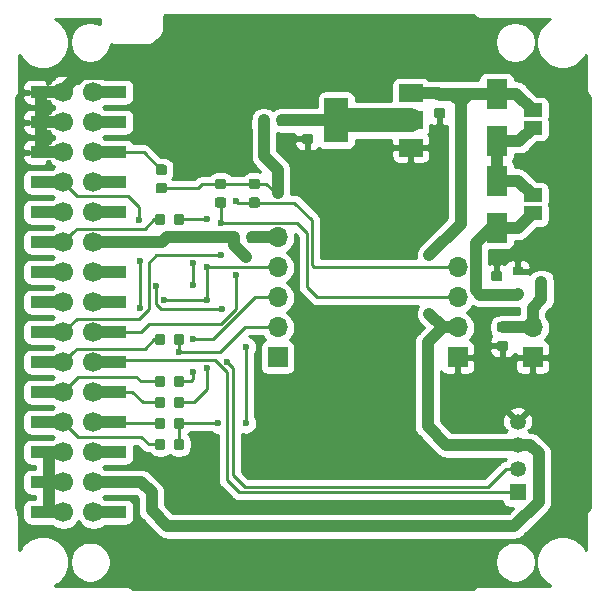
<source format=gtl>
G04 #@! TF.GenerationSoftware,KiCad,Pcbnew,(5.1.4)-1*
G04 #@! TF.CreationDate,2020-04-17T11:09:56+09:00*
G04 #@! TF.ProjectId,M5_Atom2Mbus,4d355f41-746f-46d3-924d-6275732e6b69,v0.1*
G04 #@! TF.SameCoordinates,Original*
G04 #@! TF.FileFunction,Copper,L1,Top*
G04 #@! TF.FilePolarity,Positive*
%FSLAX46Y46*%
G04 Gerber Fmt 4.6, Leading zero omitted, Abs format (unit mm)*
G04 Created by KiCad (PCBNEW (5.1.4)-1) date 2020-04-17 11:09:56*
%MOMM*%
%LPD*%
G04 APERTURE LIST*
%ADD10R,1.600200X1.168400*%
%ADD11R,3.150000X1.000000*%
%ADD12C,0.800000*%
%ADD13C,1.700000*%
%ADD14C,0.100000*%
%ADD15C,0.875000*%
%ADD16R,1.700000X1.700000*%
%ADD17O,1.700000X1.700000*%
%ADD18R,1.350000X1.350000*%
%ADD19C,1.350000*%
%ADD20R,0.900000X0.800000*%
%ADD21R,1.800000X2.500000*%
%ADD22R,2.000000X3.800000*%
%ADD23R,2.000000X1.500000*%
%ADD24C,0.600000*%
%ADD25C,0.250000*%
%ADD26C,1.000000*%
%ADD27C,2.000000*%
%ADD28C,0.254000*%
G04 APERTURE END LIST*
D10*
X148450000Y-100488000D03*
X148450000Y-98964000D03*
D11*
X107475000Y-90220000D03*
X107475000Y-102920000D03*
X107475000Y-100380000D03*
X107475000Y-97840000D03*
X107475000Y-95300000D03*
X107475000Y-92760000D03*
D12*
X106825000Y-90220000D03*
D11*
X112525000Y-90220000D03*
X112525000Y-92760000D03*
X112525000Y-95300000D03*
X112525000Y-97840000D03*
X112525000Y-100380000D03*
X112525000Y-102920000D03*
X107475000Y-105460000D03*
X112525000Y-105460000D03*
X107475000Y-108000000D03*
X112525000Y-108000000D03*
X107475000Y-110540000D03*
X112525000Y-110540000D03*
X107475000Y-113080000D03*
X112525000Y-113080000D03*
X107475000Y-115620000D03*
X112525000Y-115620000D03*
X107475000Y-118160000D03*
X112525000Y-118160000D03*
X107475000Y-120700000D03*
X112525000Y-120700000D03*
X107475000Y-123240000D03*
X112525000Y-123240000D03*
X107475000Y-125780000D03*
X112525000Y-125780000D03*
D12*
X106825000Y-92760000D03*
X106825000Y-95300000D03*
X106825000Y-97840000D03*
X106825000Y-100380000D03*
X106825000Y-102920000D03*
X106825000Y-105460000D03*
X106825000Y-108000000D03*
X106825000Y-110540000D03*
X106825000Y-113080000D03*
X106825000Y-115620000D03*
X106825000Y-118160000D03*
X106825000Y-120700000D03*
X106825000Y-123240000D03*
X106825000Y-125780000D03*
X113175000Y-90220000D03*
X113175000Y-92760000D03*
X113175000Y-95300000D03*
X113175000Y-97840000D03*
X113175000Y-100380000D03*
X113175000Y-102920000D03*
X113175000Y-105460000D03*
X113175000Y-108000000D03*
X113175000Y-110540000D03*
X113175000Y-113080000D03*
X113175000Y-115620000D03*
X113175000Y-118160000D03*
X113175000Y-120700000D03*
X113175000Y-123240000D03*
X113175000Y-125780000D03*
D13*
X108730000Y-90220000D03*
X111270000Y-90220000D03*
X108730000Y-92760000D03*
X111270000Y-92760000D03*
X108730000Y-95300000D03*
X111270000Y-95300000D03*
X108730000Y-97840000D03*
X111270000Y-97840000D03*
X108730000Y-100380000D03*
X111270000Y-100380000D03*
X108730000Y-102920000D03*
X111270000Y-102920000D03*
X108730000Y-105460000D03*
X111270000Y-105460000D03*
X108730000Y-108000000D03*
X111270000Y-108000000D03*
X108730000Y-110540000D03*
X111270000Y-110540000D03*
X108730000Y-113080000D03*
X111270000Y-113080000D03*
X108730000Y-115620000D03*
X111270000Y-115620000D03*
X108730000Y-118160000D03*
X111270000Y-118160000D03*
X108730000Y-120700000D03*
X111270000Y-120700000D03*
X108730000Y-123240000D03*
X111270000Y-123240000D03*
X108730000Y-125780000D03*
X111270000Y-125780000D03*
D14*
G36*
X122311691Y-97549553D02*
G01*
X122332926Y-97552703D01*
X122353750Y-97557919D01*
X122373962Y-97565151D01*
X122393368Y-97574330D01*
X122411781Y-97585366D01*
X122429024Y-97598154D01*
X122444930Y-97612570D01*
X122459346Y-97628476D01*
X122472134Y-97645719D01*
X122483170Y-97664132D01*
X122492349Y-97683538D01*
X122499581Y-97703750D01*
X122504797Y-97724574D01*
X122507947Y-97745809D01*
X122509000Y-97767250D01*
X122509000Y-98204750D01*
X122507947Y-98226191D01*
X122504797Y-98247426D01*
X122499581Y-98268250D01*
X122492349Y-98288462D01*
X122483170Y-98307868D01*
X122472134Y-98326281D01*
X122459346Y-98343524D01*
X122444930Y-98359430D01*
X122429024Y-98373846D01*
X122411781Y-98386634D01*
X122393368Y-98397670D01*
X122373962Y-98406849D01*
X122353750Y-98414081D01*
X122332926Y-98419297D01*
X122311691Y-98422447D01*
X122290250Y-98423500D01*
X121777750Y-98423500D01*
X121756309Y-98422447D01*
X121735074Y-98419297D01*
X121714250Y-98414081D01*
X121694038Y-98406849D01*
X121674632Y-98397670D01*
X121656219Y-98386634D01*
X121638976Y-98373846D01*
X121623070Y-98359430D01*
X121608654Y-98343524D01*
X121595866Y-98326281D01*
X121584830Y-98307868D01*
X121575651Y-98288462D01*
X121568419Y-98268250D01*
X121563203Y-98247426D01*
X121560053Y-98226191D01*
X121559000Y-98204750D01*
X121559000Y-97767250D01*
X121560053Y-97745809D01*
X121563203Y-97724574D01*
X121568419Y-97703750D01*
X121575651Y-97683538D01*
X121584830Y-97664132D01*
X121595866Y-97645719D01*
X121608654Y-97628476D01*
X121623070Y-97612570D01*
X121638976Y-97598154D01*
X121656219Y-97585366D01*
X121674632Y-97574330D01*
X121694038Y-97565151D01*
X121714250Y-97557919D01*
X121735074Y-97552703D01*
X121756309Y-97549553D01*
X121777750Y-97548500D01*
X122290250Y-97548500D01*
X122311691Y-97549553D01*
X122311691Y-97549553D01*
G37*
D15*
X122034000Y-97986000D03*
D14*
G36*
X122311691Y-99124553D02*
G01*
X122332926Y-99127703D01*
X122353750Y-99132919D01*
X122373962Y-99140151D01*
X122393368Y-99149330D01*
X122411781Y-99160366D01*
X122429024Y-99173154D01*
X122444930Y-99187570D01*
X122459346Y-99203476D01*
X122472134Y-99220719D01*
X122483170Y-99239132D01*
X122492349Y-99258538D01*
X122499581Y-99278750D01*
X122504797Y-99299574D01*
X122507947Y-99320809D01*
X122509000Y-99342250D01*
X122509000Y-99779750D01*
X122507947Y-99801191D01*
X122504797Y-99822426D01*
X122499581Y-99843250D01*
X122492349Y-99863462D01*
X122483170Y-99882868D01*
X122472134Y-99901281D01*
X122459346Y-99918524D01*
X122444930Y-99934430D01*
X122429024Y-99948846D01*
X122411781Y-99961634D01*
X122393368Y-99972670D01*
X122373962Y-99981849D01*
X122353750Y-99989081D01*
X122332926Y-99994297D01*
X122311691Y-99997447D01*
X122290250Y-99998500D01*
X121777750Y-99998500D01*
X121756309Y-99997447D01*
X121735074Y-99994297D01*
X121714250Y-99989081D01*
X121694038Y-99981849D01*
X121674632Y-99972670D01*
X121656219Y-99961634D01*
X121638976Y-99948846D01*
X121623070Y-99934430D01*
X121608654Y-99918524D01*
X121595866Y-99901281D01*
X121584830Y-99882868D01*
X121575651Y-99863462D01*
X121568419Y-99843250D01*
X121563203Y-99822426D01*
X121560053Y-99801191D01*
X121559000Y-99779750D01*
X121559000Y-99342250D01*
X121560053Y-99320809D01*
X121563203Y-99299574D01*
X121568419Y-99278750D01*
X121575651Y-99258538D01*
X121584830Y-99239132D01*
X121595866Y-99220719D01*
X121608654Y-99203476D01*
X121623070Y-99187570D01*
X121638976Y-99173154D01*
X121656219Y-99160366D01*
X121674632Y-99149330D01*
X121694038Y-99140151D01*
X121714250Y-99132919D01*
X121735074Y-99127703D01*
X121756309Y-99124553D01*
X121777750Y-99123500D01*
X122290250Y-99123500D01*
X122311691Y-99124553D01*
X122311691Y-99124553D01*
G37*
D15*
X122034000Y-99561000D03*
D14*
G36*
X118743691Y-116016053D02*
G01*
X118764926Y-116019203D01*
X118785750Y-116024419D01*
X118805962Y-116031651D01*
X118825368Y-116040830D01*
X118843781Y-116051866D01*
X118861024Y-116064654D01*
X118876930Y-116079070D01*
X118891346Y-116094976D01*
X118904134Y-116112219D01*
X118915170Y-116130632D01*
X118924349Y-116150038D01*
X118931581Y-116170250D01*
X118936797Y-116191074D01*
X118939947Y-116212309D01*
X118941000Y-116233750D01*
X118941000Y-116746250D01*
X118939947Y-116767691D01*
X118936797Y-116788926D01*
X118931581Y-116809750D01*
X118924349Y-116829962D01*
X118915170Y-116849368D01*
X118904134Y-116867781D01*
X118891346Y-116885024D01*
X118876930Y-116900930D01*
X118861024Y-116915346D01*
X118843781Y-116928134D01*
X118825368Y-116939170D01*
X118805962Y-116948349D01*
X118785750Y-116955581D01*
X118764926Y-116960797D01*
X118743691Y-116963947D01*
X118722250Y-116965000D01*
X118284750Y-116965000D01*
X118263309Y-116963947D01*
X118242074Y-116960797D01*
X118221250Y-116955581D01*
X118201038Y-116948349D01*
X118181632Y-116939170D01*
X118163219Y-116928134D01*
X118145976Y-116915346D01*
X118130070Y-116900930D01*
X118115654Y-116885024D01*
X118102866Y-116867781D01*
X118091830Y-116849368D01*
X118082651Y-116829962D01*
X118075419Y-116809750D01*
X118070203Y-116788926D01*
X118067053Y-116767691D01*
X118066000Y-116746250D01*
X118066000Y-116233750D01*
X118067053Y-116212309D01*
X118070203Y-116191074D01*
X118075419Y-116170250D01*
X118082651Y-116150038D01*
X118091830Y-116130632D01*
X118102866Y-116112219D01*
X118115654Y-116094976D01*
X118130070Y-116079070D01*
X118145976Y-116064654D01*
X118163219Y-116051866D01*
X118181632Y-116040830D01*
X118201038Y-116031651D01*
X118221250Y-116024419D01*
X118242074Y-116019203D01*
X118263309Y-116016053D01*
X118284750Y-116015000D01*
X118722250Y-116015000D01*
X118743691Y-116016053D01*
X118743691Y-116016053D01*
G37*
D15*
X118503500Y-116490000D03*
D14*
G36*
X117168691Y-116016053D02*
G01*
X117189926Y-116019203D01*
X117210750Y-116024419D01*
X117230962Y-116031651D01*
X117250368Y-116040830D01*
X117268781Y-116051866D01*
X117286024Y-116064654D01*
X117301930Y-116079070D01*
X117316346Y-116094976D01*
X117329134Y-116112219D01*
X117340170Y-116130632D01*
X117349349Y-116150038D01*
X117356581Y-116170250D01*
X117361797Y-116191074D01*
X117364947Y-116212309D01*
X117366000Y-116233750D01*
X117366000Y-116746250D01*
X117364947Y-116767691D01*
X117361797Y-116788926D01*
X117356581Y-116809750D01*
X117349349Y-116829962D01*
X117340170Y-116849368D01*
X117329134Y-116867781D01*
X117316346Y-116885024D01*
X117301930Y-116900930D01*
X117286024Y-116915346D01*
X117268781Y-116928134D01*
X117250368Y-116939170D01*
X117230962Y-116948349D01*
X117210750Y-116955581D01*
X117189926Y-116960797D01*
X117168691Y-116963947D01*
X117147250Y-116965000D01*
X116709750Y-116965000D01*
X116688309Y-116963947D01*
X116667074Y-116960797D01*
X116646250Y-116955581D01*
X116626038Y-116948349D01*
X116606632Y-116939170D01*
X116588219Y-116928134D01*
X116570976Y-116915346D01*
X116555070Y-116900930D01*
X116540654Y-116885024D01*
X116527866Y-116867781D01*
X116516830Y-116849368D01*
X116507651Y-116829962D01*
X116500419Y-116809750D01*
X116495203Y-116788926D01*
X116492053Y-116767691D01*
X116491000Y-116746250D01*
X116491000Y-116233750D01*
X116492053Y-116212309D01*
X116495203Y-116191074D01*
X116500419Y-116170250D01*
X116507651Y-116150038D01*
X116516830Y-116130632D01*
X116527866Y-116112219D01*
X116540654Y-116094976D01*
X116555070Y-116079070D01*
X116570976Y-116064654D01*
X116588219Y-116051866D01*
X116606632Y-116040830D01*
X116626038Y-116031651D01*
X116646250Y-116024419D01*
X116667074Y-116019203D01*
X116688309Y-116016053D01*
X116709750Y-116015000D01*
X117147250Y-116015000D01*
X117168691Y-116016053D01*
X117168691Y-116016053D01*
G37*
D15*
X116928500Y-116490000D03*
D16*
X126860000Y-112680000D03*
D17*
X126860000Y-110140000D03*
X126860000Y-107600000D03*
X126860000Y-105060000D03*
X126860000Y-102520000D03*
D16*
X142100000Y-112680000D03*
D17*
X142100000Y-110140000D03*
X142100000Y-107600000D03*
X142100000Y-105060000D03*
D14*
G36*
X118743691Y-100522053D02*
G01*
X118764926Y-100525203D01*
X118785750Y-100530419D01*
X118805962Y-100537651D01*
X118825368Y-100546830D01*
X118843781Y-100557866D01*
X118861024Y-100570654D01*
X118876930Y-100585070D01*
X118891346Y-100600976D01*
X118904134Y-100618219D01*
X118915170Y-100636632D01*
X118924349Y-100656038D01*
X118931581Y-100676250D01*
X118936797Y-100697074D01*
X118939947Y-100718309D01*
X118941000Y-100739750D01*
X118941000Y-101252250D01*
X118939947Y-101273691D01*
X118936797Y-101294926D01*
X118931581Y-101315750D01*
X118924349Y-101335962D01*
X118915170Y-101355368D01*
X118904134Y-101373781D01*
X118891346Y-101391024D01*
X118876930Y-101406930D01*
X118861024Y-101421346D01*
X118843781Y-101434134D01*
X118825368Y-101445170D01*
X118805962Y-101454349D01*
X118785750Y-101461581D01*
X118764926Y-101466797D01*
X118743691Y-101469947D01*
X118722250Y-101471000D01*
X118284750Y-101471000D01*
X118263309Y-101469947D01*
X118242074Y-101466797D01*
X118221250Y-101461581D01*
X118201038Y-101454349D01*
X118181632Y-101445170D01*
X118163219Y-101434134D01*
X118145976Y-101421346D01*
X118130070Y-101406930D01*
X118115654Y-101391024D01*
X118102866Y-101373781D01*
X118091830Y-101355368D01*
X118082651Y-101335962D01*
X118075419Y-101315750D01*
X118070203Y-101294926D01*
X118067053Y-101273691D01*
X118066000Y-101252250D01*
X118066000Y-100739750D01*
X118067053Y-100718309D01*
X118070203Y-100697074D01*
X118075419Y-100676250D01*
X118082651Y-100656038D01*
X118091830Y-100636632D01*
X118102866Y-100618219D01*
X118115654Y-100600976D01*
X118130070Y-100585070D01*
X118145976Y-100570654D01*
X118163219Y-100557866D01*
X118181632Y-100546830D01*
X118201038Y-100537651D01*
X118221250Y-100530419D01*
X118242074Y-100525203D01*
X118263309Y-100522053D01*
X118284750Y-100521000D01*
X118722250Y-100521000D01*
X118743691Y-100522053D01*
X118743691Y-100522053D01*
G37*
D15*
X118503500Y-100996000D03*
D14*
G36*
X117168691Y-100522053D02*
G01*
X117189926Y-100525203D01*
X117210750Y-100530419D01*
X117230962Y-100537651D01*
X117250368Y-100546830D01*
X117268781Y-100557866D01*
X117286024Y-100570654D01*
X117301930Y-100585070D01*
X117316346Y-100600976D01*
X117329134Y-100618219D01*
X117340170Y-100636632D01*
X117349349Y-100656038D01*
X117356581Y-100676250D01*
X117361797Y-100697074D01*
X117364947Y-100718309D01*
X117366000Y-100739750D01*
X117366000Y-101252250D01*
X117364947Y-101273691D01*
X117361797Y-101294926D01*
X117356581Y-101315750D01*
X117349349Y-101335962D01*
X117340170Y-101355368D01*
X117329134Y-101373781D01*
X117316346Y-101391024D01*
X117301930Y-101406930D01*
X117286024Y-101421346D01*
X117268781Y-101434134D01*
X117250368Y-101445170D01*
X117230962Y-101454349D01*
X117210750Y-101461581D01*
X117189926Y-101466797D01*
X117168691Y-101469947D01*
X117147250Y-101471000D01*
X116709750Y-101471000D01*
X116688309Y-101469947D01*
X116667074Y-101466797D01*
X116646250Y-101461581D01*
X116626038Y-101454349D01*
X116606632Y-101445170D01*
X116588219Y-101434134D01*
X116570976Y-101421346D01*
X116555070Y-101406930D01*
X116540654Y-101391024D01*
X116527866Y-101373781D01*
X116516830Y-101355368D01*
X116507651Y-101335962D01*
X116500419Y-101315750D01*
X116495203Y-101294926D01*
X116492053Y-101273691D01*
X116491000Y-101252250D01*
X116491000Y-100739750D01*
X116492053Y-100718309D01*
X116495203Y-100697074D01*
X116500419Y-100676250D01*
X116507651Y-100656038D01*
X116516830Y-100636632D01*
X116527866Y-100618219D01*
X116540654Y-100600976D01*
X116555070Y-100585070D01*
X116570976Y-100570654D01*
X116588219Y-100557866D01*
X116606632Y-100546830D01*
X116626038Y-100537651D01*
X116646250Y-100530419D01*
X116667074Y-100525203D01*
X116688309Y-100522053D01*
X116709750Y-100521000D01*
X117147250Y-100521000D01*
X117168691Y-100522053D01*
X117168691Y-100522053D01*
G37*
D15*
X116928500Y-100996000D03*
D14*
G36*
X117168691Y-110682053D02*
G01*
X117189926Y-110685203D01*
X117210750Y-110690419D01*
X117230962Y-110697651D01*
X117250368Y-110706830D01*
X117268781Y-110717866D01*
X117286024Y-110730654D01*
X117301930Y-110745070D01*
X117316346Y-110760976D01*
X117329134Y-110778219D01*
X117340170Y-110796632D01*
X117349349Y-110816038D01*
X117356581Y-110836250D01*
X117361797Y-110857074D01*
X117364947Y-110878309D01*
X117366000Y-110899750D01*
X117366000Y-111412250D01*
X117364947Y-111433691D01*
X117361797Y-111454926D01*
X117356581Y-111475750D01*
X117349349Y-111495962D01*
X117340170Y-111515368D01*
X117329134Y-111533781D01*
X117316346Y-111551024D01*
X117301930Y-111566930D01*
X117286024Y-111581346D01*
X117268781Y-111594134D01*
X117250368Y-111605170D01*
X117230962Y-111614349D01*
X117210750Y-111621581D01*
X117189926Y-111626797D01*
X117168691Y-111629947D01*
X117147250Y-111631000D01*
X116709750Y-111631000D01*
X116688309Y-111629947D01*
X116667074Y-111626797D01*
X116646250Y-111621581D01*
X116626038Y-111614349D01*
X116606632Y-111605170D01*
X116588219Y-111594134D01*
X116570976Y-111581346D01*
X116555070Y-111566930D01*
X116540654Y-111551024D01*
X116527866Y-111533781D01*
X116516830Y-111515368D01*
X116507651Y-111495962D01*
X116500419Y-111475750D01*
X116495203Y-111454926D01*
X116492053Y-111433691D01*
X116491000Y-111412250D01*
X116491000Y-110899750D01*
X116492053Y-110878309D01*
X116495203Y-110857074D01*
X116500419Y-110836250D01*
X116507651Y-110816038D01*
X116516830Y-110796632D01*
X116527866Y-110778219D01*
X116540654Y-110760976D01*
X116555070Y-110745070D01*
X116570976Y-110730654D01*
X116588219Y-110717866D01*
X116606632Y-110706830D01*
X116626038Y-110697651D01*
X116646250Y-110690419D01*
X116667074Y-110685203D01*
X116688309Y-110682053D01*
X116709750Y-110681000D01*
X117147250Y-110681000D01*
X117168691Y-110682053D01*
X117168691Y-110682053D01*
G37*
D15*
X116928500Y-111156000D03*
D14*
G36*
X118743691Y-110682053D02*
G01*
X118764926Y-110685203D01*
X118785750Y-110690419D01*
X118805962Y-110697651D01*
X118825368Y-110706830D01*
X118843781Y-110717866D01*
X118861024Y-110730654D01*
X118876930Y-110745070D01*
X118891346Y-110760976D01*
X118904134Y-110778219D01*
X118915170Y-110796632D01*
X118924349Y-110816038D01*
X118931581Y-110836250D01*
X118936797Y-110857074D01*
X118939947Y-110878309D01*
X118941000Y-110899750D01*
X118941000Y-111412250D01*
X118939947Y-111433691D01*
X118936797Y-111454926D01*
X118931581Y-111475750D01*
X118924349Y-111495962D01*
X118915170Y-111515368D01*
X118904134Y-111533781D01*
X118891346Y-111551024D01*
X118876930Y-111566930D01*
X118861024Y-111581346D01*
X118843781Y-111594134D01*
X118825368Y-111605170D01*
X118805962Y-111614349D01*
X118785750Y-111621581D01*
X118764926Y-111626797D01*
X118743691Y-111629947D01*
X118722250Y-111631000D01*
X118284750Y-111631000D01*
X118263309Y-111629947D01*
X118242074Y-111626797D01*
X118221250Y-111621581D01*
X118201038Y-111614349D01*
X118181632Y-111605170D01*
X118163219Y-111594134D01*
X118145976Y-111581346D01*
X118130070Y-111566930D01*
X118115654Y-111551024D01*
X118102866Y-111533781D01*
X118091830Y-111515368D01*
X118082651Y-111495962D01*
X118075419Y-111475750D01*
X118070203Y-111454926D01*
X118067053Y-111433691D01*
X118066000Y-111412250D01*
X118066000Y-110899750D01*
X118067053Y-110878309D01*
X118070203Y-110857074D01*
X118075419Y-110836250D01*
X118082651Y-110816038D01*
X118091830Y-110796632D01*
X118102866Y-110778219D01*
X118115654Y-110760976D01*
X118130070Y-110745070D01*
X118145976Y-110730654D01*
X118163219Y-110717866D01*
X118181632Y-110706830D01*
X118201038Y-110697651D01*
X118221250Y-110690419D01*
X118242074Y-110685203D01*
X118263309Y-110682053D01*
X118284750Y-110681000D01*
X118722250Y-110681000D01*
X118743691Y-110682053D01*
X118743691Y-110682053D01*
G37*
D15*
X118503500Y-111156000D03*
D14*
G36*
X118743691Y-114238053D02*
G01*
X118764926Y-114241203D01*
X118785750Y-114246419D01*
X118805962Y-114253651D01*
X118825368Y-114262830D01*
X118843781Y-114273866D01*
X118861024Y-114286654D01*
X118876930Y-114301070D01*
X118891346Y-114316976D01*
X118904134Y-114334219D01*
X118915170Y-114352632D01*
X118924349Y-114372038D01*
X118931581Y-114392250D01*
X118936797Y-114413074D01*
X118939947Y-114434309D01*
X118941000Y-114455750D01*
X118941000Y-114968250D01*
X118939947Y-114989691D01*
X118936797Y-115010926D01*
X118931581Y-115031750D01*
X118924349Y-115051962D01*
X118915170Y-115071368D01*
X118904134Y-115089781D01*
X118891346Y-115107024D01*
X118876930Y-115122930D01*
X118861024Y-115137346D01*
X118843781Y-115150134D01*
X118825368Y-115161170D01*
X118805962Y-115170349D01*
X118785750Y-115177581D01*
X118764926Y-115182797D01*
X118743691Y-115185947D01*
X118722250Y-115187000D01*
X118284750Y-115187000D01*
X118263309Y-115185947D01*
X118242074Y-115182797D01*
X118221250Y-115177581D01*
X118201038Y-115170349D01*
X118181632Y-115161170D01*
X118163219Y-115150134D01*
X118145976Y-115137346D01*
X118130070Y-115122930D01*
X118115654Y-115107024D01*
X118102866Y-115089781D01*
X118091830Y-115071368D01*
X118082651Y-115051962D01*
X118075419Y-115031750D01*
X118070203Y-115010926D01*
X118067053Y-114989691D01*
X118066000Y-114968250D01*
X118066000Y-114455750D01*
X118067053Y-114434309D01*
X118070203Y-114413074D01*
X118075419Y-114392250D01*
X118082651Y-114372038D01*
X118091830Y-114352632D01*
X118102866Y-114334219D01*
X118115654Y-114316976D01*
X118130070Y-114301070D01*
X118145976Y-114286654D01*
X118163219Y-114273866D01*
X118181632Y-114262830D01*
X118201038Y-114253651D01*
X118221250Y-114246419D01*
X118242074Y-114241203D01*
X118263309Y-114238053D01*
X118284750Y-114237000D01*
X118722250Y-114237000D01*
X118743691Y-114238053D01*
X118743691Y-114238053D01*
G37*
D15*
X118503500Y-114712000D03*
D14*
G36*
X117168691Y-114238053D02*
G01*
X117189926Y-114241203D01*
X117210750Y-114246419D01*
X117230962Y-114253651D01*
X117250368Y-114262830D01*
X117268781Y-114273866D01*
X117286024Y-114286654D01*
X117301930Y-114301070D01*
X117316346Y-114316976D01*
X117329134Y-114334219D01*
X117340170Y-114352632D01*
X117349349Y-114372038D01*
X117356581Y-114392250D01*
X117361797Y-114413074D01*
X117364947Y-114434309D01*
X117366000Y-114455750D01*
X117366000Y-114968250D01*
X117364947Y-114989691D01*
X117361797Y-115010926D01*
X117356581Y-115031750D01*
X117349349Y-115051962D01*
X117340170Y-115071368D01*
X117329134Y-115089781D01*
X117316346Y-115107024D01*
X117301930Y-115122930D01*
X117286024Y-115137346D01*
X117268781Y-115150134D01*
X117250368Y-115161170D01*
X117230962Y-115170349D01*
X117210750Y-115177581D01*
X117189926Y-115182797D01*
X117168691Y-115185947D01*
X117147250Y-115187000D01*
X116709750Y-115187000D01*
X116688309Y-115185947D01*
X116667074Y-115182797D01*
X116646250Y-115177581D01*
X116626038Y-115170349D01*
X116606632Y-115161170D01*
X116588219Y-115150134D01*
X116570976Y-115137346D01*
X116555070Y-115122930D01*
X116540654Y-115107024D01*
X116527866Y-115089781D01*
X116516830Y-115071368D01*
X116507651Y-115051962D01*
X116500419Y-115031750D01*
X116495203Y-115010926D01*
X116492053Y-114989691D01*
X116491000Y-114968250D01*
X116491000Y-114455750D01*
X116492053Y-114434309D01*
X116495203Y-114413074D01*
X116500419Y-114392250D01*
X116507651Y-114372038D01*
X116516830Y-114352632D01*
X116527866Y-114334219D01*
X116540654Y-114316976D01*
X116555070Y-114301070D01*
X116570976Y-114286654D01*
X116588219Y-114273866D01*
X116606632Y-114262830D01*
X116626038Y-114253651D01*
X116646250Y-114246419D01*
X116667074Y-114241203D01*
X116688309Y-114238053D01*
X116709750Y-114237000D01*
X117147250Y-114237000D01*
X117168691Y-114238053D01*
X117168691Y-114238053D01*
G37*
D15*
X116928500Y-114712000D03*
D14*
G36*
X117168691Y-119572053D02*
G01*
X117189926Y-119575203D01*
X117210750Y-119580419D01*
X117230962Y-119587651D01*
X117250368Y-119596830D01*
X117268781Y-119607866D01*
X117286024Y-119620654D01*
X117301930Y-119635070D01*
X117316346Y-119650976D01*
X117329134Y-119668219D01*
X117340170Y-119686632D01*
X117349349Y-119706038D01*
X117356581Y-119726250D01*
X117361797Y-119747074D01*
X117364947Y-119768309D01*
X117366000Y-119789750D01*
X117366000Y-120302250D01*
X117364947Y-120323691D01*
X117361797Y-120344926D01*
X117356581Y-120365750D01*
X117349349Y-120385962D01*
X117340170Y-120405368D01*
X117329134Y-120423781D01*
X117316346Y-120441024D01*
X117301930Y-120456930D01*
X117286024Y-120471346D01*
X117268781Y-120484134D01*
X117250368Y-120495170D01*
X117230962Y-120504349D01*
X117210750Y-120511581D01*
X117189926Y-120516797D01*
X117168691Y-120519947D01*
X117147250Y-120521000D01*
X116709750Y-120521000D01*
X116688309Y-120519947D01*
X116667074Y-120516797D01*
X116646250Y-120511581D01*
X116626038Y-120504349D01*
X116606632Y-120495170D01*
X116588219Y-120484134D01*
X116570976Y-120471346D01*
X116555070Y-120456930D01*
X116540654Y-120441024D01*
X116527866Y-120423781D01*
X116516830Y-120405368D01*
X116507651Y-120385962D01*
X116500419Y-120365750D01*
X116495203Y-120344926D01*
X116492053Y-120323691D01*
X116491000Y-120302250D01*
X116491000Y-119789750D01*
X116492053Y-119768309D01*
X116495203Y-119747074D01*
X116500419Y-119726250D01*
X116507651Y-119706038D01*
X116516830Y-119686632D01*
X116527866Y-119668219D01*
X116540654Y-119650976D01*
X116555070Y-119635070D01*
X116570976Y-119620654D01*
X116588219Y-119607866D01*
X116606632Y-119596830D01*
X116626038Y-119587651D01*
X116646250Y-119580419D01*
X116667074Y-119575203D01*
X116688309Y-119572053D01*
X116709750Y-119571000D01*
X117147250Y-119571000D01*
X117168691Y-119572053D01*
X117168691Y-119572053D01*
G37*
D15*
X116928500Y-120046000D03*
D14*
G36*
X118743691Y-119572053D02*
G01*
X118764926Y-119575203D01*
X118785750Y-119580419D01*
X118805962Y-119587651D01*
X118825368Y-119596830D01*
X118843781Y-119607866D01*
X118861024Y-119620654D01*
X118876930Y-119635070D01*
X118891346Y-119650976D01*
X118904134Y-119668219D01*
X118915170Y-119686632D01*
X118924349Y-119706038D01*
X118931581Y-119726250D01*
X118936797Y-119747074D01*
X118939947Y-119768309D01*
X118941000Y-119789750D01*
X118941000Y-120302250D01*
X118939947Y-120323691D01*
X118936797Y-120344926D01*
X118931581Y-120365750D01*
X118924349Y-120385962D01*
X118915170Y-120405368D01*
X118904134Y-120423781D01*
X118891346Y-120441024D01*
X118876930Y-120456930D01*
X118861024Y-120471346D01*
X118843781Y-120484134D01*
X118825368Y-120495170D01*
X118805962Y-120504349D01*
X118785750Y-120511581D01*
X118764926Y-120516797D01*
X118743691Y-120519947D01*
X118722250Y-120521000D01*
X118284750Y-120521000D01*
X118263309Y-120519947D01*
X118242074Y-120516797D01*
X118221250Y-120511581D01*
X118201038Y-120504349D01*
X118181632Y-120495170D01*
X118163219Y-120484134D01*
X118145976Y-120471346D01*
X118130070Y-120456930D01*
X118115654Y-120441024D01*
X118102866Y-120423781D01*
X118091830Y-120405368D01*
X118082651Y-120385962D01*
X118075419Y-120365750D01*
X118070203Y-120344926D01*
X118067053Y-120323691D01*
X118066000Y-120302250D01*
X118066000Y-119789750D01*
X118067053Y-119768309D01*
X118070203Y-119747074D01*
X118075419Y-119726250D01*
X118082651Y-119706038D01*
X118091830Y-119686632D01*
X118102866Y-119668219D01*
X118115654Y-119650976D01*
X118130070Y-119635070D01*
X118145976Y-119620654D01*
X118163219Y-119607866D01*
X118181632Y-119596830D01*
X118201038Y-119587651D01*
X118221250Y-119580419D01*
X118242074Y-119575203D01*
X118263309Y-119572053D01*
X118284750Y-119571000D01*
X118722250Y-119571000D01*
X118743691Y-119572053D01*
X118743691Y-119572053D01*
G37*
D15*
X118503500Y-120046000D03*
D14*
G36*
X117295191Y-97918053D02*
G01*
X117316426Y-97921203D01*
X117337250Y-97926419D01*
X117357462Y-97933651D01*
X117376868Y-97942830D01*
X117395281Y-97953866D01*
X117412524Y-97966654D01*
X117428430Y-97981070D01*
X117442846Y-97996976D01*
X117455634Y-98014219D01*
X117466670Y-98032632D01*
X117475849Y-98052038D01*
X117483081Y-98072250D01*
X117488297Y-98093074D01*
X117491447Y-98114309D01*
X117492500Y-98135750D01*
X117492500Y-98573250D01*
X117491447Y-98594691D01*
X117488297Y-98615926D01*
X117483081Y-98636750D01*
X117475849Y-98656962D01*
X117466670Y-98676368D01*
X117455634Y-98694781D01*
X117442846Y-98712024D01*
X117428430Y-98727930D01*
X117412524Y-98742346D01*
X117395281Y-98755134D01*
X117376868Y-98766170D01*
X117357462Y-98775349D01*
X117337250Y-98782581D01*
X117316426Y-98787797D01*
X117295191Y-98790947D01*
X117273750Y-98792000D01*
X116761250Y-98792000D01*
X116739809Y-98790947D01*
X116718574Y-98787797D01*
X116697750Y-98782581D01*
X116677538Y-98775349D01*
X116658132Y-98766170D01*
X116639719Y-98755134D01*
X116622476Y-98742346D01*
X116606570Y-98727930D01*
X116592154Y-98712024D01*
X116579366Y-98694781D01*
X116568330Y-98676368D01*
X116559151Y-98656962D01*
X116551919Y-98636750D01*
X116546703Y-98615926D01*
X116543553Y-98594691D01*
X116542500Y-98573250D01*
X116542500Y-98135750D01*
X116543553Y-98114309D01*
X116546703Y-98093074D01*
X116551919Y-98072250D01*
X116559151Y-98052038D01*
X116568330Y-98032632D01*
X116579366Y-98014219D01*
X116592154Y-97996976D01*
X116606570Y-97981070D01*
X116622476Y-97966654D01*
X116639719Y-97953866D01*
X116658132Y-97942830D01*
X116677538Y-97933651D01*
X116697750Y-97926419D01*
X116718574Y-97921203D01*
X116739809Y-97918053D01*
X116761250Y-97917000D01*
X117273750Y-97917000D01*
X117295191Y-97918053D01*
X117295191Y-97918053D01*
G37*
D15*
X117017500Y-98354500D03*
D14*
G36*
X117295191Y-96343053D02*
G01*
X117316426Y-96346203D01*
X117337250Y-96351419D01*
X117357462Y-96358651D01*
X117376868Y-96367830D01*
X117395281Y-96378866D01*
X117412524Y-96391654D01*
X117428430Y-96406070D01*
X117442846Y-96421976D01*
X117455634Y-96439219D01*
X117466670Y-96457632D01*
X117475849Y-96477038D01*
X117483081Y-96497250D01*
X117488297Y-96518074D01*
X117491447Y-96539309D01*
X117492500Y-96560750D01*
X117492500Y-96998250D01*
X117491447Y-97019691D01*
X117488297Y-97040926D01*
X117483081Y-97061750D01*
X117475849Y-97081962D01*
X117466670Y-97101368D01*
X117455634Y-97119781D01*
X117442846Y-97137024D01*
X117428430Y-97152930D01*
X117412524Y-97167346D01*
X117395281Y-97180134D01*
X117376868Y-97191170D01*
X117357462Y-97200349D01*
X117337250Y-97207581D01*
X117316426Y-97212797D01*
X117295191Y-97215947D01*
X117273750Y-97217000D01*
X116761250Y-97217000D01*
X116739809Y-97215947D01*
X116718574Y-97212797D01*
X116697750Y-97207581D01*
X116677538Y-97200349D01*
X116658132Y-97191170D01*
X116639719Y-97180134D01*
X116622476Y-97167346D01*
X116606570Y-97152930D01*
X116592154Y-97137024D01*
X116579366Y-97119781D01*
X116568330Y-97101368D01*
X116559151Y-97081962D01*
X116551919Y-97061750D01*
X116546703Y-97040926D01*
X116543553Y-97019691D01*
X116542500Y-96998250D01*
X116542500Y-96560750D01*
X116543553Y-96539309D01*
X116546703Y-96518074D01*
X116551919Y-96497250D01*
X116559151Y-96477038D01*
X116568330Y-96457632D01*
X116579366Y-96439219D01*
X116592154Y-96421976D01*
X116606570Y-96406070D01*
X116622476Y-96391654D01*
X116639719Y-96378866D01*
X116658132Y-96367830D01*
X116677538Y-96358651D01*
X116697750Y-96351419D01*
X116718574Y-96346203D01*
X116739809Y-96343053D01*
X116761250Y-96342000D01*
X117273750Y-96342000D01*
X117295191Y-96343053D01*
X117295191Y-96343053D01*
G37*
D15*
X117017500Y-96779500D03*
D14*
G36*
X118743691Y-117794053D02*
G01*
X118764926Y-117797203D01*
X118785750Y-117802419D01*
X118805962Y-117809651D01*
X118825368Y-117818830D01*
X118843781Y-117829866D01*
X118861024Y-117842654D01*
X118876930Y-117857070D01*
X118891346Y-117872976D01*
X118904134Y-117890219D01*
X118915170Y-117908632D01*
X118924349Y-117928038D01*
X118931581Y-117948250D01*
X118936797Y-117969074D01*
X118939947Y-117990309D01*
X118941000Y-118011750D01*
X118941000Y-118524250D01*
X118939947Y-118545691D01*
X118936797Y-118566926D01*
X118931581Y-118587750D01*
X118924349Y-118607962D01*
X118915170Y-118627368D01*
X118904134Y-118645781D01*
X118891346Y-118663024D01*
X118876930Y-118678930D01*
X118861024Y-118693346D01*
X118843781Y-118706134D01*
X118825368Y-118717170D01*
X118805962Y-118726349D01*
X118785750Y-118733581D01*
X118764926Y-118738797D01*
X118743691Y-118741947D01*
X118722250Y-118743000D01*
X118284750Y-118743000D01*
X118263309Y-118741947D01*
X118242074Y-118738797D01*
X118221250Y-118733581D01*
X118201038Y-118726349D01*
X118181632Y-118717170D01*
X118163219Y-118706134D01*
X118145976Y-118693346D01*
X118130070Y-118678930D01*
X118115654Y-118663024D01*
X118102866Y-118645781D01*
X118091830Y-118627368D01*
X118082651Y-118607962D01*
X118075419Y-118587750D01*
X118070203Y-118566926D01*
X118067053Y-118545691D01*
X118066000Y-118524250D01*
X118066000Y-118011750D01*
X118067053Y-117990309D01*
X118070203Y-117969074D01*
X118075419Y-117948250D01*
X118082651Y-117928038D01*
X118091830Y-117908632D01*
X118102866Y-117890219D01*
X118115654Y-117872976D01*
X118130070Y-117857070D01*
X118145976Y-117842654D01*
X118163219Y-117829866D01*
X118181632Y-117818830D01*
X118201038Y-117809651D01*
X118221250Y-117802419D01*
X118242074Y-117797203D01*
X118263309Y-117794053D01*
X118284750Y-117793000D01*
X118722250Y-117793000D01*
X118743691Y-117794053D01*
X118743691Y-117794053D01*
G37*
D15*
X118503500Y-118268000D03*
D14*
G36*
X117168691Y-117794053D02*
G01*
X117189926Y-117797203D01*
X117210750Y-117802419D01*
X117230962Y-117809651D01*
X117250368Y-117818830D01*
X117268781Y-117829866D01*
X117286024Y-117842654D01*
X117301930Y-117857070D01*
X117316346Y-117872976D01*
X117329134Y-117890219D01*
X117340170Y-117908632D01*
X117349349Y-117928038D01*
X117356581Y-117948250D01*
X117361797Y-117969074D01*
X117364947Y-117990309D01*
X117366000Y-118011750D01*
X117366000Y-118524250D01*
X117364947Y-118545691D01*
X117361797Y-118566926D01*
X117356581Y-118587750D01*
X117349349Y-118607962D01*
X117340170Y-118627368D01*
X117329134Y-118645781D01*
X117316346Y-118663024D01*
X117301930Y-118678930D01*
X117286024Y-118693346D01*
X117268781Y-118706134D01*
X117250368Y-118717170D01*
X117230962Y-118726349D01*
X117210750Y-118733581D01*
X117189926Y-118738797D01*
X117168691Y-118741947D01*
X117147250Y-118743000D01*
X116709750Y-118743000D01*
X116688309Y-118741947D01*
X116667074Y-118738797D01*
X116646250Y-118733581D01*
X116626038Y-118726349D01*
X116606632Y-118717170D01*
X116588219Y-118706134D01*
X116570976Y-118693346D01*
X116555070Y-118678930D01*
X116540654Y-118663024D01*
X116527866Y-118645781D01*
X116516830Y-118627368D01*
X116507651Y-118607962D01*
X116500419Y-118587750D01*
X116495203Y-118566926D01*
X116492053Y-118545691D01*
X116491000Y-118524250D01*
X116491000Y-118011750D01*
X116492053Y-117990309D01*
X116495203Y-117969074D01*
X116500419Y-117948250D01*
X116507651Y-117928038D01*
X116516830Y-117908632D01*
X116527866Y-117890219D01*
X116540654Y-117872976D01*
X116555070Y-117857070D01*
X116570976Y-117842654D01*
X116588219Y-117829866D01*
X116606632Y-117818830D01*
X116626038Y-117809651D01*
X116646250Y-117802419D01*
X116667074Y-117797203D01*
X116688309Y-117794053D01*
X116709750Y-117793000D01*
X117147250Y-117793000D01*
X117168691Y-117794053D01*
X117168691Y-117794053D01*
G37*
D15*
X116928500Y-118268000D03*
D14*
G36*
X125169191Y-97549553D02*
G01*
X125190426Y-97552703D01*
X125211250Y-97557919D01*
X125231462Y-97565151D01*
X125250868Y-97574330D01*
X125269281Y-97585366D01*
X125286524Y-97598154D01*
X125302430Y-97612570D01*
X125316846Y-97628476D01*
X125329634Y-97645719D01*
X125340670Y-97664132D01*
X125349849Y-97683538D01*
X125357081Y-97703750D01*
X125362297Y-97724574D01*
X125365447Y-97745809D01*
X125366500Y-97767250D01*
X125366500Y-98204750D01*
X125365447Y-98226191D01*
X125362297Y-98247426D01*
X125357081Y-98268250D01*
X125349849Y-98288462D01*
X125340670Y-98307868D01*
X125329634Y-98326281D01*
X125316846Y-98343524D01*
X125302430Y-98359430D01*
X125286524Y-98373846D01*
X125269281Y-98386634D01*
X125250868Y-98397670D01*
X125231462Y-98406849D01*
X125211250Y-98414081D01*
X125190426Y-98419297D01*
X125169191Y-98422447D01*
X125147750Y-98423500D01*
X124635250Y-98423500D01*
X124613809Y-98422447D01*
X124592574Y-98419297D01*
X124571750Y-98414081D01*
X124551538Y-98406849D01*
X124532132Y-98397670D01*
X124513719Y-98386634D01*
X124496476Y-98373846D01*
X124480570Y-98359430D01*
X124466154Y-98343524D01*
X124453366Y-98326281D01*
X124442330Y-98307868D01*
X124433151Y-98288462D01*
X124425919Y-98268250D01*
X124420703Y-98247426D01*
X124417553Y-98226191D01*
X124416500Y-98204750D01*
X124416500Y-97767250D01*
X124417553Y-97745809D01*
X124420703Y-97724574D01*
X124425919Y-97703750D01*
X124433151Y-97683538D01*
X124442330Y-97664132D01*
X124453366Y-97645719D01*
X124466154Y-97628476D01*
X124480570Y-97612570D01*
X124496476Y-97598154D01*
X124513719Y-97585366D01*
X124532132Y-97574330D01*
X124551538Y-97565151D01*
X124571750Y-97557919D01*
X124592574Y-97552703D01*
X124613809Y-97549553D01*
X124635250Y-97548500D01*
X125147750Y-97548500D01*
X125169191Y-97549553D01*
X125169191Y-97549553D01*
G37*
D15*
X124891500Y-97986000D03*
D14*
G36*
X125169191Y-99124553D02*
G01*
X125190426Y-99127703D01*
X125211250Y-99132919D01*
X125231462Y-99140151D01*
X125250868Y-99149330D01*
X125269281Y-99160366D01*
X125286524Y-99173154D01*
X125302430Y-99187570D01*
X125316846Y-99203476D01*
X125329634Y-99220719D01*
X125340670Y-99239132D01*
X125349849Y-99258538D01*
X125357081Y-99278750D01*
X125362297Y-99299574D01*
X125365447Y-99320809D01*
X125366500Y-99342250D01*
X125366500Y-99779750D01*
X125365447Y-99801191D01*
X125362297Y-99822426D01*
X125357081Y-99843250D01*
X125349849Y-99863462D01*
X125340670Y-99882868D01*
X125329634Y-99901281D01*
X125316846Y-99918524D01*
X125302430Y-99934430D01*
X125286524Y-99948846D01*
X125269281Y-99961634D01*
X125250868Y-99972670D01*
X125231462Y-99981849D01*
X125211250Y-99989081D01*
X125190426Y-99994297D01*
X125169191Y-99997447D01*
X125147750Y-99998500D01*
X124635250Y-99998500D01*
X124613809Y-99997447D01*
X124592574Y-99994297D01*
X124571750Y-99989081D01*
X124551538Y-99981849D01*
X124532132Y-99972670D01*
X124513719Y-99961634D01*
X124496476Y-99948846D01*
X124480570Y-99934430D01*
X124466154Y-99918524D01*
X124453366Y-99901281D01*
X124442330Y-99882868D01*
X124433151Y-99863462D01*
X124425919Y-99843250D01*
X124420703Y-99822426D01*
X124417553Y-99801191D01*
X124416500Y-99779750D01*
X124416500Y-99342250D01*
X124417553Y-99320809D01*
X124420703Y-99299574D01*
X124425919Y-99278750D01*
X124433151Y-99258538D01*
X124442330Y-99239132D01*
X124453366Y-99220719D01*
X124466154Y-99203476D01*
X124480570Y-99187570D01*
X124496476Y-99173154D01*
X124513719Y-99160366D01*
X124532132Y-99149330D01*
X124551538Y-99140151D01*
X124571750Y-99132919D01*
X124592574Y-99127703D01*
X124613809Y-99124553D01*
X124635250Y-99123500D01*
X125147750Y-99123500D01*
X125169191Y-99124553D01*
X125169191Y-99124553D01*
G37*
D15*
X124891500Y-99561000D03*
D18*
X147180000Y-124110000D03*
D19*
X147180000Y-122110000D03*
X147180000Y-120110000D03*
X147180000Y-118110000D03*
D14*
G36*
X145679691Y-106935053D02*
G01*
X145700926Y-106938203D01*
X145721750Y-106943419D01*
X145741962Y-106950651D01*
X145761368Y-106959830D01*
X145779781Y-106970866D01*
X145797024Y-106983654D01*
X145812930Y-106998070D01*
X145827346Y-107013976D01*
X145840134Y-107031219D01*
X145851170Y-107049632D01*
X145860349Y-107069038D01*
X145867581Y-107089250D01*
X145872797Y-107110074D01*
X145875947Y-107131309D01*
X145877000Y-107152750D01*
X145877000Y-107590250D01*
X145875947Y-107611691D01*
X145872797Y-107632926D01*
X145867581Y-107653750D01*
X145860349Y-107673962D01*
X145851170Y-107693368D01*
X145840134Y-107711781D01*
X145827346Y-107729024D01*
X145812930Y-107744930D01*
X145797024Y-107759346D01*
X145779781Y-107772134D01*
X145761368Y-107783170D01*
X145741962Y-107792349D01*
X145721750Y-107799581D01*
X145700926Y-107804797D01*
X145679691Y-107807947D01*
X145658250Y-107809000D01*
X145145750Y-107809000D01*
X145124309Y-107807947D01*
X145103074Y-107804797D01*
X145082250Y-107799581D01*
X145062038Y-107792349D01*
X145042632Y-107783170D01*
X145024219Y-107772134D01*
X145006976Y-107759346D01*
X144991070Y-107744930D01*
X144976654Y-107729024D01*
X144963866Y-107711781D01*
X144952830Y-107693368D01*
X144943651Y-107673962D01*
X144936419Y-107653750D01*
X144931203Y-107632926D01*
X144928053Y-107611691D01*
X144927000Y-107590250D01*
X144927000Y-107152750D01*
X144928053Y-107131309D01*
X144931203Y-107110074D01*
X144936419Y-107089250D01*
X144943651Y-107069038D01*
X144952830Y-107049632D01*
X144963866Y-107031219D01*
X144976654Y-107013976D01*
X144991070Y-106998070D01*
X145006976Y-106983654D01*
X145024219Y-106970866D01*
X145042632Y-106959830D01*
X145062038Y-106950651D01*
X145082250Y-106943419D01*
X145103074Y-106938203D01*
X145124309Y-106935053D01*
X145145750Y-106934000D01*
X145658250Y-106934000D01*
X145679691Y-106935053D01*
X145679691Y-106935053D01*
G37*
D15*
X145402000Y-107371500D03*
D14*
G36*
X145679691Y-105360053D02*
G01*
X145700926Y-105363203D01*
X145721750Y-105368419D01*
X145741962Y-105375651D01*
X145761368Y-105384830D01*
X145779781Y-105395866D01*
X145797024Y-105408654D01*
X145812930Y-105423070D01*
X145827346Y-105438976D01*
X145840134Y-105456219D01*
X145851170Y-105474632D01*
X145860349Y-105494038D01*
X145867581Y-105514250D01*
X145872797Y-105535074D01*
X145875947Y-105556309D01*
X145877000Y-105577750D01*
X145877000Y-106015250D01*
X145875947Y-106036691D01*
X145872797Y-106057926D01*
X145867581Y-106078750D01*
X145860349Y-106098962D01*
X145851170Y-106118368D01*
X145840134Y-106136781D01*
X145827346Y-106154024D01*
X145812930Y-106169930D01*
X145797024Y-106184346D01*
X145779781Y-106197134D01*
X145761368Y-106208170D01*
X145741962Y-106217349D01*
X145721750Y-106224581D01*
X145700926Y-106229797D01*
X145679691Y-106232947D01*
X145658250Y-106234000D01*
X145145750Y-106234000D01*
X145124309Y-106232947D01*
X145103074Y-106229797D01*
X145082250Y-106224581D01*
X145062038Y-106217349D01*
X145042632Y-106208170D01*
X145024219Y-106197134D01*
X145006976Y-106184346D01*
X144991070Y-106169930D01*
X144976654Y-106154024D01*
X144963866Y-106136781D01*
X144952830Y-106118368D01*
X144943651Y-106098962D01*
X144936419Y-106078750D01*
X144931203Y-106057926D01*
X144928053Y-106036691D01*
X144927000Y-106015250D01*
X144927000Y-105577750D01*
X144928053Y-105556309D01*
X144931203Y-105535074D01*
X144936419Y-105514250D01*
X144943651Y-105494038D01*
X144952830Y-105474632D01*
X144963866Y-105456219D01*
X144976654Y-105438976D01*
X144991070Y-105423070D01*
X145006976Y-105408654D01*
X145024219Y-105395866D01*
X145042632Y-105384830D01*
X145062038Y-105375651D01*
X145082250Y-105368419D01*
X145103074Y-105363203D01*
X145124309Y-105360053D01*
X145145750Y-105359000D01*
X145658250Y-105359000D01*
X145679691Y-105360053D01*
X145679691Y-105360053D01*
G37*
D15*
X145402000Y-105796500D03*
D16*
X148450000Y-112680000D03*
D17*
X148450000Y-110140000D03*
D20*
X147196000Y-105380000D03*
X147196000Y-107280000D03*
X149196000Y-106330000D03*
D14*
G36*
X146187691Y-111253053D02*
G01*
X146208926Y-111256203D01*
X146229750Y-111261419D01*
X146249962Y-111268651D01*
X146269368Y-111277830D01*
X146287781Y-111288866D01*
X146305024Y-111301654D01*
X146320930Y-111316070D01*
X146335346Y-111331976D01*
X146348134Y-111349219D01*
X146359170Y-111367632D01*
X146368349Y-111387038D01*
X146375581Y-111407250D01*
X146380797Y-111428074D01*
X146383947Y-111449309D01*
X146385000Y-111470750D01*
X146385000Y-111908250D01*
X146383947Y-111929691D01*
X146380797Y-111950926D01*
X146375581Y-111971750D01*
X146368349Y-111991962D01*
X146359170Y-112011368D01*
X146348134Y-112029781D01*
X146335346Y-112047024D01*
X146320930Y-112062930D01*
X146305024Y-112077346D01*
X146287781Y-112090134D01*
X146269368Y-112101170D01*
X146249962Y-112110349D01*
X146229750Y-112117581D01*
X146208926Y-112122797D01*
X146187691Y-112125947D01*
X146166250Y-112127000D01*
X145653750Y-112127000D01*
X145632309Y-112125947D01*
X145611074Y-112122797D01*
X145590250Y-112117581D01*
X145570038Y-112110349D01*
X145550632Y-112101170D01*
X145532219Y-112090134D01*
X145514976Y-112077346D01*
X145499070Y-112062930D01*
X145484654Y-112047024D01*
X145471866Y-112029781D01*
X145460830Y-112011368D01*
X145451651Y-111991962D01*
X145444419Y-111971750D01*
X145439203Y-111950926D01*
X145436053Y-111929691D01*
X145435000Y-111908250D01*
X145435000Y-111470750D01*
X145436053Y-111449309D01*
X145439203Y-111428074D01*
X145444419Y-111407250D01*
X145451651Y-111387038D01*
X145460830Y-111367632D01*
X145471866Y-111349219D01*
X145484654Y-111331976D01*
X145499070Y-111316070D01*
X145514976Y-111301654D01*
X145532219Y-111288866D01*
X145550632Y-111277830D01*
X145570038Y-111268651D01*
X145590250Y-111261419D01*
X145611074Y-111256203D01*
X145632309Y-111253053D01*
X145653750Y-111252000D01*
X146166250Y-111252000D01*
X146187691Y-111253053D01*
X146187691Y-111253053D01*
G37*
D15*
X145910000Y-111689500D03*
D14*
G36*
X146187691Y-109678053D02*
G01*
X146208926Y-109681203D01*
X146229750Y-109686419D01*
X146249962Y-109693651D01*
X146269368Y-109702830D01*
X146287781Y-109713866D01*
X146305024Y-109726654D01*
X146320930Y-109741070D01*
X146335346Y-109756976D01*
X146348134Y-109774219D01*
X146359170Y-109792632D01*
X146368349Y-109812038D01*
X146375581Y-109832250D01*
X146380797Y-109853074D01*
X146383947Y-109874309D01*
X146385000Y-109895750D01*
X146385000Y-110333250D01*
X146383947Y-110354691D01*
X146380797Y-110375926D01*
X146375581Y-110396750D01*
X146368349Y-110416962D01*
X146359170Y-110436368D01*
X146348134Y-110454781D01*
X146335346Y-110472024D01*
X146320930Y-110487930D01*
X146305024Y-110502346D01*
X146287781Y-110515134D01*
X146269368Y-110526170D01*
X146249962Y-110535349D01*
X146229750Y-110542581D01*
X146208926Y-110547797D01*
X146187691Y-110550947D01*
X146166250Y-110552000D01*
X145653750Y-110552000D01*
X145632309Y-110550947D01*
X145611074Y-110547797D01*
X145590250Y-110542581D01*
X145570038Y-110535349D01*
X145550632Y-110526170D01*
X145532219Y-110515134D01*
X145514976Y-110502346D01*
X145499070Y-110487930D01*
X145484654Y-110472024D01*
X145471866Y-110454781D01*
X145460830Y-110436368D01*
X145451651Y-110416962D01*
X145444419Y-110396750D01*
X145439203Y-110375926D01*
X145436053Y-110354691D01*
X145435000Y-110333250D01*
X145435000Y-109895750D01*
X145436053Y-109874309D01*
X145439203Y-109853074D01*
X145444419Y-109832250D01*
X145451651Y-109812038D01*
X145460830Y-109792632D01*
X145471866Y-109774219D01*
X145484654Y-109756976D01*
X145499070Y-109741070D01*
X145514976Y-109726654D01*
X145532219Y-109713866D01*
X145550632Y-109702830D01*
X145570038Y-109693651D01*
X145590250Y-109686419D01*
X145611074Y-109681203D01*
X145632309Y-109678053D01*
X145653750Y-109677000D01*
X146166250Y-109677000D01*
X146187691Y-109678053D01*
X146187691Y-109678053D01*
G37*
D15*
X145910000Y-110114500D03*
D14*
G36*
X140853691Y-89993053D02*
G01*
X140874926Y-89996203D01*
X140895750Y-90001419D01*
X140915962Y-90008651D01*
X140935368Y-90017830D01*
X140953781Y-90028866D01*
X140971024Y-90041654D01*
X140986930Y-90056070D01*
X141001346Y-90071976D01*
X141014134Y-90089219D01*
X141025170Y-90107632D01*
X141034349Y-90127038D01*
X141041581Y-90147250D01*
X141046797Y-90168074D01*
X141049947Y-90189309D01*
X141051000Y-90210750D01*
X141051000Y-90648250D01*
X141049947Y-90669691D01*
X141046797Y-90690926D01*
X141041581Y-90711750D01*
X141034349Y-90731962D01*
X141025170Y-90751368D01*
X141014134Y-90769781D01*
X141001346Y-90787024D01*
X140986930Y-90802930D01*
X140971024Y-90817346D01*
X140953781Y-90830134D01*
X140935368Y-90841170D01*
X140915962Y-90850349D01*
X140895750Y-90857581D01*
X140874926Y-90862797D01*
X140853691Y-90865947D01*
X140832250Y-90867000D01*
X140319750Y-90867000D01*
X140298309Y-90865947D01*
X140277074Y-90862797D01*
X140256250Y-90857581D01*
X140236038Y-90850349D01*
X140216632Y-90841170D01*
X140198219Y-90830134D01*
X140180976Y-90817346D01*
X140165070Y-90802930D01*
X140150654Y-90787024D01*
X140137866Y-90769781D01*
X140126830Y-90751368D01*
X140117651Y-90731962D01*
X140110419Y-90711750D01*
X140105203Y-90690926D01*
X140102053Y-90669691D01*
X140101000Y-90648250D01*
X140101000Y-90210750D01*
X140102053Y-90189309D01*
X140105203Y-90168074D01*
X140110419Y-90147250D01*
X140117651Y-90127038D01*
X140126830Y-90107632D01*
X140137866Y-90089219D01*
X140150654Y-90071976D01*
X140165070Y-90056070D01*
X140180976Y-90041654D01*
X140198219Y-90028866D01*
X140216632Y-90017830D01*
X140236038Y-90008651D01*
X140256250Y-90001419D01*
X140277074Y-89996203D01*
X140298309Y-89993053D01*
X140319750Y-89992000D01*
X140832250Y-89992000D01*
X140853691Y-89993053D01*
X140853691Y-89993053D01*
G37*
D15*
X140576000Y-90429500D03*
D14*
G36*
X140853691Y-91568053D02*
G01*
X140874926Y-91571203D01*
X140895750Y-91576419D01*
X140915962Y-91583651D01*
X140935368Y-91592830D01*
X140953781Y-91603866D01*
X140971024Y-91616654D01*
X140986930Y-91631070D01*
X141001346Y-91646976D01*
X141014134Y-91664219D01*
X141025170Y-91682632D01*
X141034349Y-91702038D01*
X141041581Y-91722250D01*
X141046797Y-91743074D01*
X141049947Y-91764309D01*
X141051000Y-91785750D01*
X141051000Y-92223250D01*
X141049947Y-92244691D01*
X141046797Y-92265926D01*
X141041581Y-92286750D01*
X141034349Y-92306962D01*
X141025170Y-92326368D01*
X141014134Y-92344781D01*
X141001346Y-92362024D01*
X140986930Y-92377930D01*
X140971024Y-92392346D01*
X140953781Y-92405134D01*
X140935368Y-92416170D01*
X140915962Y-92425349D01*
X140895750Y-92432581D01*
X140874926Y-92437797D01*
X140853691Y-92440947D01*
X140832250Y-92442000D01*
X140319750Y-92442000D01*
X140298309Y-92440947D01*
X140277074Y-92437797D01*
X140256250Y-92432581D01*
X140236038Y-92425349D01*
X140216632Y-92416170D01*
X140198219Y-92405134D01*
X140180976Y-92392346D01*
X140165070Y-92377930D01*
X140150654Y-92362024D01*
X140137866Y-92344781D01*
X140126830Y-92326368D01*
X140117651Y-92306962D01*
X140110419Y-92286750D01*
X140105203Y-92265926D01*
X140102053Y-92244691D01*
X140101000Y-92223250D01*
X140101000Y-91785750D01*
X140102053Y-91764309D01*
X140105203Y-91743074D01*
X140110419Y-91722250D01*
X140117651Y-91702038D01*
X140126830Y-91682632D01*
X140137866Y-91664219D01*
X140150654Y-91646976D01*
X140165070Y-91631070D01*
X140180976Y-91616654D01*
X140198219Y-91603866D01*
X140216632Y-91592830D01*
X140236038Y-91583651D01*
X140256250Y-91576419D01*
X140277074Y-91571203D01*
X140298309Y-91568053D01*
X140319750Y-91567000D01*
X140832250Y-91567000D01*
X140853691Y-91568053D01*
X140853691Y-91568053D01*
G37*
D15*
X140576000Y-92004500D03*
D14*
G36*
X129677691Y-93727053D02*
G01*
X129698926Y-93730203D01*
X129719750Y-93735419D01*
X129739962Y-93742651D01*
X129759368Y-93751830D01*
X129777781Y-93762866D01*
X129795024Y-93775654D01*
X129810930Y-93790070D01*
X129825346Y-93805976D01*
X129838134Y-93823219D01*
X129849170Y-93841632D01*
X129858349Y-93861038D01*
X129865581Y-93881250D01*
X129870797Y-93902074D01*
X129873947Y-93923309D01*
X129875000Y-93944750D01*
X129875000Y-94382250D01*
X129873947Y-94403691D01*
X129870797Y-94424926D01*
X129865581Y-94445750D01*
X129858349Y-94465962D01*
X129849170Y-94485368D01*
X129838134Y-94503781D01*
X129825346Y-94521024D01*
X129810930Y-94536930D01*
X129795024Y-94551346D01*
X129777781Y-94564134D01*
X129759368Y-94575170D01*
X129739962Y-94584349D01*
X129719750Y-94591581D01*
X129698926Y-94596797D01*
X129677691Y-94599947D01*
X129656250Y-94601000D01*
X129143750Y-94601000D01*
X129122309Y-94599947D01*
X129101074Y-94596797D01*
X129080250Y-94591581D01*
X129060038Y-94584349D01*
X129040632Y-94575170D01*
X129022219Y-94564134D01*
X129004976Y-94551346D01*
X128989070Y-94536930D01*
X128974654Y-94521024D01*
X128961866Y-94503781D01*
X128950830Y-94485368D01*
X128941651Y-94465962D01*
X128934419Y-94445750D01*
X128929203Y-94424926D01*
X128926053Y-94403691D01*
X128925000Y-94382250D01*
X128925000Y-93944750D01*
X128926053Y-93923309D01*
X128929203Y-93902074D01*
X128934419Y-93881250D01*
X128941651Y-93861038D01*
X128950830Y-93841632D01*
X128961866Y-93823219D01*
X128974654Y-93805976D01*
X128989070Y-93790070D01*
X129004976Y-93775654D01*
X129022219Y-93762866D01*
X129040632Y-93751830D01*
X129060038Y-93742651D01*
X129080250Y-93735419D01*
X129101074Y-93730203D01*
X129122309Y-93727053D01*
X129143750Y-93726000D01*
X129656250Y-93726000D01*
X129677691Y-93727053D01*
X129677691Y-93727053D01*
G37*
D15*
X129400000Y-94163500D03*
D14*
G36*
X129677691Y-92152053D02*
G01*
X129698926Y-92155203D01*
X129719750Y-92160419D01*
X129739962Y-92167651D01*
X129759368Y-92176830D01*
X129777781Y-92187866D01*
X129795024Y-92200654D01*
X129810930Y-92215070D01*
X129825346Y-92230976D01*
X129838134Y-92248219D01*
X129849170Y-92266632D01*
X129858349Y-92286038D01*
X129865581Y-92306250D01*
X129870797Y-92327074D01*
X129873947Y-92348309D01*
X129875000Y-92369750D01*
X129875000Y-92807250D01*
X129873947Y-92828691D01*
X129870797Y-92849926D01*
X129865581Y-92870750D01*
X129858349Y-92890962D01*
X129849170Y-92910368D01*
X129838134Y-92928781D01*
X129825346Y-92946024D01*
X129810930Y-92961930D01*
X129795024Y-92976346D01*
X129777781Y-92989134D01*
X129759368Y-93000170D01*
X129739962Y-93009349D01*
X129719750Y-93016581D01*
X129698926Y-93021797D01*
X129677691Y-93024947D01*
X129656250Y-93026000D01*
X129143750Y-93026000D01*
X129122309Y-93024947D01*
X129101074Y-93021797D01*
X129080250Y-93016581D01*
X129060038Y-93009349D01*
X129040632Y-93000170D01*
X129022219Y-92989134D01*
X129004976Y-92976346D01*
X128989070Y-92961930D01*
X128974654Y-92946024D01*
X128961866Y-92928781D01*
X128950830Y-92910368D01*
X128941651Y-92890962D01*
X128934419Y-92870750D01*
X128929203Y-92849926D01*
X128926053Y-92828691D01*
X128925000Y-92807250D01*
X128925000Y-92369750D01*
X128926053Y-92348309D01*
X128929203Y-92327074D01*
X128934419Y-92306250D01*
X128941651Y-92286038D01*
X128950830Y-92266632D01*
X128961866Y-92248219D01*
X128974654Y-92230976D01*
X128989070Y-92215070D01*
X129004976Y-92200654D01*
X129022219Y-92187866D01*
X129040632Y-92176830D01*
X129060038Y-92167651D01*
X129080250Y-92160419D01*
X129101074Y-92155203D01*
X129122309Y-92152053D01*
X129143750Y-92151000D01*
X129656250Y-92151000D01*
X129677691Y-92152053D01*
X129677691Y-92152053D01*
G37*
D15*
X129400000Y-92588500D03*
D21*
X145402000Y-97726000D03*
X145402000Y-101726000D03*
X145402000Y-94360000D03*
X145402000Y-90360000D03*
D10*
X148450000Y-91725000D03*
X148450000Y-93249000D03*
D14*
G36*
X124966691Y-102046053D02*
G01*
X124987926Y-102049203D01*
X125008750Y-102054419D01*
X125028962Y-102061651D01*
X125048368Y-102070830D01*
X125066781Y-102081866D01*
X125084024Y-102094654D01*
X125099930Y-102109070D01*
X125114346Y-102124976D01*
X125127134Y-102142219D01*
X125138170Y-102160632D01*
X125147349Y-102180038D01*
X125154581Y-102200250D01*
X125159797Y-102221074D01*
X125162947Y-102242309D01*
X125164000Y-102263750D01*
X125164000Y-102776250D01*
X125162947Y-102797691D01*
X125159797Y-102818926D01*
X125154581Y-102839750D01*
X125147349Y-102859962D01*
X125138170Y-102879368D01*
X125127134Y-102897781D01*
X125114346Y-102915024D01*
X125099930Y-102930930D01*
X125084024Y-102945346D01*
X125066781Y-102958134D01*
X125048368Y-102969170D01*
X125028962Y-102978349D01*
X125008750Y-102985581D01*
X124987926Y-102990797D01*
X124966691Y-102993947D01*
X124945250Y-102995000D01*
X124507750Y-102995000D01*
X124486309Y-102993947D01*
X124465074Y-102990797D01*
X124444250Y-102985581D01*
X124424038Y-102978349D01*
X124404632Y-102969170D01*
X124386219Y-102958134D01*
X124368976Y-102945346D01*
X124353070Y-102930930D01*
X124338654Y-102915024D01*
X124325866Y-102897781D01*
X124314830Y-102879368D01*
X124305651Y-102859962D01*
X124298419Y-102839750D01*
X124293203Y-102818926D01*
X124290053Y-102797691D01*
X124289000Y-102776250D01*
X124289000Y-102263750D01*
X124290053Y-102242309D01*
X124293203Y-102221074D01*
X124298419Y-102200250D01*
X124305651Y-102180038D01*
X124314830Y-102160632D01*
X124325866Y-102142219D01*
X124338654Y-102124976D01*
X124353070Y-102109070D01*
X124368976Y-102094654D01*
X124386219Y-102081866D01*
X124404632Y-102070830D01*
X124424038Y-102061651D01*
X124444250Y-102054419D01*
X124465074Y-102049203D01*
X124486309Y-102046053D01*
X124507750Y-102045000D01*
X124945250Y-102045000D01*
X124966691Y-102046053D01*
X124966691Y-102046053D01*
G37*
D15*
X124726500Y-102520000D03*
D14*
G36*
X123391691Y-102046053D02*
G01*
X123412926Y-102049203D01*
X123433750Y-102054419D01*
X123453962Y-102061651D01*
X123473368Y-102070830D01*
X123491781Y-102081866D01*
X123509024Y-102094654D01*
X123524930Y-102109070D01*
X123539346Y-102124976D01*
X123552134Y-102142219D01*
X123563170Y-102160632D01*
X123572349Y-102180038D01*
X123579581Y-102200250D01*
X123584797Y-102221074D01*
X123587947Y-102242309D01*
X123589000Y-102263750D01*
X123589000Y-102776250D01*
X123587947Y-102797691D01*
X123584797Y-102818926D01*
X123579581Y-102839750D01*
X123572349Y-102859962D01*
X123563170Y-102879368D01*
X123552134Y-102897781D01*
X123539346Y-102915024D01*
X123524930Y-102930930D01*
X123509024Y-102945346D01*
X123491781Y-102958134D01*
X123473368Y-102969170D01*
X123453962Y-102978349D01*
X123433750Y-102985581D01*
X123412926Y-102990797D01*
X123391691Y-102993947D01*
X123370250Y-102995000D01*
X122932750Y-102995000D01*
X122911309Y-102993947D01*
X122890074Y-102990797D01*
X122869250Y-102985581D01*
X122849038Y-102978349D01*
X122829632Y-102969170D01*
X122811219Y-102958134D01*
X122793976Y-102945346D01*
X122778070Y-102930930D01*
X122763654Y-102915024D01*
X122750866Y-102897781D01*
X122739830Y-102879368D01*
X122730651Y-102859962D01*
X122723419Y-102839750D01*
X122718203Y-102818926D01*
X122715053Y-102797691D01*
X122714000Y-102776250D01*
X122714000Y-102263750D01*
X122715053Y-102242309D01*
X122718203Y-102221074D01*
X122723419Y-102200250D01*
X122730651Y-102180038D01*
X122739830Y-102160632D01*
X122750866Y-102142219D01*
X122763654Y-102124976D01*
X122778070Y-102109070D01*
X122793976Y-102094654D01*
X122811219Y-102081866D01*
X122829632Y-102070830D01*
X122849038Y-102061651D01*
X122869250Y-102054419D01*
X122890074Y-102049203D01*
X122911309Y-102046053D01*
X122932750Y-102045000D01*
X123370250Y-102045000D01*
X123391691Y-102046053D01*
X123391691Y-102046053D01*
G37*
D15*
X123151500Y-102520000D03*
D14*
G36*
X125931691Y-92140053D02*
G01*
X125952926Y-92143203D01*
X125973750Y-92148419D01*
X125993962Y-92155651D01*
X126013368Y-92164830D01*
X126031781Y-92175866D01*
X126049024Y-92188654D01*
X126064930Y-92203070D01*
X126079346Y-92218976D01*
X126092134Y-92236219D01*
X126103170Y-92254632D01*
X126112349Y-92274038D01*
X126119581Y-92294250D01*
X126124797Y-92315074D01*
X126127947Y-92336309D01*
X126129000Y-92357750D01*
X126129000Y-92870250D01*
X126127947Y-92891691D01*
X126124797Y-92912926D01*
X126119581Y-92933750D01*
X126112349Y-92953962D01*
X126103170Y-92973368D01*
X126092134Y-92991781D01*
X126079346Y-93009024D01*
X126064930Y-93024930D01*
X126049024Y-93039346D01*
X126031781Y-93052134D01*
X126013368Y-93063170D01*
X125993962Y-93072349D01*
X125973750Y-93079581D01*
X125952926Y-93084797D01*
X125931691Y-93087947D01*
X125910250Y-93089000D01*
X125472750Y-93089000D01*
X125451309Y-93087947D01*
X125430074Y-93084797D01*
X125409250Y-93079581D01*
X125389038Y-93072349D01*
X125369632Y-93063170D01*
X125351219Y-93052134D01*
X125333976Y-93039346D01*
X125318070Y-93024930D01*
X125303654Y-93009024D01*
X125290866Y-92991781D01*
X125279830Y-92973368D01*
X125270651Y-92953962D01*
X125263419Y-92933750D01*
X125258203Y-92912926D01*
X125255053Y-92891691D01*
X125254000Y-92870250D01*
X125254000Y-92357750D01*
X125255053Y-92336309D01*
X125258203Y-92315074D01*
X125263419Y-92294250D01*
X125270651Y-92274038D01*
X125279830Y-92254632D01*
X125290866Y-92236219D01*
X125303654Y-92218976D01*
X125318070Y-92203070D01*
X125333976Y-92188654D01*
X125351219Y-92175866D01*
X125369632Y-92164830D01*
X125389038Y-92155651D01*
X125409250Y-92148419D01*
X125430074Y-92143203D01*
X125451309Y-92140053D01*
X125472750Y-92139000D01*
X125910250Y-92139000D01*
X125931691Y-92140053D01*
X125931691Y-92140053D01*
G37*
D15*
X125691500Y-92614000D03*
D14*
G36*
X127506691Y-92140053D02*
G01*
X127527926Y-92143203D01*
X127548750Y-92148419D01*
X127568962Y-92155651D01*
X127588368Y-92164830D01*
X127606781Y-92175866D01*
X127624024Y-92188654D01*
X127639930Y-92203070D01*
X127654346Y-92218976D01*
X127667134Y-92236219D01*
X127678170Y-92254632D01*
X127687349Y-92274038D01*
X127694581Y-92294250D01*
X127699797Y-92315074D01*
X127702947Y-92336309D01*
X127704000Y-92357750D01*
X127704000Y-92870250D01*
X127702947Y-92891691D01*
X127699797Y-92912926D01*
X127694581Y-92933750D01*
X127687349Y-92953962D01*
X127678170Y-92973368D01*
X127667134Y-92991781D01*
X127654346Y-93009024D01*
X127639930Y-93024930D01*
X127624024Y-93039346D01*
X127606781Y-93052134D01*
X127588368Y-93063170D01*
X127568962Y-93072349D01*
X127548750Y-93079581D01*
X127527926Y-93084797D01*
X127506691Y-93087947D01*
X127485250Y-93089000D01*
X127047750Y-93089000D01*
X127026309Y-93087947D01*
X127005074Y-93084797D01*
X126984250Y-93079581D01*
X126964038Y-93072349D01*
X126944632Y-93063170D01*
X126926219Y-93052134D01*
X126908976Y-93039346D01*
X126893070Y-93024930D01*
X126878654Y-93009024D01*
X126865866Y-92991781D01*
X126854830Y-92973368D01*
X126845651Y-92953962D01*
X126838419Y-92933750D01*
X126833203Y-92912926D01*
X126830053Y-92891691D01*
X126829000Y-92870250D01*
X126829000Y-92357750D01*
X126830053Y-92336309D01*
X126833203Y-92315074D01*
X126838419Y-92294250D01*
X126845651Y-92274038D01*
X126854830Y-92254632D01*
X126865866Y-92236219D01*
X126878654Y-92218976D01*
X126893070Y-92203070D01*
X126908976Y-92188654D01*
X126926219Y-92175866D01*
X126944632Y-92164830D01*
X126964038Y-92155651D01*
X126984250Y-92148419D01*
X127005074Y-92143203D01*
X127026309Y-92140053D01*
X127047750Y-92139000D01*
X127485250Y-92139000D01*
X127506691Y-92140053D01*
X127506691Y-92140053D01*
G37*
D15*
X127266500Y-92614000D03*
D22*
X131838000Y-92614000D03*
D23*
X138138000Y-92614000D03*
X138138000Y-90314000D03*
X138138000Y-94914000D03*
D24*
X121780000Y-89820000D03*
X126860000Y-89820000D03*
X116700000Y-130460000D03*
X121780000Y-130460000D03*
X126860000Y-130460000D03*
X131940000Y-130460000D03*
X137020000Y-130460000D03*
X142100000Y-115220000D03*
X142100000Y-130460000D03*
X126860000Y-125380000D03*
X126860000Y-120300000D03*
X126860000Y-115220000D03*
X131940000Y-115220000D03*
X131940000Y-120300000D03*
X131940000Y-110140000D03*
X137020000Y-110140000D03*
X137020000Y-115220000D03*
X137020000Y-120300000D03*
X137020000Y-125380000D03*
X121780000Y-125380000D03*
X121780000Y-94900000D03*
X121780000Y-84740000D03*
X126860000Y-84740000D03*
X147180000Y-115220000D03*
X116700000Y-89820000D03*
X116700000Y-94900000D03*
X131940000Y-84740000D03*
X137020000Y-84740000D03*
X142100000Y-84740000D03*
X129400000Y-97440000D03*
X134480000Y-97440000D03*
X139560000Y-97440000D03*
X134480000Y-102520000D03*
X127622000Y-94392000D03*
X140068000Y-94900000D03*
X140576000Y-93376000D03*
X145402000Y-104044000D03*
X148958000Y-104298000D03*
X152260000Y-115220000D03*
X152260000Y-120300000D03*
X152260000Y-125380000D03*
X152260000Y-105060000D03*
X152260000Y-99980000D03*
X152260000Y-94900000D03*
X152260000Y-92360000D03*
X105016000Y-120300000D03*
X105016000Y-125888000D03*
X105016000Y-116998000D03*
X105016000Y-114458000D03*
X105016000Y-96424000D03*
X105270000Y-88550000D03*
X121780000Y-118268000D03*
X126860000Y-98956000D03*
X124193000Y-104171000D03*
X124193000Y-111791000D03*
X124193000Y-118268000D03*
X139687000Y-108997000D03*
X139687000Y-104044000D03*
X119696999Y-113950000D03*
X119684500Y-111156000D03*
X119684500Y-106584000D03*
X119684500Y-104679000D03*
X115176000Y-108459000D03*
X115176000Y-104552000D03*
X115160262Y-101011738D03*
X118541500Y-112235500D03*
X122131000Y-108616000D03*
X116543000Y-106647500D03*
X120906999Y-113539000D03*
X120906999Y-107854000D03*
X117208000Y-107854000D03*
X120891000Y-105060000D03*
X120891000Y-100996000D03*
X122034000Y-101313500D03*
X122034000Y-104044000D03*
X123367500Y-105695000D03*
X123367500Y-99472000D03*
X122557000Y-113046000D03*
D25*
X107475000Y-90220000D02*
X107780000Y-90220000D01*
D26*
X108550000Y-90220000D02*
X110080001Y-88689999D01*
X107475000Y-90220000D02*
X108550000Y-90220000D01*
X120649999Y-88689999D02*
X110080001Y-88689999D01*
X121780000Y-89820000D02*
X120649999Y-88689999D01*
X106825000Y-92760000D02*
X106825000Y-95300000D01*
X106825000Y-90220000D02*
X106825000Y-92760000D01*
X107475000Y-123240000D02*
X107475000Y-125780000D01*
X107475000Y-120700000D02*
X107475000Y-123240000D01*
D25*
X118503500Y-120046000D02*
X118503500Y-118268000D01*
X118503500Y-118268000D02*
X121780000Y-118268000D01*
X125890000Y-97986000D02*
X126860000Y-98956000D01*
X124891500Y-97986000D02*
X125890000Y-97986000D01*
X124316500Y-97986000D02*
X122034000Y-97986000D01*
X124891500Y-97986000D02*
X124316500Y-97986000D01*
X122034000Y-97986000D02*
X120472000Y-97986000D01*
X120103500Y-98354500D02*
X117017500Y-98354500D01*
X120472000Y-97986000D02*
X120103500Y-98354500D01*
D26*
X123151500Y-102520000D02*
X123151500Y-103129500D01*
X123151500Y-103129500D02*
X124193000Y-104171000D01*
X117472098Y-102520000D02*
X123151500Y-102520000D01*
X113175000Y-102920000D02*
X117072098Y-102920000D01*
X117072098Y-102920000D02*
X117472098Y-102520000D01*
D25*
X124193000Y-111791000D02*
X124193000Y-118268000D01*
D26*
X125691500Y-93189000D02*
X125717000Y-93214500D01*
X125691500Y-92614000D02*
X125691500Y-93189000D01*
X125717000Y-93214500D02*
X125717000Y-95662000D01*
X126860000Y-96805000D02*
X126860000Y-98755990D01*
X125717000Y-95662000D02*
X126860000Y-96805000D01*
X116192000Y-124110000D02*
X115322000Y-123240000D01*
X117518001Y-126960001D02*
X116192000Y-125634000D01*
X146904001Y-126960001D02*
X117518001Y-126960001D01*
X113175000Y-123240000D02*
X115322000Y-123240000D01*
X116192000Y-125634000D02*
X116192000Y-124110000D01*
X147180000Y-120110000D02*
X148260000Y-120110000D01*
X148260000Y-120110000D02*
X148958000Y-120808000D01*
X148958000Y-120808000D02*
X148958000Y-124906002D01*
X148958000Y-124906002D02*
X146904001Y-126960001D01*
X141148000Y-120110000D02*
X147180000Y-120110000D01*
X139560000Y-118522000D02*
X141148000Y-120110000D01*
X139560000Y-111410000D02*
X139560000Y-118522000D01*
X142100000Y-110140000D02*
X140830000Y-110140000D01*
X140830000Y-110140000D02*
X139560000Y-111410000D01*
X147085000Y-90360000D02*
X148450000Y-91725000D01*
X145402000Y-90360000D02*
X147085000Y-90360000D01*
X140830000Y-110140000D02*
X139687000Y-108997000D01*
X139687000Y-104044000D02*
X142354000Y-101377000D01*
X140645500Y-90360000D02*
X140576000Y-90429500D01*
X145402000Y-90360000D02*
X140645500Y-90360000D01*
X140460500Y-90314000D02*
X140576000Y-90429500D01*
X138138000Y-90314000D02*
X140460500Y-90314000D01*
X140576000Y-90429500D02*
X141693500Y-90429500D01*
X142354000Y-91090000D02*
X142354000Y-101377000D01*
X141693500Y-90429500D02*
X142354000Y-91090000D01*
X143084000Y-90360000D02*
X142354000Y-91090000D01*
X145402000Y-90360000D02*
X143084000Y-90360000D01*
D25*
X109579999Y-102070001D02*
X108730000Y-102920000D01*
X109885001Y-101764999D02*
X109579999Y-102070001D01*
X115622001Y-101764999D02*
X109885001Y-101764999D01*
X116391000Y-100996000D02*
X115622001Y-101764999D01*
X116928500Y-100996000D02*
X116391000Y-100996000D01*
X119696999Y-113950000D02*
X119696999Y-114509001D01*
X119494000Y-114712000D02*
X118503500Y-114712000D01*
X119696999Y-114509001D02*
X119494000Y-114712000D01*
X120108764Y-111156000D02*
X119684500Y-111156000D01*
X121372123Y-111156000D02*
X120108764Y-111156000D01*
X124928123Y-107600000D02*
X121372123Y-111156000D01*
X126860000Y-107600000D02*
X124928123Y-107600000D01*
X119684500Y-106584000D02*
X119684500Y-104679000D01*
X115176000Y-108459000D02*
X115176000Y-104552000D01*
X109579999Y-98689999D02*
X108730000Y-97840000D01*
X109885001Y-98995001D02*
X109579999Y-98689999D01*
X114191001Y-98995001D02*
X109885001Y-98995001D01*
X115160262Y-99964262D02*
X114191001Y-98995001D01*
X115160262Y-101011738D02*
X115160262Y-99964262D01*
X118503500Y-112197500D02*
X118541500Y-112235500D01*
X118503500Y-111156000D02*
X118503500Y-112197500D01*
X118965764Y-112235500D02*
X118541500Y-112235500D01*
X121970500Y-112235500D02*
X118965764Y-112235500D01*
X126860000Y-110140000D02*
X124066000Y-110140000D01*
X124066000Y-110140000D02*
X121970500Y-112235500D01*
X115538000Y-95300000D02*
X117017500Y-96779500D01*
X113175000Y-95300000D02*
X115538000Y-95300000D01*
X122131000Y-108616000D02*
X117017500Y-108616000D01*
X117017500Y-108616000D02*
X116543000Y-108141500D01*
X116543000Y-108141500D02*
X116543000Y-106647500D01*
X118503500Y-116490000D02*
X119748000Y-116490000D01*
X119748000Y-116490000D02*
X120906999Y-115331001D01*
X120906999Y-115331001D02*
X120906999Y-113539000D01*
X120906999Y-107854000D02*
X117208000Y-107854000D01*
X126860000Y-105060000D02*
X121653000Y-105060000D01*
X121653000Y-105060000D02*
X120891000Y-105060000D01*
X120891000Y-100996000D02*
X118503500Y-100996000D01*
X120891000Y-107838001D02*
X120906999Y-107854000D01*
X120891000Y-105060000D02*
X120891000Y-107838001D01*
X109885001Y-109384999D02*
X108730000Y-110540000D01*
X116573000Y-104044000D02*
X115938000Y-104679000D01*
X115938000Y-104679000D02*
X115938000Y-108616000D01*
X115169001Y-109384999D02*
X109885001Y-109384999D01*
X115938000Y-108616000D02*
X115169001Y-109384999D01*
X142100000Y-107600000D02*
X130211010Y-107600000D01*
X129322010Y-106711000D02*
X129322010Y-102124510D01*
X130211010Y-107600000D02*
X129322010Y-106711000D01*
X122034000Y-104044000D02*
X116573000Y-104044000D01*
X128511000Y-101313500D02*
X129322010Y-102124510D01*
X122034000Y-101313500D02*
X128511000Y-101313500D01*
X122034000Y-101313500D02*
X122034000Y-99561000D01*
X123367500Y-105695000D02*
X123367500Y-108552500D01*
X123367500Y-108552500D02*
X122034000Y-109886000D01*
X115938000Y-109886000D02*
X115284000Y-110540000D01*
X115284000Y-110540000D02*
X113175000Y-110540000D01*
X122034000Y-109886000D02*
X115938000Y-109886000D01*
X128282500Y-99561000D02*
X124891500Y-99561000D01*
X129752020Y-101030520D02*
X128282500Y-99561000D01*
X129752020Y-104840520D02*
X129752020Y-101030520D01*
X142100000Y-105060000D02*
X129971500Y-105060000D01*
X129971500Y-105060000D02*
X129752020Y-104840520D01*
X124891500Y-99561000D02*
X123456500Y-99561000D01*
X123456500Y-99561000D02*
X123367500Y-99472000D01*
X109579999Y-119009999D02*
X108730000Y-118160000D01*
X109969000Y-119411000D02*
X109579999Y-119009999D01*
X115303000Y-119411000D02*
X109969000Y-119411000D01*
X116928500Y-120046000D02*
X115938000Y-120046000D01*
X115938000Y-120046000D02*
X115303000Y-119411000D01*
X113283000Y-118268000D02*
X113175000Y-118160000D01*
X116928500Y-118268000D02*
X113283000Y-118268000D01*
X113321000Y-112934000D02*
X113175000Y-113080000D01*
X116928500Y-112934000D02*
X113321000Y-112934000D01*
X121526000Y-112934000D02*
X116928500Y-112934000D01*
X122542000Y-113950000D02*
X121526000Y-112934000D01*
X122542000Y-123094000D02*
X122542000Y-113950000D01*
X147180000Y-124110000D02*
X123558000Y-124110000D01*
X123558000Y-124110000D02*
X122542000Y-123094000D01*
D26*
X145935500Y-110140000D02*
X145910000Y-110114500D01*
X148450000Y-110140000D02*
X145935500Y-110140000D01*
X149196000Y-107730000D02*
X148450000Y-108476000D01*
X149196000Y-106330000D02*
X149196000Y-107730000D01*
X148450000Y-108476000D02*
X148450000Y-110140000D01*
D25*
X144655416Y-123679990D02*
X146225406Y-122110000D01*
X124066000Y-123679990D02*
X144655416Y-123679990D01*
X123050000Y-122663990D02*
X124066000Y-123679990D01*
X123050000Y-113539000D02*
X123050000Y-122663990D01*
X122557000Y-113046000D02*
X123050000Y-113539000D01*
X146225406Y-122110000D02*
X147180000Y-122110000D01*
X109579999Y-112230001D02*
X108730000Y-113080000D01*
X109885001Y-111924999D02*
X109579999Y-112230001D01*
X115622001Y-111924999D02*
X109885001Y-111924999D01*
X116391000Y-111156000D02*
X115622001Y-111924999D01*
X116928500Y-111156000D02*
X116391000Y-111156000D01*
X109579999Y-114770001D02*
X108730000Y-115620000D01*
X109994000Y-114356000D02*
X109579999Y-114770001D01*
X114898749Y-114354251D02*
X109994000Y-114356000D01*
X116928500Y-114712000D02*
X115303000Y-114712000D01*
X115303000Y-114712000D02*
X114898749Y-114354251D01*
X113283000Y-115728000D02*
X113175000Y-115620000D01*
X114560000Y-115620000D02*
X115430000Y-116490000D01*
X113175000Y-115620000D02*
X114560000Y-115620000D01*
X116928500Y-116490000D02*
X115430000Y-116490000D01*
D26*
X147104500Y-107371500D02*
X147196000Y-107280000D01*
X145402000Y-107371500D02*
X147104500Y-107371500D01*
X145402000Y-101726000D02*
X144926000Y-101726000D01*
X143630001Y-103021999D02*
X143630001Y-106971001D01*
X144926000Y-101726000D02*
X143630001Y-103021999D01*
X144030500Y-107371500D02*
X145402000Y-107371500D01*
X143630001Y-106971001D02*
X144030500Y-107371500D01*
X147212000Y-101726000D02*
X148450000Y-100488000D01*
X145402000Y-101726000D02*
X147212000Y-101726000D01*
D27*
X138138000Y-92614000D02*
X131838000Y-92614000D01*
D26*
X129425500Y-92614000D02*
X129400000Y-92588500D01*
X131838000Y-92614000D02*
X129425500Y-92614000D01*
X127292000Y-92588500D02*
X127266500Y-92614000D01*
X129400000Y-92588500D02*
X127292000Y-92588500D01*
X145402000Y-94360000D02*
X145402000Y-97726000D01*
X147339000Y-94360000D02*
X148450000Y-93249000D01*
X145402000Y-94360000D02*
X147339000Y-94360000D01*
X147212000Y-97726000D02*
X148450000Y-98964000D01*
X145402000Y-97726000D02*
X147212000Y-97726000D01*
X126860000Y-102520000D02*
X124726500Y-102520000D01*
D28*
G36*
X143473288Y-83777379D02*
G01*
X143495525Y-83804475D01*
X143603637Y-83893200D01*
X143726980Y-83959128D01*
X143860816Y-83999727D01*
X143965123Y-84010000D01*
X143965124Y-84010000D01*
X143999999Y-84013435D01*
X144034874Y-84010000D01*
X149963950Y-84010000D01*
X149941331Y-84019369D01*
X149575271Y-84263962D01*
X149263962Y-84575271D01*
X149019369Y-84941331D01*
X148850890Y-85348075D01*
X148765000Y-85779872D01*
X148765000Y-86220128D01*
X148850890Y-86651925D01*
X149019369Y-87058669D01*
X149263962Y-87424729D01*
X149575271Y-87736038D01*
X149941331Y-87980631D01*
X150348075Y-88149110D01*
X150779872Y-88235000D01*
X151220128Y-88235000D01*
X151651925Y-88149110D01*
X152058669Y-87980631D01*
X152424729Y-87736038D01*
X152736038Y-87424729D01*
X152980631Y-87058669D01*
X152990000Y-87036050D01*
X152990001Y-89965115D01*
X152986565Y-90000000D01*
X153000274Y-90139184D01*
X153040872Y-90273019D01*
X153090711Y-90366260D01*
X153106801Y-90396363D01*
X153195526Y-90504475D01*
X153222617Y-90526708D01*
X153290000Y-90594091D01*
X153290001Y-125405908D01*
X153222617Y-125473292D01*
X153195525Y-125495526D01*
X153106800Y-125603638D01*
X153040872Y-125726981D01*
X153000273Y-125860817D01*
X152990000Y-125965123D01*
X152986565Y-126000000D01*
X152990000Y-126034875D01*
X152990001Y-128963952D01*
X152980631Y-128941331D01*
X152736038Y-128575271D01*
X152424729Y-128263962D01*
X152058669Y-128019369D01*
X151651925Y-127850890D01*
X151220128Y-127765000D01*
X150779872Y-127765000D01*
X150348075Y-127850890D01*
X149941331Y-128019369D01*
X149575271Y-128263962D01*
X149263962Y-128575271D01*
X149019369Y-128941331D01*
X148850890Y-129348075D01*
X148765000Y-129779872D01*
X148765000Y-130220128D01*
X148850890Y-130651925D01*
X149019369Y-131058669D01*
X149263962Y-131424729D01*
X149575271Y-131736038D01*
X149941331Y-131980631D01*
X149963950Y-131990000D01*
X144034874Y-131990000D01*
X143999999Y-131986565D01*
X143965124Y-131990000D01*
X143965123Y-131990000D01*
X143860816Y-132000273D01*
X143726980Y-132040872D01*
X143603637Y-132106800D01*
X143495525Y-132195525D01*
X143473288Y-132222621D01*
X143405909Y-132290000D01*
X114594091Y-132290000D01*
X114526712Y-132222621D01*
X114504475Y-132195525D01*
X114396363Y-132106800D01*
X114273020Y-132040872D01*
X114139184Y-132000273D01*
X114034877Y-131990000D01*
X114034875Y-131990000D01*
X114000000Y-131986565D01*
X113965125Y-131990000D01*
X108036050Y-131990000D01*
X108058669Y-131980631D01*
X108424729Y-131736038D01*
X108736038Y-131424729D01*
X108980631Y-131058669D01*
X109149110Y-130651925D01*
X109235000Y-130220128D01*
X109235000Y-129829117D01*
X109265000Y-129829117D01*
X109265000Y-130170883D01*
X109331675Y-130506081D01*
X109462463Y-130821831D01*
X109652337Y-131105998D01*
X109894002Y-131347663D01*
X110178169Y-131537537D01*
X110493919Y-131668325D01*
X110829117Y-131735000D01*
X111170883Y-131735000D01*
X111506081Y-131668325D01*
X111821831Y-131537537D01*
X112105998Y-131347663D01*
X112347663Y-131105998D01*
X112537537Y-130821831D01*
X112668325Y-130506081D01*
X112735000Y-130170883D01*
X112735000Y-129829117D01*
X145265000Y-129829117D01*
X145265000Y-130170883D01*
X145331675Y-130506081D01*
X145462463Y-130821831D01*
X145652337Y-131105998D01*
X145894002Y-131347663D01*
X146178169Y-131537537D01*
X146493919Y-131668325D01*
X146829117Y-131735000D01*
X147170883Y-131735000D01*
X147506081Y-131668325D01*
X147821831Y-131537537D01*
X148105998Y-131347663D01*
X148347663Y-131105998D01*
X148537537Y-130821831D01*
X148668325Y-130506081D01*
X148735000Y-130170883D01*
X148735000Y-129829117D01*
X148668325Y-129493919D01*
X148537537Y-129178169D01*
X148347663Y-128894002D01*
X148105998Y-128652337D01*
X147821831Y-128462463D01*
X147506081Y-128331675D01*
X147170883Y-128265000D01*
X146829117Y-128265000D01*
X146493919Y-128331675D01*
X146178169Y-128462463D01*
X145894002Y-128652337D01*
X145652337Y-128894002D01*
X145462463Y-129178169D01*
X145331675Y-129493919D01*
X145265000Y-129829117D01*
X112735000Y-129829117D01*
X112668325Y-129493919D01*
X112537537Y-129178169D01*
X112347663Y-128894002D01*
X112105998Y-128652337D01*
X111821831Y-128462463D01*
X111506081Y-128331675D01*
X111170883Y-128265000D01*
X110829117Y-128265000D01*
X110493919Y-128331675D01*
X110178169Y-128462463D01*
X109894002Y-128652337D01*
X109652337Y-128894002D01*
X109462463Y-129178169D01*
X109331675Y-129493919D01*
X109265000Y-129829117D01*
X109235000Y-129829117D01*
X109235000Y-129779872D01*
X109149110Y-129348075D01*
X108980631Y-128941331D01*
X108736038Y-128575271D01*
X108424729Y-128263962D01*
X108058669Y-128019369D01*
X107651925Y-127850890D01*
X107220128Y-127765000D01*
X106779872Y-127765000D01*
X106348075Y-127850890D01*
X105941331Y-128019369D01*
X105575271Y-128263962D01*
X105263962Y-128575271D01*
X105019369Y-128941331D01*
X105010000Y-128963950D01*
X105010000Y-126034874D01*
X105013435Y-125999999D01*
X105001807Y-125881939D01*
X104999727Y-125860816D01*
X104959128Y-125726980D01*
X104893200Y-125603637D01*
X104804475Y-125495525D01*
X104777379Y-125473288D01*
X104710000Y-125405909D01*
X104710000Y-90594091D01*
X104777379Y-90526712D01*
X104804475Y-90504475D01*
X104893200Y-90396363D01*
X104959128Y-90273020D01*
X104999727Y-90139184D01*
X105010000Y-90034877D01*
X105010000Y-90034876D01*
X105013435Y-90000001D01*
X105010000Y-89965126D01*
X105010000Y-89720000D01*
X105261928Y-89720000D01*
X105265000Y-89934250D01*
X105423750Y-90093000D01*
X105793692Y-90093000D01*
X105791649Y-90102523D01*
X105788587Y-90306377D01*
X105796035Y-90347000D01*
X105423750Y-90347000D01*
X105265000Y-90505750D01*
X105261928Y-90720000D01*
X105274188Y-90844482D01*
X105310498Y-90964180D01*
X105369463Y-91074494D01*
X105448815Y-91171185D01*
X105545506Y-91250537D01*
X105655820Y-91309502D01*
X105775518Y-91345812D01*
X105900000Y-91358072D01*
X107189250Y-91355000D01*
X107348000Y-91196250D01*
X107348000Y-90960562D01*
X107351836Y-90926444D01*
X107470158Y-91044766D01*
X107506839Y-91008085D01*
X107602000Y-91037746D01*
X107602000Y-91196250D01*
X107760750Y-91355000D01*
X107914550Y-91355366D01*
X107956514Y-91490000D01*
X107914550Y-91624634D01*
X107760750Y-91625000D01*
X107602000Y-91783750D01*
X107602000Y-91942254D01*
X107506839Y-91971915D01*
X107470158Y-91935234D01*
X107351836Y-92053556D01*
X107348000Y-92019438D01*
X107348000Y-91783750D01*
X107189250Y-91625000D01*
X105900000Y-91621928D01*
X105775518Y-91634188D01*
X105655820Y-91670498D01*
X105545506Y-91729463D01*
X105448815Y-91808815D01*
X105369463Y-91905506D01*
X105310498Y-92015820D01*
X105274188Y-92135518D01*
X105261928Y-92260000D01*
X105265000Y-92474250D01*
X105423750Y-92633000D01*
X105793692Y-92633000D01*
X105791649Y-92642523D01*
X105788587Y-92846377D01*
X105796035Y-92887000D01*
X105423750Y-92887000D01*
X105265000Y-93045750D01*
X105261928Y-93260000D01*
X105274188Y-93384482D01*
X105310498Y-93504180D01*
X105369463Y-93614494D01*
X105448815Y-93711185D01*
X105545506Y-93790537D01*
X105655820Y-93849502D01*
X105775518Y-93885812D01*
X105900000Y-93898072D01*
X107189250Y-93895000D01*
X107348000Y-93736250D01*
X107348000Y-93500562D01*
X107351836Y-93466444D01*
X107470158Y-93584766D01*
X107506839Y-93548085D01*
X107602000Y-93577746D01*
X107602000Y-93736250D01*
X107760750Y-93895000D01*
X107914550Y-93895366D01*
X107956514Y-94030000D01*
X107914550Y-94164634D01*
X107760750Y-94165000D01*
X107602000Y-94323750D01*
X107602000Y-94482254D01*
X107506839Y-94511915D01*
X107470158Y-94475234D01*
X107351836Y-94593556D01*
X107348000Y-94559438D01*
X107348000Y-94323750D01*
X107189250Y-94165000D01*
X105900000Y-94161928D01*
X105775518Y-94174188D01*
X105655820Y-94210498D01*
X105545506Y-94269463D01*
X105448815Y-94348815D01*
X105369463Y-94445506D01*
X105310498Y-94555820D01*
X105274188Y-94675518D01*
X105261928Y-94800000D01*
X105265000Y-95014250D01*
X105423750Y-95173000D01*
X105793692Y-95173000D01*
X105791649Y-95182523D01*
X105788587Y-95386377D01*
X105796035Y-95427000D01*
X105423750Y-95427000D01*
X105265000Y-95585750D01*
X105261928Y-95800000D01*
X105274188Y-95924482D01*
X105310498Y-96044180D01*
X105369463Y-96154494D01*
X105448815Y-96251185D01*
X105545506Y-96330537D01*
X105655820Y-96389502D01*
X105775518Y-96425812D01*
X105900000Y-96438072D01*
X107189250Y-96435000D01*
X107348000Y-96276250D01*
X107348000Y-96040562D01*
X107351836Y-96006444D01*
X107470158Y-96124766D01*
X107506839Y-96088085D01*
X107602000Y-96117746D01*
X107602000Y-96276250D01*
X107760750Y-96435000D01*
X107914550Y-96435366D01*
X107956729Y-96570689D01*
X107783368Y-96686525D01*
X107767965Y-96701928D01*
X105900000Y-96701928D01*
X105775518Y-96714188D01*
X105655820Y-96750498D01*
X105545506Y-96809463D01*
X105448815Y-96888815D01*
X105369463Y-96985506D01*
X105310498Y-97095820D01*
X105274188Y-97215518D01*
X105261928Y-97340000D01*
X105261928Y-98340000D01*
X105274188Y-98464482D01*
X105310498Y-98584180D01*
X105369463Y-98694494D01*
X105448815Y-98791185D01*
X105545506Y-98870537D01*
X105655820Y-98929502D01*
X105775518Y-98965812D01*
X105900000Y-98978072D01*
X107767965Y-98978072D01*
X107783368Y-98993475D01*
X107957760Y-99110000D01*
X107783368Y-99226525D01*
X107767965Y-99241928D01*
X105900000Y-99241928D01*
X105775518Y-99254188D01*
X105655820Y-99290498D01*
X105545506Y-99349463D01*
X105448815Y-99428815D01*
X105369463Y-99525506D01*
X105310498Y-99635820D01*
X105274188Y-99755518D01*
X105261928Y-99880000D01*
X105261928Y-100880000D01*
X105274188Y-101004482D01*
X105310498Y-101124180D01*
X105369463Y-101234494D01*
X105448815Y-101331185D01*
X105545506Y-101410537D01*
X105655820Y-101469502D01*
X105775518Y-101505812D01*
X105900000Y-101518072D01*
X107767965Y-101518072D01*
X107783368Y-101533475D01*
X107957760Y-101650000D01*
X107783368Y-101766525D01*
X107767965Y-101781928D01*
X105900000Y-101781928D01*
X105775518Y-101794188D01*
X105655820Y-101830498D01*
X105545506Y-101889463D01*
X105448815Y-101968815D01*
X105369463Y-102065506D01*
X105310498Y-102175820D01*
X105274188Y-102295518D01*
X105261928Y-102420000D01*
X105261928Y-103420000D01*
X105274188Y-103544482D01*
X105310498Y-103664180D01*
X105369463Y-103774494D01*
X105448815Y-103871185D01*
X105545506Y-103950537D01*
X105655820Y-104009502D01*
X105775518Y-104045812D01*
X105900000Y-104058072D01*
X107767965Y-104058072D01*
X107783368Y-104073475D01*
X107957760Y-104190000D01*
X107783368Y-104306525D01*
X107767965Y-104321928D01*
X105900000Y-104321928D01*
X105775518Y-104334188D01*
X105655820Y-104370498D01*
X105545506Y-104429463D01*
X105448815Y-104508815D01*
X105369463Y-104605506D01*
X105310498Y-104715820D01*
X105274188Y-104835518D01*
X105261928Y-104960000D01*
X105261928Y-105960000D01*
X105274188Y-106084482D01*
X105310498Y-106204180D01*
X105369463Y-106314494D01*
X105448815Y-106411185D01*
X105545506Y-106490537D01*
X105655820Y-106549502D01*
X105775518Y-106585812D01*
X105900000Y-106598072D01*
X107767965Y-106598072D01*
X107783368Y-106613475D01*
X107957760Y-106730000D01*
X107783368Y-106846525D01*
X107767965Y-106861928D01*
X105900000Y-106861928D01*
X105775518Y-106874188D01*
X105655820Y-106910498D01*
X105545506Y-106969463D01*
X105448815Y-107048815D01*
X105369463Y-107145506D01*
X105310498Y-107255820D01*
X105274188Y-107375518D01*
X105261928Y-107500000D01*
X105261928Y-108500000D01*
X105274188Y-108624482D01*
X105310498Y-108744180D01*
X105369463Y-108854494D01*
X105448815Y-108951185D01*
X105545506Y-109030537D01*
X105655820Y-109089502D01*
X105775518Y-109125812D01*
X105900000Y-109138072D01*
X107767965Y-109138072D01*
X107783368Y-109153475D01*
X107957760Y-109270000D01*
X107783368Y-109386525D01*
X107767965Y-109401928D01*
X105900000Y-109401928D01*
X105775518Y-109414188D01*
X105655820Y-109450498D01*
X105545506Y-109509463D01*
X105448815Y-109588815D01*
X105369463Y-109685506D01*
X105310498Y-109795820D01*
X105274188Y-109915518D01*
X105261928Y-110040000D01*
X105261928Y-111040000D01*
X105274188Y-111164482D01*
X105310498Y-111284180D01*
X105369463Y-111394494D01*
X105448815Y-111491185D01*
X105545506Y-111570537D01*
X105655820Y-111629502D01*
X105775518Y-111665812D01*
X105900000Y-111678072D01*
X107767965Y-111678072D01*
X107783368Y-111693475D01*
X107957760Y-111810000D01*
X107783368Y-111926525D01*
X107767965Y-111941928D01*
X105900000Y-111941928D01*
X105775518Y-111954188D01*
X105655820Y-111990498D01*
X105545506Y-112049463D01*
X105448815Y-112128815D01*
X105369463Y-112225506D01*
X105310498Y-112335820D01*
X105274188Y-112455518D01*
X105261928Y-112580000D01*
X105261928Y-113580000D01*
X105274188Y-113704482D01*
X105310498Y-113824180D01*
X105369463Y-113934494D01*
X105448815Y-114031185D01*
X105545506Y-114110537D01*
X105655820Y-114169502D01*
X105775518Y-114205812D01*
X105900000Y-114218072D01*
X107767965Y-114218072D01*
X107783368Y-114233475D01*
X107957760Y-114350000D01*
X107783368Y-114466525D01*
X107767965Y-114481928D01*
X105900000Y-114481928D01*
X105775518Y-114494188D01*
X105655820Y-114530498D01*
X105545506Y-114589463D01*
X105448815Y-114668815D01*
X105369463Y-114765506D01*
X105310498Y-114875820D01*
X105274188Y-114995518D01*
X105261928Y-115120000D01*
X105261928Y-116120000D01*
X105274188Y-116244482D01*
X105310498Y-116364180D01*
X105369463Y-116474494D01*
X105448815Y-116571185D01*
X105545506Y-116650537D01*
X105655820Y-116709502D01*
X105775518Y-116745812D01*
X105900000Y-116758072D01*
X107767965Y-116758072D01*
X107783368Y-116773475D01*
X107957760Y-116890000D01*
X107783368Y-117006525D01*
X107767965Y-117021928D01*
X105900000Y-117021928D01*
X105775518Y-117034188D01*
X105655820Y-117070498D01*
X105545506Y-117129463D01*
X105448815Y-117208815D01*
X105369463Y-117305506D01*
X105310498Y-117415820D01*
X105274188Y-117535518D01*
X105261928Y-117660000D01*
X105261928Y-118660000D01*
X105274188Y-118784482D01*
X105310498Y-118904180D01*
X105369463Y-119014494D01*
X105448815Y-119111185D01*
X105545506Y-119190537D01*
X105655820Y-119249502D01*
X105775518Y-119285812D01*
X105900000Y-119298072D01*
X107767965Y-119298072D01*
X107783368Y-119313475D01*
X107957760Y-119430000D01*
X107783368Y-119546525D01*
X107767965Y-119561928D01*
X107499561Y-119561928D01*
X107475000Y-119559509D01*
X107450439Y-119561928D01*
X105900000Y-119561928D01*
X105775518Y-119574188D01*
X105655820Y-119610498D01*
X105545506Y-119669463D01*
X105448815Y-119748815D01*
X105369463Y-119845506D01*
X105310498Y-119955820D01*
X105274188Y-120075518D01*
X105261928Y-120200000D01*
X105261928Y-121200000D01*
X105274188Y-121324482D01*
X105310498Y-121444180D01*
X105369463Y-121554494D01*
X105448815Y-121651185D01*
X105545506Y-121730537D01*
X105655820Y-121789502D01*
X105775518Y-121825812D01*
X105900000Y-121838072D01*
X106340000Y-121838072D01*
X106340001Y-122101928D01*
X105900000Y-122101928D01*
X105775518Y-122114188D01*
X105655820Y-122150498D01*
X105545506Y-122209463D01*
X105448815Y-122288815D01*
X105369463Y-122385506D01*
X105310498Y-122495820D01*
X105274188Y-122615518D01*
X105261928Y-122740000D01*
X105261928Y-123740000D01*
X105274188Y-123864482D01*
X105310498Y-123984180D01*
X105369463Y-124094494D01*
X105448815Y-124191185D01*
X105545506Y-124270537D01*
X105655820Y-124329502D01*
X105775518Y-124365812D01*
X105900000Y-124378072D01*
X106340000Y-124378072D01*
X106340001Y-124641928D01*
X105900000Y-124641928D01*
X105775518Y-124654188D01*
X105655820Y-124690498D01*
X105545506Y-124749463D01*
X105448815Y-124828815D01*
X105369463Y-124925506D01*
X105310498Y-125035820D01*
X105274188Y-125155518D01*
X105261928Y-125280000D01*
X105261928Y-126280000D01*
X105274188Y-126404482D01*
X105310498Y-126524180D01*
X105369463Y-126634494D01*
X105448815Y-126731185D01*
X105545506Y-126810537D01*
X105655820Y-126869502D01*
X105775518Y-126905812D01*
X105900000Y-126918072D01*
X107450439Y-126918072D01*
X107475000Y-126920491D01*
X107499561Y-126918072D01*
X107767965Y-126918072D01*
X107783368Y-126933475D01*
X108026589Y-127095990D01*
X108296842Y-127207932D01*
X108583740Y-127265000D01*
X108876260Y-127265000D01*
X109163158Y-127207932D01*
X109433411Y-127095990D01*
X109676632Y-126933475D01*
X109883475Y-126726632D01*
X110000000Y-126552240D01*
X110116525Y-126726632D01*
X110323368Y-126933475D01*
X110566589Y-127095990D01*
X110836842Y-127207932D01*
X111123740Y-127265000D01*
X111416260Y-127265000D01*
X111703158Y-127207932D01*
X111973411Y-127095990D01*
X112216632Y-126933475D01*
X112232035Y-126918072D01*
X114100000Y-126918072D01*
X114224482Y-126905812D01*
X114344180Y-126869502D01*
X114454494Y-126810537D01*
X114551185Y-126731185D01*
X114630537Y-126634494D01*
X114689502Y-126524180D01*
X114725812Y-126404482D01*
X114738072Y-126280000D01*
X114738072Y-125280000D01*
X114725812Y-125155518D01*
X114689502Y-125035820D01*
X114630537Y-124925506D01*
X114551185Y-124828815D01*
X114454494Y-124749463D01*
X114344180Y-124690498D01*
X114224482Y-124654188D01*
X114100000Y-124641928D01*
X112232035Y-124641928D01*
X112216632Y-124626525D01*
X112042240Y-124510000D01*
X112216632Y-124393475D01*
X112232035Y-124378072D01*
X114100000Y-124378072D01*
X114131192Y-124375000D01*
X114851869Y-124375000D01*
X115057000Y-124580132D01*
X115057000Y-125578249D01*
X115051509Y-125634000D01*
X115059236Y-125712451D01*
X115073423Y-125856498D01*
X115138324Y-126070446D01*
X115243716Y-126267623D01*
X115385551Y-126440449D01*
X115428864Y-126475995D01*
X116676014Y-127723147D01*
X116711552Y-127766450D01*
X116754855Y-127801988D01*
X116754857Y-127801990D01*
X116884378Y-127908285D01*
X117081554Y-128013677D01*
X117295502Y-128078578D01*
X117518001Y-128100492D01*
X117573753Y-128095001D01*
X146848250Y-128095001D01*
X146904001Y-128100492D01*
X146959752Y-128095001D01*
X146959753Y-128095001D01*
X147126500Y-128078578D01*
X147340448Y-128013677D01*
X147537624Y-127908285D01*
X147710450Y-127766450D01*
X147745997Y-127723136D01*
X149721141Y-125747993D01*
X149764449Y-125712451D01*
X149906284Y-125539625D01*
X150011676Y-125342449D01*
X150076577Y-125128501D01*
X150093000Y-124961754D01*
X150093000Y-124961745D01*
X150098490Y-124906003D01*
X150093000Y-124850261D01*
X150093000Y-120863751D01*
X150098491Y-120807999D01*
X150076577Y-120585501D01*
X150011676Y-120371553D01*
X149955707Y-120266842D01*
X149906284Y-120174377D01*
X149764449Y-120001551D01*
X149721135Y-119966004D01*
X149101996Y-119346865D01*
X149066449Y-119303551D01*
X148893623Y-119161716D01*
X148696447Y-119056324D01*
X148482499Y-118991423D01*
X148315752Y-118975000D01*
X148315751Y-118975000D01*
X148260000Y-118969509D01*
X148204249Y-118975000D01*
X148175714Y-118975000D01*
X148200161Y-118950553D01*
X148083402Y-118833794D01*
X148314621Y-118777370D01*
X148423017Y-118543192D01*
X148483645Y-118292367D01*
X148494174Y-118034535D01*
X148454200Y-117779602D01*
X148365259Y-117537367D01*
X148314621Y-117442630D01*
X148083400Y-117386205D01*
X147359605Y-118110000D01*
X147373748Y-118124143D01*
X147194143Y-118303748D01*
X147180000Y-118289605D01*
X147165858Y-118303748D01*
X146986253Y-118124143D01*
X147000395Y-118110000D01*
X146276600Y-117386205D01*
X146045379Y-117442630D01*
X145936983Y-117676808D01*
X145876355Y-117927633D01*
X145865826Y-118185465D01*
X145905800Y-118440398D01*
X145994741Y-118682633D01*
X146045379Y-118777370D01*
X146276598Y-118833794D01*
X146159839Y-118950553D01*
X146184286Y-118975000D01*
X141618132Y-118975000D01*
X140695000Y-118051869D01*
X140695000Y-117206600D01*
X146456205Y-117206600D01*
X147180000Y-117930395D01*
X147903795Y-117206600D01*
X147847370Y-116975379D01*
X147613192Y-116866983D01*
X147362367Y-116806355D01*
X147104535Y-116795826D01*
X146849602Y-116835800D01*
X146607367Y-116924741D01*
X146512630Y-116975379D01*
X146456205Y-117206600D01*
X140695000Y-117206600D01*
X140695000Y-113838728D01*
X140719463Y-113884494D01*
X140798815Y-113981185D01*
X140895506Y-114060537D01*
X141005820Y-114119502D01*
X141125518Y-114155812D01*
X141250000Y-114168072D01*
X141814250Y-114165000D01*
X141973000Y-114006250D01*
X141973000Y-112807000D01*
X142227000Y-112807000D01*
X142227000Y-114006250D01*
X142385750Y-114165000D01*
X142950000Y-114168072D01*
X143074482Y-114155812D01*
X143194180Y-114119502D01*
X143304494Y-114060537D01*
X143401185Y-113981185D01*
X143480537Y-113884494D01*
X143539502Y-113774180D01*
X143575812Y-113654482D01*
X143588072Y-113530000D01*
X146961928Y-113530000D01*
X146974188Y-113654482D01*
X147010498Y-113774180D01*
X147069463Y-113884494D01*
X147148815Y-113981185D01*
X147245506Y-114060537D01*
X147355820Y-114119502D01*
X147475518Y-114155812D01*
X147600000Y-114168072D01*
X148164250Y-114165000D01*
X148323000Y-114006250D01*
X148323000Y-112807000D01*
X148577000Y-112807000D01*
X148577000Y-114006250D01*
X148735750Y-114165000D01*
X149300000Y-114168072D01*
X149424482Y-114155812D01*
X149544180Y-114119502D01*
X149654494Y-114060537D01*
X149751185Y-113981185D01*
X149830537Y-113884494D01*
X149889502Y-113774180D01*
X149925812Y-113654482D01*
X149938072Y-113530000D01*
X149935000Y-112965750D01*
X149776250Y-112807000D01*
X148577000Y-112807000D01*
X148323000Y-112807000D01*
X147123750Y-112807000D01*
X146965000Y-112965750D01*
X146961928Y-113530000D01*
X143588072Y-113530000D01*
X143585000Y-112965750D01*
X143426250Y-112807000D01*
X142227000Y-112807000D01*
X141973000Y-112807000D01*
X141953000Y-112807000D01*
X141953000Y-112553000D01*
X141973000Y-112553000D01*
X141973000Y-112533000D01*
X142227000Y-112533000D01*
X142227000Y-112553000D01*
X143426250Y-112553000D01*
X143585000Y-112394250D01*
X143586455Y-112127000D01*
X144796928Y-112127000D01*
X144809188Y-112251482D01*
X144845498Y-112371180D01*
X144904463Y-112481494D01*
X144983815Y-112578185D01*
X145080506Y-112657537D01*
X145190820Y-112716502D01*
X145310518Y-112752812D01*
X145435000Y-112765072D01*
X145624250Y-112762000D01*
X145783000Y-112603250D01*
X145783000Y-111816500D01*
X144958750Y-111816500D01*
X144800000Y-111975250D01*
X144796928Y-112127000D01*
X143586455Y-112127000D01*
X143588072Y-111830000D01*
X143575812Y-111705518D01*
X143539502Y-111585820D01*
X143480537Y-111475506D01*
X143401185Y-111378815D01*
X143304494Y-111299463D01*
X143194180Y-111240498D01*
X143125313Y-111219607D01*
X143155134Y-111195134D01*
X143340706Y-110969014D01*
X143478599Y-110711034D01*
X143563513Y-110431111D01*
X143592185Y-110140000D01*
X143563513Y-109848889D01*
X143478599Y-109568966D01*
X143340706Y-109310986D01*
X143155134Y-109084866D01*
X142929014Y-108899294D01*
X142874209Y-108870000D01*
X142929014Y-108840706D01*
X143155134Y-108655134D01*
X143340706Y-108429014D01*
X143398599Y-108320704D01*
X143594053Y-108425176D01*
X143751624Y-108472975D01*
X143808000Y-108490077D01*
X144030499Y-108511991D01*
X144086251Y-108506500D01*
X147048749Y-108506500D01*
X147104500Y-108511991D01*
X147160251Y-108506500D01*
X147160252Y-108506500D01*
X147311050Y-108491648D01*
X147315000Y-108531751D01*
X147315000Y-109005000D01*
X146162421Y-109005000D01*
X146132498Y-108995923D01*
X145910000Y-108974009D01*
X145687502Y-108995923D01*
X145493802Y-109054682D01*
X145486592Y-109055392D01*
X145325858Y-109104150D01*
X145177725Y-109183329D01*
X145047885Y-109289885D01*
X144941329Y-109419725D01*
X144862150Y-109567858D01*
X144813392Y-109728592D01*
X144800121Y-109863327D01*
X144791423Y-109892002D01*
X144769509Y-110114500D01*
X144791423Y-110336998D01*
X144800121Y-110365673D01*
X144813392Y-110500408D01*
X144862150Y-110661142D01*
X144941329Y-110809275D01*
X144959100Y-110830930D01*
X144904463Y-110897506D01*
X144845498Y-111007820D01*
X144809188Y-111127518D01*
X144796928Y-111252000D01*
X144800000Y-111403750D01*
X144958750Y-111562500D01*
X145783000Y-111562500D01*
X145783000Y-111542500D01*
X146037000Y-111542500D01*
X146037000Y-111562500D01*
X146057000Y-111562500D01*
X146057000Y-111816500D01*
X146037000Y-111816500D01*
X146037000Y-112603250D01*
X146195750Y-112762000D01*
X146385000Y-112765072D01*
X146509482Y-112752812D01*
X146629180Y-112716502D01*
X146739494Y-112657537D01*
X146836185Y-112578185D01*
X146915537Y-112481494D01*
X146964971Y-112389010D01*
X146965000Y-112394250D01*
X147123750Y-112553000D01*
X148323000Y-112553000D01*
X148323000Y-112533000D01*
X148577000Y-112533000D01*
X148577000Y-112553000D01*
X149776250Y-112553000D01*
X149935000Y-112394250D01*
X149938072Y-111830000D01*
X149925812Y-111705518D01*
X149889502Y-111585820D01*
X149830537Y-111475506D01*
X149751185Y-111378815D01*
X149654494Y-111299463D01*
X149544180Y-111240498D01*
X149475313Y-111219607D01*
X149505134Y-111195134D01*
X149690706Y-110969014D01*
X149828599Y-110711034D01*
X149913513Y-110431111D01*
X149942185Y-110140000D01*
X149913513Y-109848889D01*
X149828599Y-109568966D01*
X149690706Y-109310986D01*
X149585000Y-109182183D01*
X149585000Y-108946131D01*
X149959135Y-108571996D01*
X150002449Y-108536449D01*
X150144284Y-108363623D01*
X150249676Y-108166447D01*
X150314577Y-107952499D01*
X150331000Y-107785752D01*
X150331000Y-107785743D01*
X150336490Y-107730001D01*
X150331000Y-107674259D01*
X150331000Y-106274248D01*
X150314577Y-106107501D01*
X150284072Y-106006940D01*
X150284072Y-105930000D01*
X150271812Y-105805518D01*
X150235502Y-105685820D01*
X150176537Y-105575506D01*
X150097185Y-105478815D01*
X150000494Y-105399463D01*
X149890180Y-105340498D01*
X149770482Y-105304188D01*
X149665172Y-105293816D01*
X149632446Y-105276324D01*
X149418498Y-105211423D01*
X149196000Y-105189509D01*
X148973501Y-105211423D01*
X148759553Y-105276324D01*
X148726827Y-105293816D01*
X148621518Y-105304188D01*
X148501820Y-105340498D01*
X148391506Y-105399463D01*
X148294815Y-105478815D01*
X148215463Y-105575506D01*
X148206857Y-105591607D01*
X148122250Y-105507000D01*
X147323000Y-105507000D01*
X147323000Y-105527000D01*
X147069000Y-105527000D01*
X147069000Y-105507000D01*
X147049000Y-105507000D01*
X147049000Y-105253000D01*
X147069000Y-105253000D01*
X147069000Y-104503750D01*
X147323000Y-104503750D01*
X147323000Y-105253000D01*
X148122250Y-105253000D01*
X148281000Y-105094250D01*
X148284072Y-104980000D01*
X148271812Y-104855518D01*
X148235502Y-104735820D01*
X148176537Y-104625506D01*
X148097185Y-104528815D01*
X148000494Y-104449463D01*
X147890180Y-104390498D01*
X147770482Y-104354188D01*
X147646000Y-104341928D01*
X147481750Y-104345000D01*
X147323000Y-104503750D01*
X147069000Y-104503750D01*
X146910250Y-104345000D01*
X146746000Y-104341928D01*
X146621518Y-104354188D01*
X146501820Y-104390498D01*
X146391506Y-104449463D01*
X146294815Y-104528815D01*
X146215463Y-104625506D01*
X146156498Y-104735820D01*
X146142780Y-104781043D01*
X146121180Y-104769498D01*
X146001482Y-104733188D01*
X145877000Y-104720928D01*
X145687750Y-104724000D01*
X145529000Y-104882750D01*
X145529000Y-105669500D01*
X145549000Y-105669500D01*
X145549000Y-105923500D01*
X145529000Y-105923500D01*
X145529000Y-105943500D01*
X145275000Y-105943500D01*
X145275000Y-105923500D01*
X145255000Y-105923500D01*
X145255000Y-105669500D01*
X145275000Y-105669500D01*
X145275000Y-104882750D01*
X145116250Y-104724000D01*
X144927000Y-104720928D01*
X144802518Y-104733188D01*
X144765001Y-104744569D01*
X144765001Y-103614072D01*
X146302000Y-103614072D01*
X146426482Y-103601812D01*
X146546180Y-103565502D01*
X146656494Y-103506537D01*
X146753185Y-103427185D01*
X146832537Y-103330494D01*
X146891502Y-103220180D01*
X146927812Y-103100482D01*
X146940072Y-102976000D01*
X146940072Y-102861000D01*
X147156249Y-102861000D01*
X147212000Y-102866491D01*
X147267751Y-102861000D01*
X147267752Y-102861000D01*
X147434499Y-102844577D01*
X147648447Y-102779676D01*
X147845623Y-102674284D01*
X148018449Y-102532449D01*
X148053996Y-102489135D01*
X148832860Y-101710272D01*
X149250100Y-101710272D01*
X149374582Y-101698012D01*
X149494280Y-101661702D01*
X149604594Y-101602737D01*
X149701285Y-101523385D01*
X149780637Y-101426694D01*
X149839602Y-101316380D01*
X149875912Y-101196682D01*
X149888172Y-101072200D01*
X149888172Y-99903800D01*
X149875912Y-99779318D01*
X149859738Y-99726000D01*
X149875912Y-99672682D01*
X149888172Y-99548200D01*
X149888172Y-98379800D01*
X149875912Y-98255318D01*
X149839602Y-98135620D01*
X149780637Y-98025306D01*
X149701285Y-97928615D01*
X149604594Y-97849263D01*
X149494280Y-97790298D01*
X149374582Y-97753988D01*
X149250100Y-97741728D01*
X148832860Y-97741728D01*
X148053996Y-96962865D01*
X148018449Y-96919551D01*
X147845623Y-96777716D01*
X147648447Y-96672324D01*
X147434499Y-96607423D01*
X147267752Y-96591000D01*
X147267751Y-96591000D01*
X147212000Y-96585509D01*
X147156249Y-96591000D01*
X146940072Y-96591000D01*
X146940072Y-96476000D01*
X146927812Y-96351518D01*
X146891502Y-96231820D01*
X146832537Y-96121506D01*
X146768109Y-96043000D01*
X146832537Y-95964494D01*
X146891502Y-95854180D01*
X146927812Y-95734482D01*
X146940072Y-95610000D01*
X146940072Y-95495000D01*
X147283249Y-95495000D01*
X147339000Y-95500491D01*
X147394751Y-95495000D01*
X147394752Y-95495000D01*
X147561499Y-95478577D01*
X147775447Y-95413676D01*
X147972623Y-95308284D01*
X148145449Y-95166449D01*
X148180996Y-95123136D01*
X148832860Y-94471272D01*
X149250100Y-94471272D01*
X149374582Y-94459012D01*
X149494280Y-94422702D01*
X149604594Y-94363737D01*
X149701285Y-94284385D01*
X149780637Y-94187694D01*
X149839602Y-94077380D01*
X149875912Y-93957682D01*
X149888172Y-93833200D01*
X149888172Y-92664800D01*
X149875912Y-92540318D01*
X149859738Y-92487000D01*
X149875912Y-92433682D01*
X149888172Y-92309200D01*
X149888172Y-91140800D01*
X149875912Y-91016318D01*
X149839602Y-90896620D01*
X149780637Y-90786306D01*
X149701285Y-90689615D01*
X149604594Y-90610263D01*
X149494280Y-90551298D01*
X149374582Y-90514988D01*
X149250100Y-90502728D01*
X148832860Y-90502728D01*
X147926995Y-89596864D01*
X147891449Y-89553551D01*
X147718623Y-89411716D01*
X147521447Y-89306324D01*
X147307499Y-89241423D01*
X147140752Y-89225000D01*
X147140751Y-89225000D01*
X147085000Y-89219509D01*
X147029249Y-89225000D01*
X146940072Y-89225000D01*
X146940072Y-89110000D01*
X146927812Y-88985518D01*
X146891502Y-88865820D01*
X146832537Y-88755506D01*
X146753185Y-88658815D01*
X146656494Y-88579463D01*
X146546180Y-88520498D01*
X146426482Y-88484188D01*
X146302000Y-88471928D01*
X144502000Y-88471928D01*
X144377518Y-88484188D01*
X144257820Y-88520498D01*
X144147506Y-88579463D01*
X144050815Y-88658815D01*
X143971463Y-88755506D01*
X143912498Y-88865820D01*
X143876188Y-88985518D01*
X143863928Y-89110000D01*
X143863928Y-89225000D01*
X143139751Y-89225000D01*
X143084000Y-89219509D01*
X143028248Y-89225000D01*
X140780500Y-89225000D01*
X140682999Y-89195423D01*
X140516252Y-89179000D01*
X140516251Y-89179000D01*
X140460500Y-89173509D01*
X140404749Y-89179000D01*
X139643501Y-89179000D01*
X139589185Y-89112815D01*
X139492494Y-89033463D01*
X139382180Y-88974498D01*
X139262482Y-88938188D01*
X139138000Y-88925928D01*
X137138000Y-88925928D01*
X137013518Y-88938188D01*
X136893820Y-88974498D01*
X136783506Y-89033463D01*
X136686815Y-89112815D01*
X136607463Y-89209506D01*
X136548498Y-89319820D01*
X136512188Y-89439518D01*
X136499928Y-89564000D01*
X136499928Y-90979000D01*
X133476072Y-90979000D01*
X133476072Y-90714000D01*
X133463812Y-90589518D01*
X133427502Y-90469820D01*
X133368537Y-90359506D01*
X133289185Y-90262815D01*
X133192494Y-90183463D01*
X133082180Y-90124498D01*
X132962482Y-90088188D01*
X132838000Y-90075928D01*
X130838000Y-90075928D01*
X130713518Y-90088188D01*
X130593820Y-90124498D01*
X130483506Y-90183463D01*
X130386815Y-90262815D01*
X130307463Y-90359506D01*
X130248498Y-90469820D01*
X130212188Y-90589518D01*
X130199928Y-90714000D01*
X130199928Y-91479000D01*
X129652422Y-91479000D01*
X129622499Y-91469923D01*
X129455752Y-91453500D01*
X129455751Y-91453500D01*
X129400000Y-91448009D01*
X129344249Y-91453500D01*
X127347741Y-91453500D01*
X127291999Y-91448010D01*
X127236258Y-91453500D01*
X127236248Y-91453500D01*
X127069501Y-91469923D01*
X126928608Y-91512663D01*
X126880592Y-91517392D01*
X126719858Y-91566150D01*
X126571725Y-91645329D01*
X126479000Y-91721426D01*
X126386275Y-91645329D01*
X126238142Y-91566150D01*
X126077408Y-91517392D01*
X125942673Y-91504121D01*
X125913998Y-91495423D01*
X125691500Y-91473509D01*
X125469001Y-91495423D01*
X125440326Y-91504122D01*
X125305592Y-91517392D01*
X125144858Y-91566150D01*
X124996725Y-91645329D01*
X124866885Y-91751885D01*
X124760329Y-91881725D01*
X124681150Y-92029858D01*
X124632392Y-92190592D01*
X124631682Y-92197802D01*
X124572923Y-92391502D01*
X124556500Y-92558249D01*
X124556500Y-93133249D01*
X124551009Y-93189000D01*
X124556500Y-93244751D01*
X124556500Y-93244752D01*
X124572923Y-93411499D01*
X124582000Y-93441422D01*
X124582001Y-95606239D01*
X124576509Y-95662000D01*
X124598423Y-95884498D01*
X124663324Y-96098446D01*
X124702307Y-96171377D01*
X124768717Y-96295623D01*
X124910552Y-96468449D01*
X124953860Y-96503991D01*
X125403693Y-96953825D01*
X125314908Y-96926892D01*
X125147750Y-96910428D01*
X124635250Y-96910428D01*
X124468092Y-96926892D01*
X124307358Y-96975650D01*
X124159225Y-97054829D01*
X124029385Y-97161385D01*
X123976357Y-97226000D01*
X122949143Y-97226000D01*
X122896115Y-97161385D01*
X122766275Y-97054829D01*
X122618142Y-96975650D01*
X122457408Y-96926892D01*
X122290250Y-96910428D01*
X121777750Y-96910428D01*
X121610592Y-96926892D01*
X121449858Y-96975650D01*
X121301725Y-97054829D01*
X121171885Y-97161385D01*
X121118857Y-97226000D01*
X120509325Y-97226000D01*
X120472000Y-97222324D01*
X120434675Y-97226000D01*
X120434667Y-97226000D01*
X120323014Y-97236997D01*
X120179753Y-97280454D01*
X120047724Y-97351026D01*
X119931999Y-97445999D01*
X119908196Y-97475003D01*
X119788699Y-97594500D01*
X117932643Y-97594500D01*
X117910074Y-97567000D01*
X117986171Y-97474275D01*
X118065350Y-97326142D01*
X118114108Y-97165408D01*
X118130572Y-96998250D01*
X118130572Y-96560750D01*
X118114108Y-96393592D01*
X118065350Y-96232858D01*
X117986171Y-96084725D01*
X117879615Y-95954885D01*
X117749775Y-95848329D01*
X117601642Y-95769150D01*
X117440908Y-95720392D01*
X117273750Y-95703928D01*
X117016730Y-95703928D01*
X116101804Y-94789003D01*
X116078001Y-94759999D01*
X115962276Y-94665026D01*
X115830247Y-94594454D01*
X115686986Y-94550997D01*
X115575333Y-94540000D01*
X115575322Y-94540000D01*
X115538000Y-94536324D01*
X115500678Y-94540000D01*
X114681046Y-94540000D01*
X114630537Y-94445506D01*
X114551185Y-94348815D01*
X114454494Y-94269463D01*
X114344180Y-94210498D01*
X114224482Y-94174188D01*
X114100000Y-94161928D01*
X112232035Y-94161928D01*
X112216632Y-94146525D01*
X112042240Y-94030000D01*
X112216632Y-93913475D01*
X112232035Y-93898072D01*
X114100000Y-93898072D01*
X114224482Y-93885812D01*
X114344180Y-93849502D01*
X114454494Y-93790537D01*
X114551185Y-93711185D01*
X114630537Y-93614494D01*
X114689502Y-93504180D01*
X114725812Y-93384482D01*
X114738072Y-93260000D01*
X114738072Y-92260000D01*
X114725812Y-92135518D01*
X114689502Y-92015820D01*
X114630537Y-91905506D01*
X114551185Y-91808815D01*
X114454494Y-91729463D01*
X114344180Y-91670498D01*
X114224482Y-91634188D01*
X114100000Y-91621928D01*
X112232035Y-91621928D01*
X112216632Y-91606525D01*
X112042240Y-91490000D01*
X112216632Y-91373475D01*
X112232035Y-91358072D01*
X114100000Y-91358072D01*
X114224482Y-91345812D01*
X114344180Y-91309502D01*
X114454494Y-91250537D01*
X114551185Y-91171185D01*
X114630537Y-91074494D01*
X114689502Y-90964180D01*
X114725812Y-90844482D01*
X114738072Y-90720000D01*
X114738072Y-89720000D01*
X114725812Y-89595518D01*
X114689502Y-89475820D01*
X114630537Y-89365506D01*
X114551185Y-89268815D01*
X114454494Y-89189463D01*
X114344180Y-89130498D01*
X114224482Y-89094188D01*
X114100000Y-89081928D01*
X112232035Y-89081928D01*
X112216632Y-89066525D01*
X111973411Y-88904010D01*
X111703158Y-88792068D01*
X111416260Y-88735000D01*
X111123740Y-88735000D01*
X110836842Y-88792068D01*
X110566589Y-88904010D01*
X110323368Y-89066525D01*
X110116525Y-89273368D01*
X110000689Y-89446729D01*
X109758397Y-89371208D01*
X109642826Y-89486779D01*
X109639502Y-89475820D01*
X109580537Y-89365506D01*
X109501363Y-89269032D01*
X109578792Y-89191603D01*
X109501157Y-88942528D01*
X109237117Y-88816629D01*
X108953589Y-88744661D01*
X108661469Y-88729389D01*
X108371981Y-88771401D01*
X108096253Y-88869081D01*
X107958843Y-88942528D01*
X107914550Y-89084634D01*
X107760750Y-89085000D01*
X107602000Y-89243750D01*
X107602000Y-89402254D01*
X107506839Y-89431915D01*
X107470158Y-89395234D01*
X107351836Y-89513556D01*
X107348000Y-89479438D01*
X107348000Y-89243750D01*
X107189250Y-89085000D01*
X105900000Y-89081928D01*
X105775518Y-89094188D01*
X105655820Y-89130498D01*
X105545506Y-89189463D01*
X105448815Y-89268815D01*
X105369463Y-89365506D01*
X105310498Y-89475820D01*
X105274188Y-89595518D01*
X105261928Y-89720000D01*
X105010000Y-89720000D01*
X105010000Y-87036050D01*
X105019369Y-87058669D01*
X105263962Y-87424729D01*
X105575271Y-87736038D01*
X105941331Y-87980631D01*
X106348075Y-88149110D01*
X106779872Y-88235000D01*
X107220128Y-88235000D01*
X107651925Y-88149110D01*
X108058669Y-87980631D01*
X108424729Y-87736038D01*
X108736038Y-87424729D01*
X108980631Y-87058669D01*
X109149110Y-86651925D01*
X109235000Y-86220128D01*
X109235000Y-85779872D01*
X109149110Y-85348075D01*
X108980631Y-84941331D01*
X108736038Y-84575271D01*
X108424729Y-84263962D01*
X108058669Y-84019369D01*
X108036050Y-84010000D01*
X111790000Y-84010000D01*
X111790001Y-84449278D01*
X111506081Y-84331675D01*
X111170883Y-84265000D01*
X110829117Y-84265000D01*
X110493919Y-84331675D01*
X110178169Y-84462463D01*
X109894002Y-84652337D01*
X109652337Y-84894002D01*
X109462463Y-85178169D01*
X109331675Y-85493919D01*
X109265000Y-85829117D01*
X109265000Y-86170883D01*
X109331675Y-86506081D01*
X109462463Y-86821831D01*
X109652337Y-87105998D01*
X109894002Y-87347663D01*
X110178169Y-87537537D01*
X110493919Y-87668325D01*
X110829117Y-87735000D01*
X111170883Y-87735000D01*
X111506081Y-87668325D01*
X111821831Y-87537537D01*
X112105998Y-87347663D01*
X112347663Y-87105998D01*
X112537537Y-86821831D01*
X112668325Y-86506081D01*
X112735000Y-86170883D01*
X112735000Y-86161561D01*
X112860816Y-86199727D01*
X112965123Y-86210000D01*
X112965125Y-86210000D01*
X113000000Y-86213435D01*
X113034875Y-86210000D01*
X115965125Y-86210000D01*
X116000000Y-86213435D01*
X116034875Y-86210000D01*
X116034877Y-86210000D01*
X116139184Y-86199727D01*
X116273020Y-86159128D01*
X116396363Y-86093200D01*
X116504475Y-86004475D01*
X116526712Y-85977379D01*
X116674974Y-85829117D01*
X145265000Y-85829117D01*
X145265000Y-86170883D01*
X145331675Y-86506081D01*
X145462463Y-86821831D01*
X145652337Y-87105998D01*
X145894002Y-87347663D01*
X146178169Y-87537537D01*
X146493919Y-87668325D01*
X146829117Y-87735000D01*
X147170883Y-87735000D01*
X147506081Y-87668325D01*
X147821831Y-87537537D01*
X148105998Y-87347663D01*
X148347663Y-87105998D01*
X148537537Y-86821831D01*
X148668325Y-86506081D01*
X148735000Y-86170883D01*
X148735000Y-85829117D01*
X148668325Y-85493919D01*
X148537537Y-85178169D01*
X148347663Y-84894002D01*
X148105998Y-84652337D01*
X147821831Y-84462463D01*
X147506081Y-84331675D01*
X147170883Y-84265000D01*
X146829117Y-84265000D01*
X146493919Y-84331675D01*
X146178169Y-84462463D01*
X145894002Y-84652337D01*
X145652337Y-84894002D01*
X145462463Y-85178169D01*
X145331675Y-85493919D01*
X145265000Y-85829117D01*
X116674974Y-85829117D01*
X116977383Y-85526708D01*
X117004474Y-85504475D01*
X117093200Y-85396363D01*
X117159128Y-85273020D01*
X117199727Y-85139184D01*
X117210000Y-85034877D01*
X117210000Y-85034875D01*
X117213435Y-85000000D01*
X117210000Y-84965125D01*
X117210000Y-83794091D01*
X117294091Y-83710000D01*
X143405909Y-83710000D01*
X143473288Y-83777379D01*
X143473288Y-83777379D01*
G37*
X143473288Y-83777379D02*
X143495525Y-83804475D01*
X143603637Y-83893200D01*
X143726980Y-83959128D01*
X143860816Y-83999727D01*
X143965123Y-84010000D01*
X143965124Y-84010000D01*
X143999999Y-84013435D01*
X144034874Y-84010000D01*
X149963950Y-84010000D01*
X149941331Y-84019369D01*
X149575271Y-84263962D01*
X149263962Y-84575271D01*
X149019369Y-84941331D01*
X148850890Y-85348075D01*
X148765000Y-85779872D01*
X148765000Y-86220128D01*
X148850890Y-86651925D01*
X149019369Y-87058669D01*
X149263962Y-87424729D01*
X149575271Y-87736038D01*
X149941331Y-87980631D01*
X150348075Y-88149110D01*
X150779872Y-88235000D01*
X151220128Y-88235000D01*
X151651925Y-88149110D01*
X152058669Y-87980631D01*
X152424729Y-87736038D01*
X152736038Y-87424729D01*
X152980631Y-87058669D01*
X152990000Y-87036050D01*
X152990001Y-89965115D01*
X152986565Y-90000000D01*
X153000274Y-90139184D01*
X153040872Y-90273019D01*
X153090711Y-90366260D01*
X153106801Y-90396363D01*
X153195526Y-90504475D01*
X153222617Y-90526708D01*
X153290000Y-90594091D01*
X153290001Y-125405908D01*
X153222617Y-125473292D01*
X153195525Y-125495526D01*
X153106800Y-125603638D01*
X153040872Y-125726981D01*
X153000273Y-125860817D01*
X152990000Y-125965123D01*
X152986565Y-126000000D01*
X152990000Y-126034875D01*
X152990001Y-128963952D01*
X152980631Y-128941331D01*
X152736038Y-128575271D01*
X152424729Y-128263962D01*
X152058669Y-128019369D01*
X151651925Y-127850890D01*
X151220128Y-127765000D01*
X150779872Y-127765000D01*
X150348075Y-127850890D01*
X149941331Y-128019369D01*
X149575271Y-128263962D01*
X149263962Y-128575271D01*
X149019369Y-128941331D01*
X148850890Y-129348075D01*
X148765000Y-129779872D01*
X148765000Y-130220128D01*
X148850890Y-130651925D01*
X149019369Y-131058669D01*
X149263962Y-131424729D01*
X149575271Y-131736038D01*
X149941331Y-131980631D01*
X149963950Y-131990000D01*
X144034874Y-131990000D01*
X143999999Y-131986565D01*
X143965124Y-131990000D01*
X143965123Y-131990000D01*
X143860816Y-132000273D01*
X143726980Y-132040872D01*
X143603637Y-132106800D01*
X143495525Y-132195525D01*
X143473288Y-132222621D01*
X143405909Y-132290000D01*
X114594091Y-132290000D01*
X114526712Y-132222621D01*
X114504475Y-132195525D01*
X114396363Y-132106800D01*
X114273020Y-132040872D01*
X114139184Y-132000273D01*
X114034877Y-131990000D01*
X114034875Y-131990000D01*
X114000000Y-131986565D01*
X113965125Y-131990000D01*
X108036050Y-131990000D01*
X108058669Y-131980631D01*
X108424729Y-131736038D01*
X108736038Y-131424729D01*
X108980631Y-131058669D01*
X109149110Y-130651925D01*
X109235000Y-130220128D01*
X109235000Y-129829117D01*
X109265000Y-129829117D01*
X109265000Y-130170883D01*
X109331675Y-130506081D01*
X109462463Y-130821831D01*
X109652337Y-131105998D01*
X109894002Y-131347663D01*
X110178169Y-131537537D01*
X110493919Y-131668325D01*
X110829117Y-131735000D01*
X111170883Y-131735000D01*
X111506081Y-131668325D01*
X111821831Y-131537537D01*
X112105998Y-131347663D01*
X112347663Y-131105998D01*
X112537537Y-130821831D01*
X112668325Y-130506081D01*
X112735000Y-130170883D01*
X112735000Y-129829117D01*
X145265000Y-129829117D01*
X145265000Y-130170883D01*
X145331675Y-130506081D01*
X145462463Y-130821831D01*
X145652337Y-131105998D01*
X145894002Y-131347663D01*
X146178169Y-131537537D01*
X146493919Y-131668325D01*
X146829117Y-131735000D01*
X147170883Y-131735000D01*
X147506081Y-131668325D01*
X147821831Y-131537537D01*
X148105998Y-131347663D01*
X148347663Y-131105998D01*
X148537537Y-130821831D01*
X148668325Y-130506081D01*
X148735000Y-130170883D01*
X148735000Y-129829117D01*
X148668325Y-129493919D01*
X148537537Y-129178169D01*
X148347663Y-128894002D01*
X148105998Y-128652337D01*
X147821831Y-128462463D01*
X147506081Y-128331675D01*
X147170883Y-128265000D01*
X146829117Y-128265000D01*
X146493919Y-128331675D01*
X146178169Y-128462463D01*
X145894002Y-128652337D01*
X145652337Y-128894002D01*
X145462463Y-129178169D01*
X145331675Y-129493919D01*
X145265000Y-129829117D01*
X112735000Y-129829117D01*
X112668325Y-129493919D01*
X112537537Y-129178169D01*
X112347663Y-128894002D01*
X112105998Y-128652337D01*
X111821831Y-128462463D01*
X111506081Y-128331675D01*
X111170883Y-128265000D01*
X110829117Y-128265000D01*
X110493919Y-128331675D01*
X110178169Y-128462463D01*
X109894002Y-128652337D01*
X109652337Y-128894002D01*
X109462463Y-129178169D01*
X109331675Y-129493919D01*
X109265000Y-129829117D01*
X109235000Y-129829117D01*
X109235000Y-129779872D01*
X109149110Y-129348075D01*
X108980631Y-128941331D01*
X108736038Y-128575271D01*
X108424729Y-128263962D01*
X108058669Y-128019369D01*
X107651925Y-127850890D01*
X107220128Y-127765000D01*
X106779872Y-127765000D01*
X106348075Y-127850890D01*
X105941331Y-128019369D01*
X105575271Y-128263962D01*
X105263962Y-128575271D01*
X105019369Y-128941331D01*
X105010000Y-128963950D01*
X105010000Y-126034874D01*
X105013435Y-125999999D01*
X105001807Y-125881939D01*
X104999727Y-125860816D01*
X104959128Y-125726980D01*
X104893200Y-125603637D01*
X104804475Y-125495525D01*
X104777379Y-125473288D01*
X104710000Y-125405909D01*
X104710000Y-90594091D01*
X104777379Y-90526712D01*
X104804475Y-90504475D01*
X104893200Y-90396363D01*
X104959128Y-90273020D01*
X104999727Y-90139184D01*
X105010000Y-90034877D01*
X105010000Y-90034876D01*
X105013435Y-90000001D01*
X105010000Y-89965126D01*
X105010000Y-89720000D01*
X105261928Y-89720000D01*
X105265000Y-89934250D01*
X105423750Y-90093000D01*
X105793692Y-90093000D01*
X105791649Y-90102523D01*
X105788587Y-90306377D01*
X105796035Y-90347000D01*
X105423750Y-90347000D01*
X105265000Y-90505750D01*
X105261928Y-90720000D01*
X105274188Y-90844482D01*
X105310498Y-90964180D01*
X105369463Y-91074494D01*
X105448815Y-91171185D01*
X105545506Y-91250537D01*
X105655820Y-91309502D01*
X105775518Y-91345812D01*
X105900000Y-91358072D01*
X107189250Y-91355000D01*
X107348000Y-91196250D01*
X107348000Y-90960562D01*
X107351836Y-90926444D01*
X107470158Y-91044766D01*
X107506839Y-91008085D01*
X107602000Y-91037746D01*
X107602000Y-91196250D01*
X107760750Y-91355000D01*
X107914550Y-91355366D01*
X107956514Y-91490000D01*
X107914550Y-91624634D01*
X107760750Y-91625000D01*
X107602000Y-91783750D01*
X107602000Y-91942254D01*
X107506839Y-91971915D01*
X107470158Y-91935234D01*
X107351836Y-92053556D01*
X107348000Y-92019438D01*
X107348000Y-91783750D01*
X107189250Y-91625000D01*
X105900000Y-91621928D01*
X105775518Y-91634188D01*
X105655820Y-91670498D01*
X105545506Y-91729463D01*
X105448815Y-91808815D01*
X105369463Y-91905506D01*
X105310498Y-92015820D01*
X105274188Y-92135518D01*
X105261928Y-92260000D01*
X105265000Y-92474250D01*
X105423750Y-92633000D01*
X105793692Y-92633000D01*
X105791649Y-92642523D01*
X105788587Y-92846377D01*
X105796035Y-92887000D01*
X105423750Y-92887000D01*
X105265000Y-93045750D01*
X105261928Y-93260000D01*
X105274188Y-93384482D01*
X105310498Y-93504180D01*
X105369463Y-93614494D01*
X105448815Y-93711185D01*
X105545506Y-93790537D01*
X105655820Y-93849502D01*
X105775518Y-93885812D01*
X105900000Y-93898072D01*
X107189250Y-93895000D01*
X107348000Y-93736250D01*
X107348000Y-93500562D01*
X107351836Y-93466444D01*
X107470158Y-93584766D01*
X107506839Y-93548085D01*
X107602000Y-93577746D01*
X107602000Y-93736250D01*
X107760750Y-93895000D01*
X107914550Y-93895366D01*
X107956514Y-94030000D01*
X107914550Y-94164634D01*
X107760750Y-94165000D01*
X107602000Y-94323750D01*
X107602000Y-94482254D01*
X107506839Y-94511915D01*
X107470158Y-94475234D01*
X107351836Y-94593556D01*
X107348000Y-94559438D01*
X107348000Y-94323750D01*
X107189250Y-94165000D01*
X105900000Y-94161928D01*
X105775518Y-94174188D01*
X105655820Y-94210498D01*
X105545506Y-94269463D01*
X105448815Y-94348815D01*
X105369463Y-94445506D01*
X105310498Y-94555820D01*
X105274188Y-94675518D01*
X105261928Y-94800000D01*
X105265000Y-95014250D01*
X105423750Y-95173000D01*
X105793692Y-95173000D01*
X105791649Y-95182523D01*
X105788587Y-95386377D01*
X105796035Y-95427000D01*
X105423750Y-95427000D01*
X105265000Y-95585750D01*
X105261928Y-95800000D01*
X105274188Y-95924482D01*
X105310498Y-96044180D01*
X105369463Y-96154494D01*
X105448815Y-96251185D01*
X105545506Y-96330537D01*
X105655820Y-96389502D01*
X105775518Y-96425812D01*
X105900000Y-96438072D01*
X107189250Y-96435000D01*
X107348000Y-96276250D01*
X107348000Y-96040562D01*
X107351836Y-96006444D01*
X107470158Y-96124766D01*
X107506839Y-96088085D01*
X107602000Y-96117746D01*
X107602000Y-96276250D01*
X107760750Y-96435000D01*
X107914550Y-96435366D01*
X107956729Y-96570689D01*
X107783368Y-96686525D01*
X107767965Y-96701928D01*
X105900000Y-96701928D01*
X105775518Y-96714188D01*
X105655820Y-96750498D01*
X105545506Y-96809463D01*
X105448815Y-96888815D01*
X105369463Y-96985506D01*
X105310498Y-97095820D01*
X105274188Y-97215518D01*
X105261928Y-97340000D01*
X105261928Y-98340000D01*
X105274188Y-98464482D01*
X105310498Y-98584180D01*
X105369463Y-98694494D01*
X105448815Y-98791185D01*
X105545506Y-98870537D01*
X105655820Y-98929502D01*
X105775518Y-98965812D01*
X105900000Y-98978072D01*
X107767965Y-98978072D01*
X107783368Y-98993475D01*
X107957760Y-99110000D01*
X107783368Y-99226525D01*
X107767965Y-99241928D01*
X105900000Y-99241928D01*
X105775518Y-99254188D01*
X105655820Y-99290498D01*
X105545506Y-99349463D01*
X105448815Y-99428815D01*
X105369463Y-99525506D01*
X105310498Y-99635820D01*
X105274188Y-99755518D01*
X105261928Y-99880000D01*
X105261928Y-100880000D01*
X105274188Y-101004482D01*
X105310498Y-101124180D01*
X105369463Y-101234494D01*
X105448815Y-101331185D01*
X105545506Y-101410537D01*
X105655820Y-101469502D01*
X105775518Y-101505812D01*
X105900000Y-101518072D01*
X107767965Y-101518072D01*
X107783368Y-101533475D01*
X107957760Y-101650000D01*
X107783368Y-101766525D01*
X107767965Y-101781928D01*
X105900000Y-101781928D01*
X105775518Y-101794188D01*
X105655820Y-101830498D01*
X105545506Y-101889463D01*
X105448815Y-101968815D01*
X105369463Y-102065506D01*
X105310498Y-102175820D01*
X105274188Y-102295518D01*
X105261928Y-102420000D01*
X105261928Y-103420000D01*
X105274188Y-103544482D01*
X105310498Y-103664180D01*
X105369463Y-103774494D01*
X105448815Y-103871185D01*
X105545506Y-103950537D01*
X105655820Y-104009502D01*
X105775518Y-104045812D01*
X105900000Y-104058072D01*
X107767965Y-104058072D01*
X107783368Y-104073475D01*
X107957760Y-104190000D01*
X107783368Y-104306525D01*
X107767965Y-104321928D01*
X105900000Y-104321928D01*
X105775518Y-104334188D01*
X105655820Y-104370498D01*
X105545506Y-104429463D01*
X105448815Y-104508815D01*
X105369463Y-104605506D01*
X105310498Y-104715820D01*
X105274188Y-104835518D01*
X105261928Y-104960000D01*
X105261928Y-105960000D01*
X105274188Y-106084482D01*
X105310498Y-106204180D01*
X105369463Y-106314494D01*
X105448815Y-106411185D01*
X105545506Y-106490537D01*
X105655820Y-106549502D01*
X105775518Y-106585812D01*
X105900000Y-106598072D01*
X107767965Y-106598072D01*
X107783368Y-106613475D01*
X107957760Y-106730000D01*
X107783368Y-106846525D01*
X107767965Y-106861928D01*
X105900000Y-106861928D01*
X105775518Y-106874188D01*
X105655820Y-106910498D01*
X105545506Y-106969463D01*
X105448815Y-107048815D01*
X105369463Y-107145506D01*
X105310498Y-107255820D01*
X105274188Y-107375518D01*
X105261928Y-107500000D01*
X105261928Y-108500000D01*
X105274188Y-108624482D01*
X105310498Y-108744180D01*
X105369463Y-108854494D01*
X105448815Y-108951185D01*
X105545506Y-109030537D01*
X105655820Y-109089502D01*
X105775518Y-109125812D01*
X105900000Y-109138072D01*
X107767965Y-109138072D01*
X107783368Y-109153475D01*
X107957760Y-109270000D01*
X107783368Y-109386525D01*
X107767965Y-109401928D01*
X105900000Y-109401928D01*
X105775518Y-109414188D01*
X105655820Y-109450498D01*
X105545506Y-109509463D01*
X105448815Y-109588815D01*
X105369463Y-109685506D01*
X105310498Y-109795820D01*
X105274188Y-109915518D01*
X105261928Y-110040000D01*
X105261928Y-111040000D01*
X105274188Y-111164482D01*
X105310498Y-111284180D01*
X105369463Y-111394494D01*
X105448815Y-111491185D01*
X105545506Y-111570537D01*
X105655820Y-111629502D01*
X105775518Y-111665812D01*
X105900000Y-111678072D01*
X107767965Y-111678072D01*
X107783368Y-111693475D01*
X107957760Y-111810000D01*
X107783368Y-111926525D01*
X107767965Y-111941928D01*
X105900000Y-111941928D01*
X105775518Y-111954188D01*
X105655820Y-111990498D01*
X105545506Y-112049463D01*
X105448815Y-112128815D01*
X105369463Y-112225506D01*
X105310498Y-112335820D01*
X105274188Y-112455518D01*
X105261928Y-112580000D01*
X105261928Y-113580000D01*
X105274188Y-113704482D01*
X105310498Y-113824180D01*
X105369463Y-113934494D01*
X105448815Y-114031185D01*
X105545506Y-114110537D01*
X105655820Y-114169502D01*
X105775518Y-114205812D01*
X105900000Y-114218072D01*
X107767965Y-114218072D01*
X107783368Y-114233475D01*
X107957760Y-114350000D01*
X107783368Y-114466525D01*
X107767965Y-114481928D01*
X105900000Y-114481928D01*
X105775518Y-114494188D01*
X105655820Y-114530498D01*
X105545506Y-114589463D01*
X105448815Y-114668815D01*
X105369463Y-114765506D01*
X105310498Y-114875820D01*
X105274188Y-114995518D01*
X105261928Y-115120000D01*
X105261928Y-116120000D01*
X105274188Y-116244482D01*
X105310498Y-116364180D01*
X105369463Y-116474494D01*
X105448815Y-116571185D01*
X105545506Y-116650537D01*
X105655820Y-116709502D01*
X105775518Y-116745812D01*
X105900000Y-116758072D01*
X107767965Y-116758072D01*
X107783368Y-116773475D01*
X107957760Y-116890000D01*
X107783368Y-117006525D01*
X107767965Y-117021928D01*
X105900000Y-117021928D01*
X105775518Y-117034188D01*
X105655820Y-117070498D01*
X105545506Y-117129463D01*
X105448815Y-117208815D01*
X105369463Y-117305506D01*
X105310498Y-117415820D01*
X105274188Y-117535518D01*
X105261928Y-117660000D01*
X105261928Y-118660000D01*
X105274188Y-118784482D01*
X105310498Y-118904180D01*
X105369463Y-119014494D01*
X105448815Y-119111185D01*
X105545506Y-119190537D01*
X105655820Y-119249502D01*
X105775518Y-119285812D01*
X105900000Y-119298072D01*
X107767965Y-119298072D01*
X107783368Y-119313475D01*
X107957760Y-119430000D01*
X107783368Y-119546525D01*
X107767965Y-119561928D01*
X107499561Y-119561928D01*
X107475000Y-119559509D01*
X107450439Y-119561928D01*
X105900000Y-119561928D01*
X105775518Y-119574188D01*
X105655820Y-119610498D01*
X105545506Y-119669463D01*
X105448815Y-119748815D01*
X105369463Y-119845506D01*
X105310498Y-119955820D01*
X105274188Y-120075518D01*
X105261928Y-120200000D01*
X105261928Y-121200000D01*
X105274188Y-121324482D01*
X105310498Y-121444180D01*
X105369463Y-121554494D01*
X105448815Y-121651185D01*
X105545506Y-121730537D01*
X105655820Y-121789502D01*
X105775518Y-121825812D01*
X105900000Y-121838072D01*
X106340000Y-121838072D01*
X106340001Y-122101928D01*
X105900000Y-122101928D01*
X105775518Y-122114188D01*
X105655820Y-122150498D01*
X105545506Y-122209463D01*
X105448815Y-122288815D01*
X105369463Y-122385506D01*
X105310498Y-122495820D01*
X105274188Y-122615518D01*
X105261928Y-122740000D01*
X105261928Y-123740000D01*
X105274188Y-123864482D01*
X105310498Y-123984180D01*
X105369463Y-124094494D01*
X105448815Y-124191185D01*
X105545506Y-124270537D01*
X105655820Y-124329502D01*
X105775518Y-124365812D01*
X105900000Y-124378072D01*
X106340000Y-124378072D01*
X106340001Y-124641928D01*
X105900000Y-124641928D01*
X105775518Y-124654188D01*
X105655820Y-124690498D01*
X105545506Y-124749463D01*
X105448815Y-124828815D01*
X105369463Y-124925506D01*
X105310498Y-125035820D01*
X105274188Y-125155518D01*
X105261928Y-125280000D01*
X105261928Y-126280000D01*
X105274188Y-126404482D01*
X105310498Y-126524180D01*
X105369463Y-126634494D01*
X105448815Y-126731185D01*
X105545506Y-126810537D01*
X105655820Y-126869502D01*
X105775518Y-126905812D01*
X105900000Y-126918072D01*
X107450439Y-126918072D01*
X107475000Y-126920491D01*
X107499561Y-126918072D01*
X107767965Y-126918072D01*
X107783368Y-126933475D01*
X108026589Y-127095990D01*
X108296842Y-127207932D01*
X108583740Y-127265000D01*
X108876260Y-127265000D01*
X109163158Y-127207932D01*
X109433411Y-127095990D01*
X109676632Y-126933475D01*
X109883475Y-126726632D01*
X110000000Y-126552240D01*
X110116525Y-126726632D01*
X110323368Y-126933475D01*
X110566589Y-127095990D01*
X110836842Y-127207932D01*
X111123740Y-127265000D01*
X111416260Y-127265000D01*
X111703158Y-127207932D01*
X111973411Y-127095990D01*
X112216632Y-126933475D01*
X112232035Y-126918072D01*
X114100000Y-126918072D01*
X114224482Y-126905812D01*
X114344180Y-126869502D01*
X114454494Y-126810537D01*
X114551185Y-126731185D01*
X114630537Y-126634494D01*
X114689502Y-126524180D01*
X114725812Y-126404482D01*
X114738072Y-126280000D01*
X114738072Y-125280000D01*
X114725812Y-125155518D01*
X114689502Y-125035820D01*
X114630537Y-124925506D01*
X114551185Y-124828815D01*
X114454494Y-124749463D01*
X114344180Y-124690498D01*
X114224482Y-124654188D01*
X114100000Y-124641928D01*
X112232035Y-124641928D01*
X112216632Y-124626525D01*
X112042240Y-124510000D01*
X112216632Y-124393475D01*
X112232035Y-124378072D01*
X114100000Y-124378072D01*
X114131192Y-124375000D01*
X114851869Y-124375000D01*
X115057000Y-124580132D01*
X115057000Y-125578249D01*
X115051509Y-125634000D01*
X115059236Y-125712451D01*
X115073423Y-125856498D01*
X115138324Y-126070446D01*
X115243716Y-126267623D01*
X115385551Y-126440449D01*
X115428864Y-126475995D01*
X116676014Y-127723147D01*
X116711552Y-127766450D01*
X116754855Y-127801988D01*
X116754857Y-127801990D01*
X116884378Y-127908285D01*
X117081554Y-128013677D01*
X117295502Y-128078578D01*
X117518001Y-128100492D01*
X117573753Y-128095001D01*
X146848250Y-128095001D01*
X146904001Y-128100492D01*
X146959752Y-128095001D01*
X146959753Y-128095001D01*
X147126500Y-128078578D01*
X147340448Y-128013677D01*
X147537624Y-127908285D01*
X147710450Y-127766450D01*
X147745997Y-127723136D01*
X149721141Y-125747993D01*
X149764449Y-125712451D01*
X149906284Y-125539625D01*
X150011676Y-125342449D01*
X150076577Y-125128501D01*
X150093000Y-124961754D01*
X150093000Y-124961745D01*
X150098490Y-124906003D01*
X150093000Y-124850261D01*
X150093000Y-120863751D01*
X150098491Y-120807999D01*
X150076577Y-120585501D01*
X150011676Y-120371553D01*
X149955707Y-120266842D01*
X149906284Y-120174377D01*
X149764449Y-120001551D01*
X149721135Y-119966004D01*
X149101996Y-119346865D01*
X149066449Y-119303551D01*
X148893623Y-119161716D01*
X148696447Y-119056324D01*
X148482499Y-118991423D01*
X148315752Y-118975000D01*
X148315751Y-118975000D01*
X148260000Y-118969509D01*
X148204249Y-118975000D01*
X148175714Y-118975000D01*
X148200161Y-118950553D01*
X148083402Y-118833794D01*
X148314621Y-118777370D01*
X148423017Y-118543192D01*
X148483645Y-118292367D01*
X148494174Y-118034535D01*
X148454200Y-117779602D01*
X148365259Y-117537367D01*
X148314621Y-117442630D01*
X148083400Y-117386205D01*
X147359605Y-118110000D01*
X147373748Y-118124143D01*
X147194143Y-118303748D01*
X147180000Y-118289605D01*
X147165858Y-118303748D01*
X146986253Y-118124143D01*
X147000395Y-118110000D01*
X146276600Y-117386205D01*
X146045379Y-117442630D01*
X145936983Y-117676808D01*
X145876355Y-117927633D01*
X145865826Y-118185465D01*
X145905800Y-118440398D01*
X145994741Y-118682633D01*
X146045379Y-118777370D01*
X146276598Y-118833794D01*
X146159839Y-118950553D01*
X146184286Y-118975000D01*
X141618132Y-118975000D01*
X140695000Y-118051869D01*
X140695000Y-117206600D01*
X146456205Y-117206600D01*
X147180000Y-117930395D01*
X147903795Y-117206600D01*
X147847370Y-116975379D01*
X147613192Y-116866983D01*
X147362367Y-116806355D01*
X147104535Y-116795826D01*
X146849602Y-116835800D01*
X146607367Y-116924741D01*
X146512630Y-116975379D01*
X146456205Y-117206600D01*
X140695000Y-117206600D01*
X140695000Y-113838728D01*
X140719463Y-113884494D01*
X140798815Y-113981185D01*
X140895506Y-114060537D01*
X141005820Y-114119502D01*
X141125518Y-114155812D01*
X141250000Y-114168072D01*
X141814250Y-114165000D01*
X141973000Y-114006250D01*
X141973000Y-112807000D01*
X142227000Y-112807000D01*
X142227000Y-114006250D01*
X142385750Y-114165000D01*
X142950000Y-114168072D01*
X143074482Y-114155812D01*
X143194180Y-114119502D01*
X143304494Y-114060537D01*
X143401185Y-113981185D01*
X143480537Y-113884494D01*
X143539502Y-113774180D01*
X143575812Y-113654482D01*
X143588072Y-113530000D01*
X146961928Y-113530000D01*
X146974188Y-113654482D01*
X147010498Y-113774180D01*
X147069463Y-113884494D01*
X147148815Y-113981185D01*
X147245506Y-114060537D01*
X147355820Y-114119502D01*
X147475518Y-114155812D01*
X147600000Y-114168072D01*
X148164250Y-114165000D01*
X148323000Y-114006250D01*
X148323000Y-112807000D01*
X148577000Y-112807000D01*
X148577000Y-114006250D01*
X148735750Y-114165000D01*
X149300000Y-114168072D01*
X149424482Y-114155812D01*
X149544180Y-114119502D01*
X149654494Y-114060537D01*
X149751185Y-113981185D01*
X149830537Y-113884494D01*
X149889502Y-113774180D01*
X149925812Y-113654482D01*
X149938072Y-113530000D01*
X149935000Y-112965750D01*
X149776250Y-112807000D01*
X148577000Y-112807000D01*
X148323000Y-112807000D01*
X147123750Y-112807000D01*
X146965000Y-112965750D01*
X146961928Y-113530000D01*
X143588072Y-113530000D01*
X143585000Y-112965750D01*
X143426250Y-112807000D01*
X142227000Y-112807000D01*
X141973000Y-112807000D01*
X141953000Y-112807000D01*
X141953000Y-112553000D01*
X141973000Y-112553000D01*
X141973000Y-112533000D01*
X142227000Y-112533000D01*
X142227000Y-112553000D01*
X143426250Y-112553000D01*
X143585000Y-112394250D01*
X143586455Y-112127000D01*
X144796928Y-112127000D01*
X144809188Y-112251482D01*
X144845498Y-112371180D01*
X144904463Y-112481494D01*
X144983815Y-112578185D01*
X145080506Y-112657537D01*
X145190820Y-112716502D01*
X145310518Y-112752812D01*
X145435000Y-112765072D01*
X145624250Y-112762000D01*
X145783000Y-112603250D01*
X145783000Y-111816500D01*
X144958750Y-111816500D01*
X144800000Y-111975250D01*
X144796928Y-112127000D01*
X143586455Y-112127000D01*
X143588072Y-111830000D01*
X143575812Y-111705518D01*
X143539502Y-111585820D01*
X143480537Y-111475506D01*
X143401185Y-111378815D01*
X143304494Y-111299463D01*
X143194180Y-111240498D01*
X143125313Y-111219607D01*
X143155134Y-111195134D01*
X143340706Y-110969014D01*
X143478599Y-110711034D01*
X143563513Y-110431111D01*
X143592185Y-110140000D01*
X143563513Y-109848889D01*
X143478599Y-109568966D01*
X143340706Y-109310986D01*
X143155134Y-109084866D01*
X142929014Y-108899294D01*
X142874209Y-108870000D01*
X142929014Y-108840706D01*
X143155134Y-108655134D01*
X143340706Y-108429014D01*
X143398599Y-108320704D01*
X143594053Y-108425176D01*
X143751624Y-108472975D01*
X143808000Y-108490077D01*
X144030499Y-108511991D01*
X144086251Y-108506500D01*
X147048749Y-108506500D01*
X147104500Y-108511991D01*
X147160251Y-108506500D01*
X147160252Y-108506500D01*
X147311050Y-108491648D01*
X147315000Y-108531751D01*
X147315000Y-109005000D01*
X146162421Y-109005000D01*
X146132498Y-108995923D01*
X145910000Y-108974009D01*
X145687502Y-108995923D01*
X145493802Y-109054682D01*
X145486592Y-109055392D01*
X145325858Y-109104150D01*
X145177725Y-109183329D01*
X145047885Y-109289885D01*
X144941329Y-109419725D01*
X144862150Y-109567858D01*
X144813392Y-109728592D01*
X144800121Y-109863327D01*
X144791423Y-109892002D01*
X144769509Y-110114500D01*
X144791423Y-110336998D01*
X144800121Y-110365673D01*
X144813392Y-110500408D01*
X144862150Y-110661142D01*
X144941329Y-110809275D01*
X144959100Y-110830930D01*
X144904463Y-110897506D01*
X144845498Y-111007820D01*
X144809188Y-111127518D01*
X144796928Y-111252000D01*
X144800000Y-111403750D01*
X144958750Y-111562500D01*
X145783000Y-111562500D01*
X145783000Y-111542500D01*
X146037000Y-111542500D01*
X146037000Y-111562500D01*
X146057000Y-111562500D01*
X146057000Y-111816500D01*
X146037000Y-111816500D01*
X146037000Y-112603250D01*
X146195750Y-112762000D01*
X146385000Y-112765072D01*
X146509482Y-112752812D01*
X146629180Y-112716502D01*
X146739494Y-112657537D01*
X146836185Y-112578185D01*
X146915537Y-112481494D01*
X146964971Y-112389010D01*
X146965000Y-112394250D01*
X147123750Y-112553000D01*
X148323000Y-112553000D01*
X148323000Y-112533000D01*
X148577000Y-112533000D01*
X148577000Y-112553000D01*
X149776250Y-112553000D01*
X149935000Y-112394250D01*
X149938072Y-111830000D01*
X149925812Y-111705518D01*
X149889502Y-111585820D01*
X149830537Y-111475506D01*
X149751185Y-111378815D01*
X149654494Y-111299463D01*
X149544180Y-111240498D01*
X149475313Y-111219607D01*
X149505134Y-111195134D01*
X149690706Y-110969014D01*
X149828599Y-110711034D01*
X149913513Y-110431111D01*
X149942185Y-110140000D01*
X149913513Y-109848889D01*
X149828599Y-109568966D01*
X149690706Y-109310986D01*
X149585000Y-109182183D01*
X149585000Y-108946131D01*
X149959135Y-108571996D01*
X150002449Y-108536449D01*
X150144284Y-108363623D01*
X150249676Y-108166447D01*
X150314577Y-107952499D01*
X150331000Y-107785752D01*
X150331000Y-107785743D01*
X150336490Y-107730001D01*
X150331000Y-107674259D01*
X150331000Y-106274248D01*
X150314577Y-106107501D01*
X150284072Y-106006940D01*
X150284072Y-105930000D01*
X150271812Y-105805518D01*
X150235502Y-105685820D01*
X150176537Y-105575506D01*
X150097185Y-105478815D01*
X150000494Y-105399463D01*
X149890180Y-105340498D01*
X149770482Y-105304188D01*
X149665172Y-105293816D01*
X149632446Y-105276324D01*
X149418498Y-105211423D01*
X149196000Y-105189509D01*
X148973501Y-105211423D01*
X148759553Y-105276324D01*
X148726827Y-105293816D01*
X148621518Y-105304188D01*
X148501820Y-105340498D01*
X148391506Y-105399463D01*
X148294815Y-105478815D01*
X148215463Y-105575506D01*
X148206857Y-105591607D01*
X148122250Y-105507000D01*
X147323000Y-105507000D01*
X147323000Y-105527000D01*
X147069000Y-105527000D01*
X147069000Y-105507000D01*
X147049000Y-105507000D01*
X147049000Y-105253000D01*
X147069000Y-105253000D01*
X147069000Y-104503750D01*
X147323000Y-104503750D01*
X147323000Y-105253000D01*
X148122250Y-105253000D01*
X148281000Y-105094250D01*
X148284072Y-104980000D01*
X148271812Y-104855518D01*
X148235502Y-104735820D01*
X148176537Y-104625506D01*
X148097185Y-104528815D01*
X148000494Y-104449463D01*
X147890180Y-104390498D01*
X147770482Y-104354188D01*
X147646000Y-104341928D01*
X147481750Y-104345000D01*
X147323000Y-104503750D01*
X147069000Y-104503750D01*
X146910250Y-104345000D01*
X146746000Y-104341928D01*
X146621518Y-104354188D01*
X146501820Y-104390498D01*
X146391506Y-104449463D01*
X146294815Y-104528815D01*
X146215463Y-104625506D01*
X146156498Y-104735820D01*
X146142780Y-104781043D01*
X146121180Y-104769498D01*
X146001482Y-104733188D01*
X145877000Y-104720928D01*
X145687750Y-104724000D01*
X145529000Y-104882750D01*
X145529000Y-105669500D01*
X145549000Y-105669500D01*
X145549000Y-105923500D01*
X145529000Y-105923500D01*
X145529000Y-105943500D01*
X145275000Y-105943500D01*
X145275000Y-105923500D01*
X145255000Y-105923500D01*
X145255000Y-105669500D01*
X145275000Y-105669500D01*
X145275000Y-104882750D01*
X145116250Y-104724000D01*
X144927000Y-104720928D01*
X144802518Y-104733188D01*
X144765001Y-104744569D01*
X144765001Y-103614072D01*
X146302000Y-103614072D01*
X146426482Y-103601812D01*
X146546180Y-103565502D01*
X146656494Y-103506537D01*
X146753185Y-103427185D01*
X146832537Y-103330494D01*
X146891502Y-103220180D01*
X146927812Y-103100482D01*
X146940072Y-102976000D01*
X146940072Y-102861000D01*
X147156249Y-102861000D01*
X147212000Y-102866491D01*
X147267751Y-102861000D01*
X147267752Y-102861000D01*
X147434499Y-102844577D01*
X147648447Y-102779676D01*
X147845623Y-102674284D01*
X148018449Y-102532449D01*
X148053996Y-102489135D01*
X148832860Y-101710272D01*
X149250100Y-101710272D01*
X149374582Y-101698012D01*
X149494280Y-101661702D01*
X149604594Y-101602737D01*
X149701285Y-101523385D01*
X149780637Y-101426694D01*
X149839602Y-101316380D01*
X149875912Y-101196682D01*
X149888172Y-101072200D01*
X149888172Y-99903800D01*
X149875912Y-99779318D01*
X149859738Y-99726000D01*
X149875912Y-99672682D01*
X149888172Y-99548200D01*
X149888172Y-98379800D01*
X149875912Y-98255318D01*
X149839602Y-98135620D01*
X149780637Y-98025306D01*
X149701285Y-97928615D01*
X149604594Y-97849263D01*
X149494280Y-97790298D01*
X149374582Y-97753988D01*
X149250100Y-97741728D01*
X148832860Y-97741728D01*
X148053996Y-96962865D01*
X148018449Y-96919551D01*
X147845623Y-96777716D01*
X147648447Y-96672324D01*
X147434499Y-96607423D01*
X147267752Y-96591000D01*
X147267751Y-96591000D01*
X147212000Y-96585509D01*
X147156249Y-96591000D01*
X146940072Y-96591000D01*
X146940072Y-96476000D01*
X146927812Y-96351518D01*
X146891502Y-96231820D01*
X146832537Y-96121506D01*
X146768109Y-96043000D01*
X146832537Y-95964494D01*
X146891502Y-95854180D01*
X146927812Y-95734482D01*
X146940072Y-95610000D01*
X146940072Y-95495000D01*
X147283249Y-95495000D01*
X147339000Y-95500491D01*
X147394751Y-95495000D01*
X147394752Y-95495000D01*
X147561499Y-95478577D01*
X147775447Y-95413676D01*
X147972623Y-95308284D01*
X148145449Y-95166449D01*
X148180996Y-95123136D01*
X148832860Y-94471272D01*
X149250100Y-94471272D01*
X149374582Y-94459012D01*
X149494280Y-94422702D01*
X149604594Y-94363737D01*
X149701285Y-94284385D01*
X149780637Y-94187694D01*
X149839602Y-94077380D01*
X149875912Y-93957682D01*
X149888172Y-93833200D01*
X149888172Y-92664800D01*
X149875912Y-92540318D01*
X149859738Y-92487000D01*
X149875912Y-92433682D01*
X149888172Y-92309200D01*
X149888172Y-91140800D01*
X149875912Y-91016318D01*
X149839602Y-90896620D01*
X149780637Y-90786306D01*
X149701285Y-90689615D01*
X149604594Y-90610263D01*
X149494280Y-90551298D01*
X149374582Y-90514988D01*
X149250100Y-90502728D01*
X148832860Y-90502728D01*
X147926995Y-89596864D01*
X147891449Y-89553551D01*
X147718623Y-89411716D01*
X147521447Y-89306324D01*
X147307499Y-89241423D01*
X147140752Y-89225000D01*
X147140751Y-89225000D01*
X147085000Y-89219509D01*
X147029249Y-89225000D01*
X146940072Y-89225000D01*
X146940072Y-89110000D01*
X146927812Y-88985518D01*
X146891502Y-88865820D01*
X146832537Y-88755506D01*
X146753185Y-88658815D01*
X146656494Y-88579463D01*
X146546180Y-88520498D01*
X146426482Y-88484188D01*
X146302000Y-88471928D01*
X144502000Y-88471928D01*
X144377518Y-88484188D01*
X144257820Y-88520498D01*
X144147506Y-88579463D01*
X144050815Y-88658815D01*
X143971463Y-88755506D01*
X143912498Y-88865820D01*
X143876188Y-88985518D01*
X143863928Y-89110000D01*
X143863928Y-89225000D01*
X143139751Y-89225000D01*
X143084000Y-89219509D01*
X143028248Y-89225000D01*
X140780500Y-89225000D01*
X140682999Y-89195423D01*
X140516252Y-89179000D01*
X140516251Y-89179000D01*
X140460500Y-89173509D01*
X140404749Y-89179000D01*
X139643501Y-89179000D01*
X139589185Y-89112815D01*
X139492494Y-89033463D01*
X139382180Y-88974498D01*
X139262482Y-88938188D01*
X139138000Y-88925928D01*
X137138000Y-88925928D01*
X137013518Y-88938188D01*
X136893820Y-88974498D01*
X136783506Y-89033463D01*
X136686815Y-89112815D01*
X136607463Y-89209506D01*
X136548498Y-89319820D01*
X136512188Y-89439518D01*
X136499928Y-89564000D01*
X136499928Y-90979000D01*
X133476072Y-90979000D01*
X133476072Y-90714000D01*
X133463812Y-90589518D01*
X133427502Y-90469820D01*
X133368537Y-90359506D01*
X133289185Y-90262815D01*
X133192494Y-90183463D01*
X133082180Y-90124498D01*
X132962482Y-90088188D01*
X132838000Y-90075928D01*
X130838000Y-90075928D01*
X130713518Y-90088188D01*
X130593820Y-90124498D01*
X130483506Y-90183463D01*
X130386815Y-90262815D01*
X130307463Y-90359506D01*
X130248498Y-90469820D01*
X130212188Y-90589518D01*
X130199928Y-90714000D01*
X130199928Y-91479000D01*
X129652422Y-91479000D01*
X129622499Y-91469923D01*
X129455752Y-91453500D01*
X129455751Y-91453500D01*
X129400000Y-91448009D01*
X129344249Y-91453500D01*
X127347741Y-91453500D01*
X127291999Y-91448010D01*
X127236258Y-91453500D01*
X127236248Y-91453500D01*
X127069501Y-91469923D01*
X126928608Y-91512663D01*
X126880592Y-91517392D01*
X126719858Y-91566150D01*
X126571725Y-91645329D01*
X126479000Y-91721426D01*
X126386275Y-91645329D01*
X126238142Y-91566150D01*
X126077408Y-91517392D01*
X125942673Y-91504121D01*
X125913998Y-91495423D01*
X125691500Y-91473509D01*
X125469001Y-91495423D01*
X125440326Y-91504122D01*
X125305592Y-91517392D01*
X125144858Y-91566150D01*
X124996725Y-91645329D01*
X124866885Y-91751885D01*
X124760329Y-91881725D01*
X124681150Y-92029858D01*
X124632392Y-92190592D01*
X124631682Y-92197802D01*
X124572923Y-92391502D01*
X124556500Y-92558249D01*
X124556500Y-93133249D01*
X124551009Y-93189000D01*
X124556500Y-93244751D01*
X124556500Y-93244752D01*
X124572923Y-93411499D01*
X124582000Y-93441422D01*
X124582001Y-95606239D01*
X124576509Y-95662000D01*
X124598423Y-95884498D01*
X124663324Y-96098446D01*
X124702307Y-96171377D01*
X124768717Y-96295623D01*
X124910552Y-96468449D01*
X124953860Y-96503991D01*
X125403693Y-96953825D01*
X125314908Y-96926892D01*
X125147750Y-96910428D01*
X124635250Y-96910428D01*
X124468092Y-96926892D01*
X124307358Y-96975650D01*
X124159225Y-97054829D01*
X124029385Y-97161385D01*
X123976357Y-97226000D01*
X122949143Y-97226000D01*
X122896115Y-97161385D01*
X122766275Y-97054829D01*
X122618142Y-96975650D01*
X122457408Y-96926892D01*
X122290250Y-96910428D01*
X121777750Y-96910428D01*
X121610592Y-96926892D01*
X121449858Y-96975650D01*
X121301725Y-97054829D01*
X121171885Y-97161385D01*
X121118857Y-97226000D01*
X120509325Y-97226000D01*
X120472000Y-97222324D01*
X120434675Y-97226000D01*
X120434667Y-97226000D01*
X120323014Y-97236997D01*
X120179753Y-97280454D01*
X120047724Y-97351026D01*
X119931999Y-97445999D01*
X119908196Y-97475003D01*
X119788699Y-97594500D01*
X117932643Y-97594500D01*
X117910074Y-97567000D01*
X117986171Y-97474275D01*
X118065350Y-97326142D01*
X118114108Y-97165408D01*
X118130572Y-96998250D01*
X118130572Y-96560750D01*
X118114108Y-96393592D01*
X118065350Y-96232858D01*
X117986171Y-96084725D01*
X117879615Y-95954885D01*
X117749775Y-95848329D01*
X117601642Y-95769150D01*
X117440908Y-95720392D01*
X117273750Y-95703928D01*
X117016730Y-95703928D01*
X116101804Y-94789003D01*
X116078001Y-94759999D01*
X115962276Y-94665026D01*
X115830247Y-94594454D01*
X115686986Y-94550997D01*
X115575333Y-94540000D01*
X115575322Y-94540000D01*
X115538000Y-94536324D01*
X115500678Y-94540000D01*
X114681046Y-94540000D01*
X114630537Y-94445506D01*
X114551185Y-94348815D01*
X114454494Y-94269463D01*
X114344180Y-94210498D01*
X114224482Y-94174188D01*
X114100000Y-94161928D01*
X112232035Y-94161928D01*
X112216632Y-94146525D01*
X112042240Y-94030000D01*
X112216632Y-93913475D01*
X112232035Y-93898072D01*
X114100000Y-93898072D01*
X114224482Y-93885812D01*
X114344180Y-93849502D01*
X114454494Y-93790537D01*
X114551185Y-93711185D01*
X114630537Y-93614494D01*
X114689502Y-93504180D01*
X114725812Y-93384482D01*
X114738072Y-93260000D01*
X114738072Y-92260000D01*
X114725812Y-92135518D01*
X114689502Y-92015820D01*
X114630537Y-91905506D01*
X114551185Y-91808815D01*
X114454494Y-91729463D01*
X114344180Y-91670498D01*
X114224482Y-91634188D01*
X114100000Y-91621928D01*
X112232035Y-91621928D01*
X112216632Y-91606525D01*
X112042240Y-91490000D01*
X112216632Y-91373475D01*
X112232035Y-91358072D01*
X114100000Y-91358072D01*
X114224482Y-91345812D01*
X114344180Y-91309502D01*
X114454494Y-91250537D01*
X114551185Y-91171185D01*
X114630537Y-91074494D01*
X114689502Y-90964180D01*
X114725812Y-90844482D01*
X114738072Y-90720000D01*
X114738072Y-89720000D01*
X114725812Y-89595518D01*
X114689502Y-89475820D01*
X114630537Y-89365506D01*
X114551185Y-89268815D01*
X114454494Y-89189463D01*
X114344180Y-89130498D01*
X114224482Y-89094188D01*
X114100000Y-89081928D01*
X112232035Y-89081928D01*
X112216632Y-89066525D01*
X111973411Y-88904010D01*
X111703158Y-88792068D01*
X111416260Y-88735000D01*
X111123740Y-88735000D01*
X110836842Y-88792068D01*
X110566589Y-88904010D01*
X110323368Y-89066525D01*
X110116525Y-89273368D01*
X110000689Y-89446729D01*
X109758397Y-89371208D01*
X109642826Y-89486779D01*
X109639502Y-89475820D01*
X109580537Y-89365506D01*
X109501363Y-89269032D01*
X109578792Y-89191603D01*
X109501157Y-88942528D01*
X109237117Y-88816629D01*
X108953589Y-88744661D01*
X108661469Y-88729389D01*
X108371981Y-88771401D01*
X108096253Y-88869081D01*
X107958843Y-88942528D01*
X107914550Y-89084634D01*
X107760750Y-89085000D01*
X107602000Y-89243750D01*
X107602000Y-89402254D01*
X107506839Y-89431915D01*
X107470158Y-89395234D01*
X107351836Y-89513556D01*
X107348000Y-89479438D01*
X107348000Y-89243750D01*
X107189250Y-89085000D01*
X105900000Y-89081928D01*
X105775518Y-89094188D01*
X105655820Y-89130498D01*
X105545506Y-89189463D01*
X105448815Y-89268815D01*
X105369463Y-89365506D01*
X105310498Y-89475820D01*
X105274188Y-89595518D01*
X105261928Y-89720000D01*
X105010000Y-89720000D01*
X105010000Y-87036050D01*
X105019369Y-87058669D01*
X105263962Y-87424729D01*
X105575271Y-87736038D01*
X105941331Y-87980631D01*
X106348075Y-88149110D01*
X106779872Y-88235000D01*
X107220128Y-88235000D01*
X107651925Y-88149110D01*
X108058669Y-87980631D01*
X108424729Y-87736038D01*
X108736038Y-87424729D01*
X108980631Y-87058669D01*
X109149110Y-86651925D01*
X109235000Y-86220128D01*
X109235000Y-85779872D01*
X109149110Y-85348075D01*
X108980631Y-84941331D01*
X108736038Y-84575271D01*
X108424729Y-84263962D01*
X108058669Y-84019369D01*
X108036050Y-84010000D01*
X111790000Y-84010000D01*
X111790001Y-84449278D01*
X111506081Y-84331675D01*
X111170883Y-84265000D01*
X110829117Y-84265000D01*
X110493919Y-84331675D01*
X110178169Y-84462463D01*
X109894002Y-84652337D01*
X109652337Y-84894002D01*
X109462463Y-85178169D01*
X109331675Y-85493919D01*
X109265000Y-85829117D01*
X109265000Y-86170883D01*
X109331675Y-86506081D01*
X109462463Y-86821831D01*
X109652337Y-87105998D01*
X109894002Y-87347663D01*
X110178169Y-87537537D01*
X110493919Y-87668325D01*
X110829117Y-87735000D01*
X111170883Y-87735000D01*
X111506081Y-87668325D01*
X111821831Y-87537537D01*
X112105998Y-87347663D01*
X112347663Y-87105998D01*
X112537537Y-86821831D01*
X112668325Y-86506081D01*
X112735000Y-86170883D01*
X112735000Y-86161561D01*
X112860816Y-86199727D01*
X112965123Y-86210000D01*
X112965125Y-86210000D01*
X113000000Y-86213435D01*
X113034875Y-86210000D01*
X115965125Y-86210000D01*
X116000000Y-86213435D01*
X116034875Y-86210000D01*
X116034877Y-86210000D01*
X116139184Y-86199727D01*
X116273020Y-86159128D01*
X116396363Y-86093200D01*
X116504475Y-86004475D01*
X116526712Y-85977379D01*
X116674974Y-85829117D01*
X145265000Y-85829117D01*
X145265000Y-86170883D01*
X145331675Y-86506081D01*
X145462463Y-86821831D01*
X145652337Y-87105998D01*
X145894002Y-87347663D01*
X146178169Y-87537537D01*
X146493919Y-87668325D01*
X146829117Y-87735000D01*
X147170883Y-87735000D01*
X147506081Y-87668325D01*
X147821831Y-87537537D01*
X148105998Y-87347663D01*
X148347663Y-87105998D01*
X148537537Y-86821831D01*
X148668325Y-86506081D01*
X148735000Y-86170883D01*
X148735000Y-85829117D01*
X148668325Y-85493919D01*
X148537537Y-85178169D01*
X148347663Y-84894002D01*
X148105998Y-84652337D01*
X147821831Y-84462463D01*
X147506081Y-84331675D01*
X147170883Y-84265000D01*
X146829117Y-84265000D01*
X146493919Y-84331675D01*
X146178169Y-84462463D01*
X145894002Y-84652337D01*
X145652337Y-84894002D01*
X145462463Y-85178169D01*
X145331675Y-85493919D01*
X145265000Y-85829117D01*
X116674974Y-85829117D01*
X116977383Y-85526708D01*
X117004474Y-85504475D01*
X117093200Y-85396363D01*
X117159128Y-85273020D01*
X117199727Y-85139184D01*
X117210000Y-85034877D01*
X117210000Y-85034875D01*
X117213435Y-85000000D01*
X117210000Y-84965125D01*
X117210000Y-83794091D01*
X117294091Y-83710000D01*
X143405909Y-83710000D01*
X143473288Y-83777379D01*
G36*
X121337111Y-119096586D02*
G01*
X121507271Y-119167068D01*
X121687911Y-119203000D01*
X121782000Y-119203000D01*
X121782000Y-123056678D01*
X121778324Y-123094000D01*
X121782000Y-123131322D01*
X121782000Y-123131332D01*
X121792997Y-123242985D01*
X121825459Y-123350000D01*
X121836454Y-123386246D01*
X121907026Y-123518276D01*
X121946871Y-123566826D01*
X122001999Y-123634001D01*
X122031002Y-123657804D01*
X122994201Y-124621003D01*
X123017999Y-124650001D01*
X123046997Y-124673799D01*
X123133723Y-124744974D01*
X123265753Y-124815546D01*
X123409014Y-124859003D01*
X123520667Y-124870000D01*
X123520677Y-124870000D01*
X123558000Y-124873676D01*
X123595322Y-124870000D01*
X145875299Y-124870000D01*
X145879188Y-124909482D01*
X145915498Y-125029180D01*
X145974463Y-125139494D01*
X146053815Y-125236185D01*
X146150506Y-125315537D01*
X146260820Y-125374502D01*
X146380518Y-125410812D01*
X146505000Y-125423072D01*
X146835799Y-125423072D01*
X146433870Y-125825001D01*
X117988133Y-125825001D01*
X117327000Y-125163868D01*
X117327000Y-124165752D01*
X117332491Y-124110000D01*
X117310577Y-123887501D01*
X117245676Y-123673553D01*
X117140284Y-123476377D01*
X117128894Y-123462498D01*
X116998449Y-123303551D01*
X116955140Y-123268008D01*
X116163995Y-122476864D01*
X116128449Y-122433551D01*
X115955623Y-122291716D01*
X115758447Y-122186324D01*
X115544499Y-122121423D01*
X115377752Y-122105000D01*
X115377751Y-122105000D01*
X115322000Y-122099509D01*
X115266249Y-122105000D01*
X114131192Y-122105000D01*
X114100000Y-122101928D01*
X112232035Y-122101928D01*
X112216632Y-122086525D01*
X112042240Y-121970000D01*
X112216632Y-121853475D01*
X112232035Y-121838072D01*
X114100000Y-121838072D01*
X114224482Y-121825812D01*
X114344180Y-121789502D01*
X114454494Y-121730537D01*
X114551185Y-121651185D01*
X114630537Y-121554494D01*
X114689502Y-121444180D01*
X114725812Y-121324482D01*
X114738072Y-121200000D01*
X114738072Y-120200000D01*
X114735216Y-120171000D01*
X114988199Y-120171000D01*
X115374200Y-120557002D01*
X115397999Y-120586001D01*
X115513724Y-120680974D01*
X115645753Y-120751546D01*
X115789014Y-120795003D01*
X115859436Y-120801939D01*
X115938000Y-120809677D01*
X115975333Y-120806000D01*
X116020082Y-120806000D01*
X116103885Y-120908115D01*
X116233725Y-121014671D01*
X116381858Y-121093850D01*
X116542592Y-121142608D01*
X116709750Y-121159072D01*
X117147250Y-121159072D01*
X117314408Y-121142608D01*
X117475142Y-121093850D01*
X117623275Y-121014671D01*
X117716000Y-120938574D01*
X117808725Y-121014671D01*
X117956858Y-121093850D01*
X118117592Y-121142608D01*
X118284750Y-121159072D01*
X118722250Y-121159072D01*
X118889408Y-121142608D01*
X119050142Y-121093850D01*
X119198275Y-121014671D01*
X119328115Y-120908115D01*
X119434671Y-120778275D01*
X119513850Y-120630142D01*
X119562608Y-120469408D01*
X119579072Y-120302250D01*
X119579072Y-119789750D01*
X119562608Y-119622592D01*
X119513850Y-119461858D01*
X119434671Y-119313725D01*
X119328115Y-119183885D01*
X119295355Y-119157000D01*
X119328115Y-119130115D01*
X119411918Y-119028000D01*
X121234465Y-119028000D01*
X121337111Y-119096586D01*
X121337111Y-119096586D01*
G37*
X121337111Y-119096586D02*
X121507271Y-119167068D01*
X121687911Y-119203000D01*
X121782000Y-119203000D01*
X121782000Y-123056678D01*
X121778324Y-123094000D01*
X121782000Y-123131322D01*
X121782000Y-123131332D01*
X121792997Y-123242985D01*
X121825459Y-123350000D01*
X121836454Y-123386246D01*
X121907026Y-123518276D01*
X121946871Y-123566826D01*
X122001999Y-123634001D01*
X122031002Y-123657804D01*
X122994201Y-124621003D01*
X123017999Y-124650001D01*
X123046997Y-124673799D01*
X123133723Y-124744974D01*
X123265753Y-124815546D01*
X123409014Y-124859003D01*
X123520667Y-124870000D01*
X123520677Y-124870000D01*
X123558000Y-124873676D01*
X123595322Y-124870000D01*
X145875299Y-124870000D01*
X145879188Y-124909482D01*
X145915498Y-125029180D01*
X145974463Y-125139494D01*
X146053815Y-125236185D01*
X146150506Y-125315537D01*
X146260820Y-125374502D01*
X146380518Y-125410812D01*
X146505000Y-125423072D01*
X146835799Y-125423072D01*
X146433870Y-125825001D01*
X117988133Y-125825001D01*
X117327000Y-125163868D01*
X117327000Y-124165752D01*
X117332491Y-124110000D01*
X117310577Y-123887501D01*
X117245676Y-123673553D01*
X117140284Y-123476377D01*
X117128894Y-123462498D01*
X116998449Y-123303551D01*
X116955140Y-123268008D01*
X116163995Y-122476864D01*
X116128449Y-122433551D01*
X115955623Y-122291716D01*
X115758447Y-122186324D01*
X115544499Y-122121423D01*
X115377752Y-122105000D01*
X115377751Y-122105000D01*
X115322000Y-122099509D01*
X115266249Y-122105000D01*
X114131192Y-122105000D01*
X114100000Y-122101928D01*
X112232035Y-122101928D01*
X112216632Y-122086525D01*
X112042240Y-121970000D01*
X112216632Y-121853475D01*
X112232035Y-121838072D01*
X114100000Y-121838072D01*
X114224482Y-121825812D01*
X114344180Y-121789502D01*
X114454494Y-121730537D01*
X114551185Y-121651185D01*
X114630537Y-121554494D01*
X114689502Y-121444180D01*
X114725812Y-121324482D01*
X114738072Y-121200000D01*
X114738072Y-120200000D01*
X114735216Y-120171000D01*
X114988199Y-120171000D01*
X115374200Y-120557002D01*
X115397999Y-120586001D01*
X115513724Y-120680974D01*
X115645753Y-120751546D01*
X115789014Y-120795003D01*
X115859436Y-120801939D01*
X115938000Y-120809677D01*
X115975333Y-120806000D01*
X116020082Y-120806000D01*
X116103885Y-120908115D01*
X116233725Y-121014671D01*
X116381858Y-121093850D01*
X116542592Y-121142608D01*
X116709750Y-121159072D01*
X117147250Y-121159072D01*
X117314408Y-121142608D01*
X117475142Y-121093850D01*
X117623275Y-121014671D01*
X117716000Y-120938574D01*
X117808725Y-121014671D01*
X117956858Y-121093850D01*
X118117592Y-121142608D01*
X118284750Y-121159072D01*
X118722250Y-121159072D01*
X118889408Y-121142608D01*
X119050142Y-121093850D01*
X119198275Y-121014671D01*
X119328115Y-120908115D01*
X119434671Y-120778275D01*
X119513850Y-120630142D01*
X119562608Y-120469408D01*
X119579072Y-120302250D01*
X119579072Y-119789750D01*
X119562608Y-119622592D01*
X119513850Y-119461858D01*
X119434671Y-119313725D01*
X119328115Y-119183885D01*
X119295355Y-119157000D01*
X119328115Y-119130115D01*
X119411918Y-119028000D01*
X121234465Y-119028000D01*
X121337111Y-119096586D01*
G36*
X128562011Y-102439313D02*
G01*
X128562010Y-106673677D01*
X128558334Y-106711000D01*
X128562010Y-106748322D01*
X128562010Y-106748332D01*
X128573007Y-106859985D01*
X128604871Y-106965027D01*
X128616464Y-107003246D01*
X128687036Y-107135276D01*
X128724713Y-107181185D01*
X128782009Y-107251001D01*
X128811012Y-107274803D01*
X129647211Y-108111003D01*
X129671009Y-108140001D01*
X129786734Y-108234974D01*
X129918763Y-108305546D01*
X130062024Y-108349003D01*
X130173677Y-108360000D01*
X130173687Y-108360000D01*
X130211010Y-108363676D01*
X130248333Y-108360000D01*
X138741489Y-108360000D01*
X138738717Y-108363378D01*
X138633324Y-108560554D01*
X138568423Y-108774502D01*
X138546509Y-108997000D01*
X138568423Y-109219498D01*
X138633324Y-109433446D01*
X138738717Y-109630622D01*
X138845012Y-109760143D01*
X139224869Y-110140000D01*
X138796865Y-110568004D01*
X138753551Y-110603551D01*
X138611716Y-110776377D01*
X138524732Y-110939115D01*
X138506324Y-110973554D01*
X138441423Y-111187502D01*
X138419509Y-111410000D01*
X138425000Y-111465752D01*
X138425001Y-118466239D01*
X138419509Y-118522000D01*
X138441423Y-118744498D01*
X138506324Y-118958446D01*
X138545466Y-119031676D01*
X138611717Y-119155623D01*
X138753552Y-119328449D01*
X138796860Y-119363991D01*
X140306009Y-120873140D01*
X140341551Y-120916449D01*
X140514377Y-121058284D01*
X140711553Y-121163676D01*
X140875705Y-121213471D01*
X140925500Y-121228577D01*
X141147999Y-121250491D01*
X141203751Y-121245000D01*
X146192379Y-121245000D01*
X146162456Y-121274923D01*
X146106953Y-121357990D01*
X146076420Y-121360997D01*
X145936597Y-121403411D01*
X145933159Y-121404454D01*
X145801129Y-121475026D01*
X145717489Y-121543668D01*
X145685405Y-121569999D01*
X145661607Y-121598997D01*
X144340615Y-122919990D01*
X124380802Y-122919990D01*
X123810000Y-122349189D01*
X123810000Y-119121393D01*
X123920271Y-119167068D01*
X124100911Y-119203000D01*
X124285089Y-119203000D01*
X124465729Y-119167068D01*
X124635889Y-119096586D01*
X124789028Y-118994262D01*
X124919262Y-118864028D01*
X125021586Y-118710889D01*
X125092068Y-118540729D01*
X125128000Y-118360089D01*
X125128000Y-118175911D01*
X125092068Y-117995271D01*
X125021586Y-117825111D01*
X124953000Y-117722465D01*
X124953000Y-112336535D01*
X125021586Y-112233889D01*
X125092068Y-112063729D01*
X125128000Y-111883089D01*
X125128000Y-111698911D01*
X125092068Y-111518271D01*
X125021586Y-111348111D01*
X124919262Y-111194972D01*
X124789028Y-111064738D01*
X124635889Y-110962414D01*
X124485207Y-110900000D01*
X125582405Y-110900000D01*
X125619294Y-110969014D01*
X125804866Y-111195134D01*
X125834687Y-111219607D01*
X125765820Y-111240498D01*
X125655506Y-111299463D01*
X125558815Y-111378815D01*
X125479463Y-111475506D01*
X125420498Y-111585820D01*
X125384188Y-111705518D01*
X125371928Y-111830000D01*
X125371928Y-113530000D01*
X125384188Y-113654482D01*
X125420498Y-113774180D01*
X125479463Y-113884494D01*
X125558815Y-113981185D01*
X125655506Y-114060537D01*
X125765820Y-114119502D01*
X125885518Y-114155812D01*
X126010000Y-114168072D01*
X127710000Y-114168072D01*
X127834482Y-114155812D01*
X127954180Y-114119502D01*
X128064494Y-114060537D01*
X128161185Y-113981185D01*
X128240537Y-113884494D01*
X128299502Y-113774180D01*
X128335812Y-113654482D01*
X128348072Y-113530000D01*
X128348072Y-111830000D01*
X128335812Y-111705518D01*
X128299502Y-111585820D01*
X128240537Y-111475506D01*
X128161185Y-111378815D01*
X128064494Y-111299463D01*
X127954180Y-111240498D01*
X127885313Y-111219607D01*
X127915134Y-111195134D01*
X128100706Y-110969014D01*
X128238599Y-110711034D01*
X128323513Y-110431111D01*
X128352185Y-110140000D01*
X128323513Y-109848889D01*
X128238599Y-109568966D01*
X128100706Y-109310986D01*
X127915134Y-109084866D01*
X127689014Y-108899294D01*
X127634209Y-108870000D01*
X127689014Y-108840706D01*
X127915134Y-108655134D01*
X128100706Y-108429014D01*
X128238599Y-108171034D01*
X128323513Y-107891111D01*
X128352185Y-107600000D01*
X128323513Y-107308889D01*
X128238599Y-107028966D01*
X128100706Y-106770986D01*
X127915134Y-106544866D01*
X127689014Y-106359294D01*
X127634209Y-106330000D01*
X127689014Y-106300706D01*
X127915134Y-106115134D01*
X128100706Y-105889014D01*
X128238599Y-105631034D01*
X128323513Y-105351111D01*
X128352185Y-105060000D01*
X128323513Y-104768889D01*
X128238599Y-104488966D01*
X128100706Y-104230986D01*
X127915134Y-104004866D01*
X127689014Y-103819294D01*
X127634209Y-103790000D01*
X127689014Y-103760706D01*
X127915134Y-103575134D01*
X128100706Y-103349014D01*
X128238599Y-103091034D01*
X128323513Y-102811111D01*
X128352185Y-102520000D01*
X128323513Y-102228889D01*
X128311288Y-102188590D01*
X128562011Y-102439313D01*
X128562011Y-102439313D01*
G37*
X128562011Y-102439313D02*
X128562010Y-106673677D01*
X128558334Y-106711000D01*
X128562010Y-106748322D01*
X128562010Y-106748332D01*
X128573007Y-106859985D01*
X128604871Y-106965027D01*
X128616464Y-107003246D01*
X128687036Y-107135276D01*
X128724713Y-107181185D01*
X128782009Y-107251001D01*
X128811012Y-107274803D01*
X129647211Y-108111003D01*
X129671009Y-108140001D01*
X129786734Y-108234974D01*
X129918763Y-108305546D01*
X130062024Y-108349003D01*
X130173677Y-108360000D01*
X130173687Y-108360000D01*
X130211010Y-108363676D01*
X130248333Y-108360000D01*
X138741489Y-108360000D01*
X138738717Y-108363378D01*
X138633324Y-108560554D01*
X138568423Y-108774502D01*
X138546509Y-108997000D01*
X138568423Y-109219498D01*
X138633324Y-109433446D01*
X138738717Y-109630622D01*
X138845012Y-109760143D01*
X139224869Y-110140000D01*
X138796865Y-110568004D01*
X138753551Y-110603551D01*
X138611716Y-110776377D01*
X138524732Y-110939115D01*
X138506324Y-110973554D01*
X138441423Y-111187502D01*
X138419509Y-111410000D01*
X138425000Y-111465752D01*
X138425001Y-118466239D01*
X138419509Y-118522000D01*
X138441423Y-118744498D01*
X138506324Y-118958446D01*
X138545466Y-119031676D01*
X138611717Y-119155623D01*
X138753552Y-119328449D01*
X138796860Y-119363991D01*
X140306009Y-120873140D01*
X140341551Y-120916449D01*
X140514377Y-121058284D01*
X140711553Y-121163676D01*
X140875705Y-121213471D01*
X140925500Y-121228577D01*
X141147999Y-121250491D01*
X141203751Y-121245000D01*
X146192379Y-121245000D01*
X146162456Y-121274923D01*
X146106953Y-121357990D01*
X146076420Y-121360997D01*
X145936597Y-121403411D01*
X145933159Y-121404454D01*
X145801129Y-121475026D01*
X145717489Y-121543668D01*
X145685405Y-121569999D01*
X145661607Y-121598997D01*
X144340615Y-122919990D01*
X124380802Y-122919990D01*
X123810000Y-122349189D01*
X123810000Y-119121393D01*
X123920271Y-119167068D01*
X124100911Y-119203000D01*
X124285089Y-119203000D01*
X124465729Y-119167068D01*
X124635889Y-119096586D01*
X124789028Y-118994262D01*
X124919262Y-118864028D01*
X125021586Y-118710889D01*
X125092068Y-118540729D01*
X125128000Y-118360089D01*
X125128000Y-118175911D01*
X125092068Y-117995271D01*
X125021586Y-117825111D01*
X124953000Y-117722465D01*
X124953000Y-112336535D01*
X125021586Y-112233889D01*
X125092068Y-112063729D01*
X125128000Y-111883089D01*
X125128000Y-111698911D01*
X125092068Y-111518271D01*
X125021586Y-111348111D01*
X124919262Y-111194972D01*
X124789028Y-111064738D01*
X124635889Y-110962414D01*
X124485207Y-110900000D01*
X125582405Y-110900000D01*
X125619294Y-110969014D01*
X125804866Y-111195134D01*
X125834687Y-111219607D01*
X125765820Y-111240498D01*
X125655506Y-111299463D01*
X125558815Y-111378815D01*
X125479463Y-111475506D01*
X125420498Y-111585820D01*
X125384188Y-111705518D01*
X125371928Y-111830000D01*
X125371928Y-113530000D01*
X125384188Y-113654482D01*
X125420498Y-113774180D01*
X125479463Y-113884494D01*
X125558815Y-113981185D01*
X125655506Y-114060537D01*
X125765820Y-114119502D01*
X125885518Y-114155812D01*
X126010000Y-114168072D01*
X127710000Y-114168072D01*
X127834482Y-114155812D01*
X127954180Y-114119502D01*
X128064494Y-114060537D01*
X128161185Y-113981185D01*
X128240537Y-113884494D01*
X128299502Y-113774180D01*
X128335812Y-113654482D01*
X128348072Y-113530000D01*
X128348072Y-111830000D01*
X128335812Y-111705518D01*
X128299502Y-111585820D01*
X128240537Y-111475506D01*
X128161185Y-111378815D01*
X128064494Y-111299463D01*
X127954180Y-111240498D01*
X127885313Y-111219607D01*
X127915134Y-111195134D01*
X128100706Y-110969014D01*
X128238599Y-110711034D01*
X128323513Y-110431111D01*
X128352185Y-110140000D01*
X128323513Y-109848889D01*
X128238599Y-109568966D01*
X128100706Y-109310986D01*
X127915134Y-109084866D01*
X127689014Y-108899294D01*
X127634209Y-108870000D01*
X127689014Y-108840706D01*
X127915134Y-108655134D01*
X128100706Y-108429014D01*
X128238599Y-108171034D01*
X128323513Y-107891111D01*
X128352185Y-107600000D01*
X128323513Y-107308889D01*
X128238599Y-107028966D01*
X128100706Y-106770986D01*
X127915134Y-106544866D01*
X127689014Y-106359294D01*
X127634209Y-106330000D01*
X127689014Y-106300706D01*
X127915134Y-106115134D01*
X128100706Y-105889014D01*
X128238599Y-105631034D01*
X128323513Y-105351111D01*
X128352185Y-105060000D01*
X128323513Y-104768889D01*
X128238599Y-104488966D01*
X128100706Y-104230986D01*
X127915134Y-104004866D01*
X127689014Y-103819294D01*
X127634209Y-103790000D01*
X127689014Y-103760706D01*
X127915134Y-103575134D01*
X128100706Y-103349014D01*
X128238599Y-103091034D01*
X128323513Y-102811111D01*
X128352185Y-102520000D01*
X128323513Y-102228889D01*
X128311288Y-102188590D01*
X128562011Y-102439313D01*
G36*
X140703000Y-91877500D02*
G01*
X140723000Y-91877500D01*
X140723000Y-92131500D01*
X140703000Y-92131500D01*
X140703000Y-92918250D01*
X140861750Y-93077000D01*
X141051000Y-93080072D01*
X141175482Y-93067812D01*
X141219000Y-93054611D01*
X141219001Y-100906866D01*
X138845012Y-103280857D01*
X138738717Y-103410378D01*
X138633324Y-103607554D01*
X138568423Y-103821502D01*
X138546509Y-104044000D01*
X138568423Y-104266498D01*
X138578586Y-104300000D01*
X130512020Y-104300000D01*
X130512020Y-101067842D01*
X130515696Y-101030519D01*
X130512020Y-100993196D01*
X130512020Y-100993187D01*
X130501023Y-100881534D01*
X130457566Y-100738273D01*
X130449547Y-100723271D01*
X130386994Y-100606243D01*
X130315819Y-100519517D01*
X130292021Y-100490519D01*
X130263023Y-100466721D01*
X128846304Y-99050003D01*
X128822501Y-99020999D01*
X128706776Y-98926026D01*
X128574747Y-98855454D01*
X128431486Y-98811997D01*
X128319833Y-98801000D01*
X128319822Y-98801000D01*
X128282500Y-98797324D01*
X128245178Y-98801000D01*
X127995000Y-98801000D01*
X127995000Y-96860751D01*
X128000491Y-96804999D01*
X127978577Y-96582501D01*
X127913676Y-96368553D01*
X127874694Y-96295623D01*
X127808284Y-96171377D01*
X127666449Y-95998551D01*
X127623140Y-95963008D01*
X127324132Y-95664000D01*
X136499928Y-95664000D01*
X136512188Y-95788482D01*
X136548498Y-95908180D01*
X136607463Y-96018494D01*
X136686815Y-96115185D01*
X136783506Y-96194537D01*
X136893820Y-96253502D01*
X137013518Y-96289812D01*
X137138000Y-96302072D01*
X137852250Y-96299000D01*
X138011000Y-96140250D01*
X138011000Y-95041000D01*
X138265000Y-95041000D01*
X138265000Y-96140250D01*
X138423750Y-96299000D01*
X139138000Y-96302072D01*
X139262482Y-96289812D01*
X139382180Y-96253502D01*
X139492494Y-96194537D01*
X139589185Y-96115185D01*
X139668537Y-96018494D01*
X139727502Y-95908180D01*
X139763812Y-95788482D01*
X139776072Y-95664000D01*
X139773000Y-95199750D01*
X139614250Y-95041000D01*
X138265000Y-95041000D01*
X138011000Y-95041000D01*
X136661750Y-95041000D01*
X136503000Y-95199750D01*
X136499928Y-95664000D01*
X127324132Y-95664000D01*
X126852000Y-95191869D01*
X126852000Y-94601000D01*
X128286928Y-94601000D01*
X128299188Y-94725482D01*
X128335498Y-94845180D01*
X128394463Y-94955494D01*
X128473815Y-95052185D01*
X128570506Y-95131537D01*
X128680820Y-95190502D01*
X128800518Y-95226812D01*
X128925000Y-95239072D01*
X129114250Y-95236000D01*
X129273000Y-95077250D01*
X129273000Y-94290500D01*
X128448750Y-94290500D01*
X128290000Y-94449250D01*
X128286928Y-94601000D01*
X126852000Y-94601000D01*
X126852000Y-93701935D01*
X126880592Y-93710608D01*
X127015327Y-93723879D01*
X127044002Y-93732577D01*
X127266500Y-93754491D01*
X127488998Y-93732577D01*
X127517673Y-93723879D01*
X127521516Y-93723500D01*
X128287174Y-93723500D01*
X128286928Y-93726000D01*
X128290000Y-93877750D01*
X128448750Y-94036500D01*
X129273000Y-94036500D01*
X129273000Y-94016500D01*
X129527000Y-94016500D01*
X129527000Y-94036500D01*
X129547000Y-94036500D01*
X129547000Y-94290500D01*
X129527000Y-94290500D01*
X129527000Y-95077250D01*
X129685750Y-95236000D01*
X129875000Y-95239072D01*
X129999482Y-95226812D01*
X130119180Y-95190502D01*
X130229494Y-95131537D01*
X130326185Y-95052185D01*
X130393250Y-94970466D01*
X130483506Y-95044537D01*
X130593820Y-95103502D01*
X130713518Y-95139812D01*
X130838000Y-95152072D01*
X132838000Y-95152072D01*
X132962482Y-95139812D01*
X133082180Y-95103502D01*
X133192494Y-95044537D01*
X133289185Y-94965185D01*
X133368537Y-94868494D01*
X133427502Y-94758180D01*
X133463812Y-94638482D01*
X133476072Y-94514000D01*
X133476072Y-94249000D01*
X136500490Y-94249000D01*
X136503000Y-94628250D01*
X136661750Y-94787000D01*
X138011000Y-94787000D01*
X138011000Y-94767000D01*
X138265000Y-94767000D01*
X138265000Y-94787000D01*
X139614250Y-94787000D01*
X139773000Y-94628250D01*
X139776072Y-94164000D01*
X139763812Y-94039518D01*
X139727502Y-93919820D01*
X139668537Y-93809506D01*
X139631191Y-93764000D01*
X139668537Y-93718494D01*
X139727502Y-93608180D01*
X139763812Y-93488482D01*
X139776072Y-93364000D01*
X139776072Y-92988341D01*
X139856820Y-93031502D01*
X139976518Y-93067812D01*
X140101000Y-93080072D01*
X140290250Y-93077000D01*
X140449000Y-92918250D01*
X140449000Y-92131500D01*
X140429000Y-92131500D01*
X140429000Y-91877500D01*
X140449000Y-91877500D01*
X140449000Y-91857500D01*
X140703000Y-91857500D01*
X140703000Y-91877500D01*
X140703000Y-91877500D01*
G37*
X140703000Y-91877500D02*
X140723000Y-91877500D01*
X140723000Y-92131500D01*
X140703000Y-92131500D01*
X140703000Y-92918250D01*
X140861750Y-93077000D01*
X141051000Y-93080072D01*
X141175482Y-93067812D01*
X141219000Y-93054611D01*
X141219001Y-100906866D01*
X138845012Y-103280857D01*
X138738717Y-103410378D01*
X138633324Y-103607554D01*
X138568423Y-103821502D01*
X138546509Y-104044000D01*
X138568423Y-104266498D01*
X138578586Y-104300000D01*
X130512020Y-104300000D01*
X130512020Y-101067842D01*
X130515696Y-101030519D01*
X130512020Y-100993196D01*
X130512020Y-100993187D01*
X130501023Y-100881534D01*
X130457566Y-100738273D01*
X130449547Y-100723271D01*
X130386994Y-100606243D01*
X130315819Y-100519517D01*
X130292021Y-100490519D01*
X130263023Y-100466721D01*
X128846304Y-99050003D01*
X128822501Y-99020999D01*
X128706776Y-98926026D01*
X128574747Y-98855454D01*
X128431486Y-98811997D01*
X128319833Y-98801000D01*
X128319822Y-98801000D01*
X128282500Y-98797324D01*
X128245178Y-98801000D01*
X127995000Y-98801000D01*
X127995000Y-96860751D01*
X128000491Y-96804999D01*
X127978577Y-96582501D01*
X127913676Y-96368553D01*
X127874694Y-96295623D01*
X127808284Y-96171377D01*
X127666449Y-95998551D01*
X127623140Y-95963008D01*
X127324132Y-95664000D01*
X136499928Y-95664000D01*
X136512188Y-95788482D01*
X136548498Y-95908180D01*
X136607463Y-96018494D01*
X136686815Y-96115185D01*
X136783506Y-96194537D01*
X136893820Y-96253502D01*
X137013518Y-96289812D01*
X137138000Y-96302072D01*
X137852250Y-96299000D01*
X138011000Y-96140250D01*
X138011000Y-95041000D01*
X138265000Y-95041000D01*
X138265000Y-96140250D01*
X138423750Y-96299000D01*
X139138000Y-96302072D01*
X139262482Y-96289812D01*
X139382180Y-96253502D01*
X139492494Y-96194537D01*
X139589185Y-96115185D01*
X139668537Y-96018494D01*
X139727502Y-95908180D01*
X139763812Y-95788482D01*
X139776072Y-95664000D01*
X139773000Y-95199750D01*
X139614250Y-95041000D01*
X138265000Y-95041000D01*
X138011000Y-95041000D01*
X136661750Y-95041000D01*
X136503000Y-95199750D01*
X136499928Y-95664000D01*
X127324132Y-95664000D01*
X126852000Y-95191869D01*
X126852000Y-94601000D01*
X128286928Y-94601000D01*
X128299188Y-94725482D01*
X128335498Y-94845180D01*
X128394463Y-94955494D01*
X128473815Y-95052185D01*
X128570506Y-95131537D01*
X128680820Y-95190502D01*
X128800518Y-95226812D01*
X128925000Y-95239072D01*
X129114250Y-95236000D01*
X129273000Y-95077250D01*
X129273000Y-94290500D01*
X128448750Y-94290500D01*
X128290000Y-94449250D01*
X128286928Y-94601000D01*
X126852000Y-94601000D01*
X126852000Y-93701935D01*
X126880592Y-93710608D01*
X127015327Y-93723879D01*
X127044002Y-93732577D01*
X127266500Y-93754491D01*
X127488998Y-93732577D01*
X127517673Y-93723879D01*
X127521516Y-93723500D01*
X128287174Y-93723500D01*
X128286928Y-93726000D01*
X128290000Y-93877750D01*
X128448750Y-94036500D01*
X129273000Y-94036500D01*
X129273000Y-94016500D01*
X129527000Y-94016500D01*
X129527000Y-94036500D01*
X129547000Y-94036500D01*
X129547000Y-94290500D01*
X129527000Y-94290500D01*
X129527000Y-95077250D01*
X129685750Y-95236000D01*
X129875000Y-95239072D01*
X129999482Y-95226812D01*
X130119180Y-95190502D01*
X130229494Y-95131537D01*
X130326185Y-95052185D01*
X130393250Y-94970466D01*
X130483506Y-95044537D01*
X130593820Y-95103502D01*
X130713518Y-95139812D01*
X130838000Y-95152072D01*
X132838000Y-95152072D01*
X132962482Y-95139812D01*
X133082180Y-95103502D01*
X133192494Y-95044537D01*
X133289185Y-94965185D01*
X133368537Y-94868494D01*
X133427502Y-94758180D01*
X133463812Y-94638482D01*
X133476072Y-94514000D01*
X133476072Y-94249000D01*
X136500490Y-94249000D01*
X136503000Y-94628250D01*
X136661750Y-94787000D01*
X138011000Y-94787000D01*
X138011000Y-94767000D01*
X138265000Y-94767000D01*
X138265000Y-94787000D01*
X139614250Y-94787000D01*
X139773000Y-94628250D01*
X139776072Y-94164000D01*
X139763812Y-94039518D01*
X139727502Y-93919820D01*
X139668537Y-93809506D01*
X139631191Y-93764000D01*
X139668537Y-93718494D01*
X139727502Y-93608180D01*
X139763812Y-93488482D01*
X139776072Y-93364000D01*
X139776072Y-92988341D01*
X139856820Y-93031502D01*
X139976518Y-93067812D01*
X140101000Y-93080072D01*
X140290250Y-93077000D01*
X140449000Y-92918250D01*
X140449000Y-92131500D01*
X140429000Y-92131500D01*
X140429000Y-91877500D01*
X140449000Y-91877500D01*
X140449000Y-91857500D01*
X140703000Y-91857500D01*
X140703000Y-91877500D01*
G36*
X107018748Y-95285858D02*
G01*
X107004605Y-95300000D01*
X107018748Y-95314143D01*
X106905890Y-95427000D01*
X106744110Y-95427000D01*
X106631253Y-95314143D01*
X106645395Y-95300000D01*
X106631253Y-95285858D01*
X106744110Y-95173000D01*
X106905890Y-95173000D01*
X107018748Y-95285858D01*
X107018748Y-95285858D01*
G37*
X107018748Y-95285858D02*
X107004605Y-95300000D01*
X107018748Y-95314143D01*
X106905890Y-95427000D01*
X106744110Y-95427000D01*
X106631253Y-95314143D01*
X106645395Y-95300000D01*
X106631253Y-95285858D01*
X106744110Y-95173000D01*
X106905890Y-95173000D01*
X107018748Y-95285858D01*
G36*
X107018748Y-92745858D02*
G01*
X107004605Y-92760000D01*
X107018748Y-92774143D01*
X106905890Y-92887000D01*
X106744110Y-92887000D01*
X106631253Y-92774143D01*
X106645395Y-92760000D01*
X106631253Y-92745858D01*
X106744110Y-92633000D01*
X106905890Y-92633000D01*
X107018748Y-92745858D01*
X107018748Y-92745858D01*
G37*
X107018748Y-92745858D02*
X107004605Y-92760000D01*
X107018748Y-92774143D01*
X106905890Y-92887000D01*
X106744110Y-92887000D01*
X106631253Y-92774143D01*
X106645395Y-92760000D01*
X106631253Y-92745858D01*
X106744110Y-92633000D01*
X106905890Y-92633000D01*
X107018748Y-92745858D01*
G36*
X107018748Y-90205858D02*
G01*
X107004605Y-90220000D01*
X107018748Y-90234143D01*
X106905890Y-90347000D01*
X106744110Y-90347000D01*
X106631253Y-90234143D01*
X106645395Y-90220000D01*
X106631253Y-90205858D01*
X106744110Y-90093000D01*
X106905890Y-90093000D01*
X107018748Y-90205858D01*
X107018748Y-90205858D01*
G37*
X107018748Y-90205858D02*
X107004605Y-90220000D01*
X107018748Y-90234143D01*
X106905890Y-90347000D01*
X106744110Y-90347000D01*
X106631253Y-90234143D01*
X106645395Y-90220000D01*
X106631253Y-90205858D01*
X106744110Y-90093000D01*
X106905890Y-90093000D01*
X107018748Y-90205858D01*
M02*

</source>
